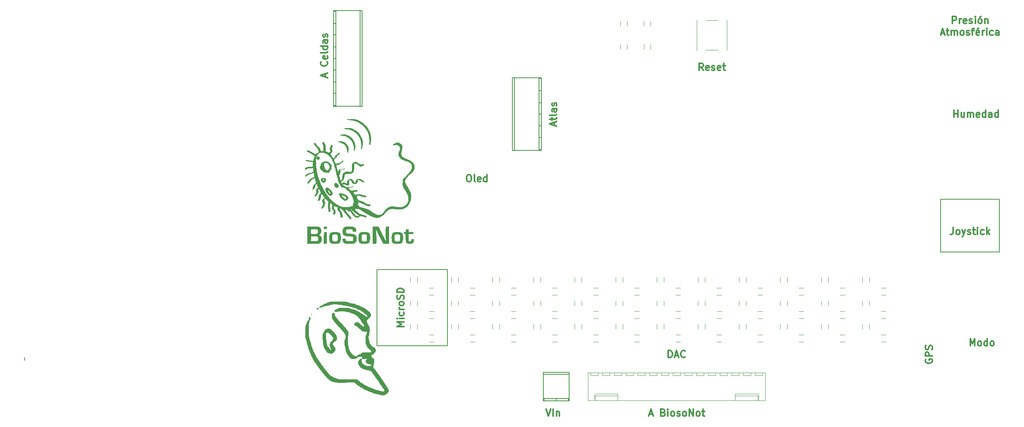
<source format=gbr>
G04 #@! TF.FileFunction,Legend,Top*
%FSLAX46Y46*%
G04 Gerber Fmt 4.6, Leading zero omitted, Abs format (unit mm)*
G04 Created by KiCad (PCBNEW 4.0.6) date Mon Oct 30 10:13:18 2017*
%MOMM*%
%LPD*%
G01*
G04 APERTURE LIST*
%ADD10C,0.100000*%
%ADD11C,0.300000*%
%ADD12C,0.200000*%
%ADD13C,0.120000*%
%ADD14C,0.150000*%
%ADD15C,0.010000*%
G04 APERTURE END LIST*
D10*
D11*
X108704286Y-113708571D02*
X108704286Y-112208571D01*
X109061429Y-112208571D01*
X109275714Y-112280000D01*
X109418572Y-112422857D01*
X109490000Y-112565714D01*
X109561429Y-112851429D01*
X109561429Y-113065714D01*
X109490000Y-113351429D01*
X109418572Y-113494286D01*
X109275714Y-113637143D01*
X109061429Y-113708571D01*
X108704286Y-113708571D01*
X110132857Y-113280000D02*
X110847143Y-113280000D01*
X109990000Y-113708571D02*
X110490000Y-112208571D01*
X110990000Y-113708571D01*
X112347143Y-113565714D02*
X112275714Y-113637143D01*
X112061428Y-113708571D01*
X111918571Y-113708571D01*
X111704286Y-113637143D01*
X111561428Y-113494286D01*
X111490000Y-113351429D01*
X111418571Y-113065714D01*
X111418571Y-112851429D01*
X111490000Y-112565714D01*
X111561428Y-112422857D01*
X111704286Y-112280000D01*
X111918571Y-112208571D01*
X112061428Y-112208571D01*
X112275714Y-112280000D01*
X112347143Y-112351429D01*
X34540000Y-52938571D02*
X34540000Y-52224285D01*
X34968571Y-53081428D02*
X33468571Y-52581428D01*
X34968571Y-52081428D01*
X34825714Y-49581428D02*
X34897143Y-49652857D01*
X34968571Y-49867143D01*
X34968571Y-50010000D01*
X34897143Y-50224285D01*
X34754286Y-50367143D01*
X34611429Y-50438571D01*
X34325714Y-50510000D01*
X34111429Y-50510000D01*
X33825714Y-50438571D01*
X33682857Y-50367143D01*
X33540000Y-50224285D01*
X33468571Y-50010000D01*
X33468571Y-49867143D01*
X33540000Y-49652857D01*
X33611429Y-49581428D01*
X34897143Y-48367143D02*
X34968571Y-48510000D01*
X34968571Y-48795714D01*
X34897143Y-48938571D01*
X34754286Y-49010000D01*
X34182857Y-49010000D01*
X34040000Y-48938571D01*
X33968571Y-48795714D01*
X33968571Y-48510000D01*
X34040000Y-48367143D01*
X34182857Y-48295714D01*
X34325714Y-48295714D01*
X34468571Y-49010000D01*
X34968571Y-47438571D02*
X34897143Y-47581429D01*
X34754286Y-47652857D01*
X33468571Y-47652857D01*
X34968571Y-46224286D02*
X33468571Y-46224286D01*
X34897143Y-46224286D02*
X34968571Y-46367143D01*
X34968571Y-46652857D01*
X34897143Y-46795715D01*
X34825714Y-46867143D01*
X34682857Y-46938572D01*
X34254286Y-46938572D01*
X34111429Y-46867143D01*
X34040000Y-46795715D01*
X33968571Y-46652857D01*
X33968571Y-46367143D01*
X34040000Y-46224286D01*
X34968571Y-44867143D02*
X34182857Y-44867143D01*
X34040000Y-44938572D01*
X33968571Y-45081429D01*
X33968571Y-45367143D01*
X34040000Y-45510000D01*
X34897143Y-44867143D02*
X34968571Y-45010000D01*
X34968571Y-45367143D01*
X34897143Y-45510000D01*
X34754286Y-45581429D01*
X34611429Y-45581429D01*
X34468571Y-45510000D01*
X34397143Y-45367143D01*
X34397143Y-45010000D01*
X34325714Y-44867143D01*
X34897143Y-44224286D02*
X34968571Y-44081429D01*
X34968571Y-43795714D01*
X34897143Y-43652857D01*
X34754286Y-43581429D01*
X34682857Y-43581429D01*
X34540000Y-43652857D01*
X34468571Y-43795714D01*
X34468571Y-44010000D01*
X34397143Y-44152857D01*
X34254286Y-44224286D01*
X34182857Y-44224286D01*
X34040000Y-44152857D01*
X33968571Y-44010000D01*
X33968571Y-43795714D01*
X34040000Y-43652857D01*
X51478571Y-106977142D02*
X49978571Y-106977142D01*
X51050000Y-106477142D01*
X49978571Y-105977142D01*
X51478571Y-105977142D01*
X51478571Y-105262856D02*
X50478571Y-105262856D01*
X49978571Y-105262856D02*
X50050000Y-105334285D01*
X50121429Y-105262856D01*
X50050000Y-105191428D01*
X49978571Y-105262856D01*
X50121429Y-105262856D01*
X51407143Y-103905713D02*
X51478571Y-104048570D01*
X51478571Y-104334284D01*
X51407143Y-104477142D01*
X51335714Y-104548570D01*
X51192857Y-104619999D01*
X50764286Y-104619999D01*
X50621429Y-104548570D01*
X50550000Y-104477142D01*
X50478571Y-104334284D01*
X50478571Y-104048570D01*
X50550000Y-103905713D01*
X51478571Y-103262856D02*
X50478571Y-103262856D01*
X50764286Y-103262856D02*
X50621429Y-103191428D01*
X50550000Y-103119999D01*
X50478571Y-102977142D01*
X50478571Y-102834285D01*
X51478571Y-102119999D02*
X51407143Y-102262857D01*
X51335714Y-102334285D01*
X51192857Y-102405714D01*
X50764286Y-102405714D01*
X50621429Y-102334285D01*
X50550000Y-102262857D01*
X50478571Y-102119999D01*
X50478571Y-101905714D01*
X50550000Y-101762857D01*
X50621429Y-101691428D01*
X50764286Y-101619999D01*
X51192857Y-101619999D01*
X51335714Y-101691428D01*
X51407143Y-101762857D01*
X51478571Y-101905714D01*
X51478571Y-102119999D01*
X51407143Y-101048571D02*
X51478571Y-100834285D01*
X51478571Y-100477142D01*
X51407143Y-100334285D01*
X51335714Y-100262856D01*
X51192857Y-100191428D01*
X51050000Y-100191428D01*
X50907143Y-100262856D01*
X50835714Y-100334285D01*
X50764286Y-100477142D01*
X50692857Y-100762856D01*
X50621429Y-100905714D01*
X50550000Y-100977142D01*
X50407143Y-101048571D01*
X50264286Y-101048571D01*
X50121429Y-100977142D01*
X50050000Y-100905714D01*
X49978571Y-100762856D01*
X49978571Y-100405714D01*
X50050000Y-100191428D01*
X51478571Y-99548571D02*
X49978571Y-99548571D01*
X49978571Y-99191428D01*
X50050000Y-98977143D01*
X50192857Y-98834285D01*
X50335714Y-98762857D01*
X50621429Y-98691428D01*
X50835714Y-98691428D01*
X51121429Y-98762857D01*
X51264286Y-98834285D01*
X51407143Y-98977143D01*
X51478571Y-99191428D01*
X51478571Y-99548571D01*
X82284286Y-124908571D02*
X82784286Y-126408571D01*
X83284286Y-124908571D01*
X83784286Y-126408571D02*
X83784286Y-124908571D01*
X84498572Y-125408571D02*
X84498572Y-126408571D01*
X84498572Y-125551429D02*
X84570000Y-125480000D01*
X84712858Y-125408571D01*
X84927143Y-125408571D01*
X85070000Y-125480000D01*
X85141429Y-125622857D01*
X85141429Y-126408571D01*
X104597142Y-125980000D02*
X105311428Y-125980000D01*
X104454285Y-126408571D02*
X104954285Y-124908571D01*
X105454285Y-126408571D01*
X107597142Y-125622857D02*
X107811428Y-125694286D01*
X107882856Y-125765714D01*
X107954285Y-125908571D01*
X107954285Y-126122857D01*
X107882856Y-126265714D01*
X107811428Y-126337143D01*
X107668570Y-126408571D01*
X107097142Y-126408571D01*
X107097142Y-124908571D01*
X107597142Y-124908571D01*
X107739999Y-124980000D01*
X107811428Y-125051429D01*
X107882856Y-125194286D01*
X107882856Y-125337143D01*
X107811428Y-125480000D01*
X107739999Y-125551429D01*
X107597142Y-125622857D01*
X107097142Y-125622857D01*
X108597142Y-126408571D02*
X108597142Y-125408571D01*
X108597142Y-124908571D02*
X108525713Y-124980000D01*
X108597142Y-125051429D01*
X108668570Y-124980000D01*
X108597142Y-124908571D01*
X108597142Y-125051429D01*
X109525714Y-126408571D02*
X109382856Y-126337143D01*
X109311428Y-126265714D01*
X109239999Y-126122857D01*
X109239999Y-125694286D01*
X109311428Y-125551429D01*
X109382856Y-125480000D01*
X109525714Y-125408571D01*
X109739999Y-125408571D01*
X109882856Y-125480000D01*
X109954285Y-125551429D01*
X110025714Y-125694286D01*
X110025714Y-126122857D01*
X109954285Y-126265714D01*
X109882856Y-126337143D01*
X109739999Y-126408571D01*
X109525714Y-126408571D01*
X110597142Y-126337143D02*
X110739999Y-126408571D01*
X111025714Y-126408571D01*
X111168571Y-126337143D01*
X111239999Y-126194286D01*
X111239999Y-126122857D01*
X111168571Y-125980000D01*
X111025714Y-125908571D01*
X110811428Y-125908571D01*
X110668571Y-125837143D01*
X110597142Y-125694286D01*
X110597142Y-125622857D01*
X110668571Y-125480000D01*
X110811428Y-125408571D01*
X111025714Y-125408571D01*
X111168571Y-125480000D01*
X112097143Y-126408571D02*
X111954285Y-126337143D01*
X111882857Y-126265714D01*
X111811428Y-126122857D01*
X111811428Y-125694286D01*
X111882857Y-125551429D01*
X111954285Y-125480000D01*
X112097143Y-125408571D01*
X112311428Y-125408571D01*
X112454285Y-125480000D01*
X112525714Y-125551429D01*
X112597143Y-125694286D01*
X112597143Y-126122857D01*
X112525714Y-126265714D01*
X112454285Y-126337143D01*
X112311428Y-126408571D01*
X112097143Y-126408571D01*
X113240000Y-126408571D02*
X113240000Y-124908571D01*
X114097143Y-126408571D01*
X114097143Y-124908571D01*
X115025715Y-126408571D02*
X114882857Y-126337143D01*
X114811429Y-126265714D01*
X114740000Y-126122857D01*
X114740000Y-125694286D01*
X114811429Y-125551429D01*
X114882857Y-125480000D01*
X115025715Y-125408571D01*
X115240000Y-125408571D01*
X115382857Y-125480000D01*
X115454286Y-125551429D01*
X115525715Y-125694286D01*
X115525715Y-126122857D01*
X115454286Y-126265714D01*
X115382857Y-126337143D01*
X115240000Y-126408571D01*
X115025715Y-126408571D01*
X115954286Y-125408571D02*
X116525715Y-125408571D01*
X116168572Y-124908571D02*
X116168572Y-126194286D01*
X116240000Y-126337143D01*
X116382858Y-126408571D01*
X116525715Y-126408571D01*
X164350000Y-114101428D02*
X164278571Y-114244285D01*
X164278571Y-114458571D01*
X164350000Y-114672856D01*
X164492857Y-114815714D01*
X164635714Y-114887142D01*
X164921429Y-114958571D01*
X165135714Y-114958571D01*
X165421429Y-114887142D01*
X165564286Y-114815714D01*
X165707143Y-114672856D01*
X165778571Y-114458571D01*
X165778571Y-114315714D01*
X165707143Y-114101428D01*
X165635714Y-114029999D01*
X165135714Y-114029999D01*
X165135714Y-114315714D01*
X165778571Y-113387142D02*
X164278571Y-113387142D01*
X164278571Y-112815714D01*
X164350000Y-112672856D01*
X164421429Y-112601428D01*
X164564286Y-112529999D01*
X164778571Y-112529999D01*
X164921429Y-112601428D01*
X164992857Y-112672856D01*
X165064286Y-112815714D01*
X165064286Y-113387142D01*
X165707143Y-111958571D02*
X165778571Y-111744285D01*
X165778571Y-111387142D01*
X165707143Y-111244285D01*
X165635714Y-111172856D01*
X165492857Y-111101428D01*
X165350000Y-111101428D01*
X165207143Y-111172856D01*
X165135714Y-111244285D01*
X165064286Y-111387142D01*
X164992857Y-111672856D01*
X164921429Y-111815714D01*
X164850000Y-111887142D01*
X164707143Y-111958571D01*
X164564286Y-111958571D01*
X164421429Y-111887142D01*
X164350000Y-111815714D01*
X164278571Y-111672856D01*
X164278571Y-111315714D01*
X164350000Y-111101428D01*
X173994286Y-111168571D02*
X173994286Y-109668571D01*
X174494286Y-110740000D01*
X174994286Y-109668571D01*
X174994286Y-111168571D01*
X175922858Y-111168571D02*
X175780000Y-111097143D01*
X175708572Y-111025714D01*
X175637143Y-110882857D01*
X175637143Y-110454286D01*
X175708572Y-110311429D01*
X175780000Y-110240000D01*
X175922858Y-110168571D01*
X176137143Y-110168571D01*
X176280000Y-110240000D01*
X176351429Y-110311429D01*
X176422858Y-110454286D01*
X176422858Y-110882857D01*
X176351429Y-111025714D01*
X176280000Y-111097143D01*
X176137143Y-111168571D01*
X175922858Y-111168571D01*
X177708572Y-111168571D02*
X177708572Y-109668571D01*
X177708572Y-111097143D02*
X177565715Y-111168571D01*
X177280001Y-111168571D01*
X177137143Y-111097143D01*
X177065715Y-111025714D01*
X176994286Y-110882857D01*
X176994286Y-110454286D01*
X177065715Y-110311429D01*
X177137143Y-110240000D01*
X177280001Y-110168571D01*
X177565715Y-110168571D01*
X177708572Y-110240000D01*
X178637144Y-111168571D02*
X178494286Y-111097143D01*
X178422858Y-111025714D01*
X178351429Y-110882857D01*
X178351429Y-110454286D01*
X178422858Y-110311429D01*
X178494286Y-110240000D01*
X178637144Y-110168571D01*
X178851429Y-110168571D01*
X178994286Y-110240000D01*
X179065715Y-110311429D01*
X179137144Y-110454286D01*
X179137144Y-110882857D01*
X179065715Y-111025714D01*
X178994286Y-111097143D01*
X178851429Y-111168571D01*
X178637144Y-111168571D01*
X170311428Y-85538571D02*
X170311428Y-86610000D01*
X170240000Y-86824286D01*
X170097143Y-86967143D01*
X169882857Y-87038571D01*
X169740000Y-87038571D01*
X171240000Y-87038571D02*
X171097142Y-86967143D01*
X171025714Y-86895714D01*
X170954285Y-86752857D01*
X170954285Y-86324286D01*
X171025714Y-86181429D01*
X171097142Y-86110000D01*
X171240000Y-86038571D01*
X171454285Y-86038571D01*
X171597142Y-86110000D01*
X171668571Y-86181429D01*
X171740000Y-86324286D01*
X171740000Y-86752857D01*
X171668571Y-86895714D01*
X171597142Y-86967143D01*
X171454285Y-87038571D01*
X171240000Y-87038571D01*
X172240000Y-86038571D02*
X172597143Y-87038571D01*
X172954285Y-86038571D02*
X172597143Y-87038571D01*
X172454285Y-87395714D01*
X172382857Y-87467143D01*
X172240000Y-87538571D01*
X173454285Y-86967143D02*
X173597142Y-87038571D01*
X173882857Y-87038571D01*
X174025714Y-86967143D01*
X174097142Y-86824286D01*
X174097142Y-86752857D01*
X174025714Y-86610000D01*
X173882857Y-86538571D01*
X173668571Y-86538571D01*
X173525714Y-86467143D01*
X173454285Y-86324286D01*
X173454285Y-86252857D01*
X173525714Y-86110000D01*
X173668571Y-86038571D01*
X173882857Y-86038571D01*
X174025714Y-86110000D01*
X174525714Y-86038571D02*
X175097143Y-86038571D01*
X174740000Y-85538571D02*
X174740000Y-86824286D01*
X174811428Y-86967143D01*
X174954286Y-87038571D01*
X175097143Y-87038571D01*
X175597143Y-87038571D02*
X175597143Y-86038571D01*
X175597143Y-85538571D02*
X175525714Y-85610000D01*
X175597143Y-85681429D01*
X175668571Y-85610000D01*
X175597143Y-85538571D01*
X175597143Y-85681429D01*
X176954286Y-86967143D02*
X176811429Y-87038571D01*
X176525715Y-87038571D01*
X176382857Y-86967143D01*
X176311429Y-86895714D01*
X176240000Y-86752857D01*
X176240000Y-86324286D01*
X176311429Y-86181429D01*
X176382857Y-86110000D01*
X176525715Y-86038571D01*
X176811429Y-86038571D01*
X176954286Y-86110000D01*
X177597143Y-87038571D02*
X177597143Y-85538571D01*
X177740000Y-86467143D02*
X178168571Y-87038571D01*
X178168571Y-86038571D02*
X177597143Y-86610000D01*
X170474286Y-61638571D02*
X170474286Y-60138571D01*
X170474286Y-60852857D02*
X171331429Y-60852857D01*
X171331429Y-61638571D02*
X171331429Y-60138571D01*
X172688572Y-60638571D02*
X172688572Y-61638571D01*
X172045715Y-60638571D02*
X172045715Y-61424286D01*
X172117143Y-61567143D01*
X172260001Y-61638571D01*
X172474286Y-61638571D01*
X172617143Y-61567143D01*
X172688572Y-61495714D01*
X173402858Y-61638571D02*
X173402858Y-60638571D01*
X173402858Y-60781429D02*
X173474286Y-60710000D01*
X173617144Y-60638571D01*
X173831429Y-60638571D01*
X173974286Y-60710000D01*
X174045715Y-60852857D01*
X174045715Y-61638571D01*
X174045715Y-60852857D02*
X174117144Y-60710000D01*
X174260001Y-60638571D01*
X174474286Y-60638571D01*
X174617144Y-60710000D01*
X174688572Y-60852857D01*
X174688572Y-61638571D01*
X175974286Y-61567143D02*
X175831429Y-61638571D01*
X175545715Y-61638571D01*
X175402858Y-61567143D01*
X175331429Y-61424286D01*
X175331429Y-60852857D01*
X175402858Y-60710000D01*
X175545715Y-60638571D01*
X175831429Y-60638571D01*
X175974286Y-60710000D01*
X176045715Y-60852857D01*
X176045715Y-60995714D01*
X175331429Y-61138571D01*
X177331429Y-61638571D02*
X177331429Y-60138571D01*
X177331429Y-61567143D02*
X177188572Y-61638571D01*
X176902858Y-61638571D01*
X176760000Y-61567143D01*
X176688572Y-61495714D01*
X176617143Y-61352857D01*
X176617143Y-60924286D01*
X176688572Y-60781429D01*
X176760000Y-60710000D01*
X176902858Y-60638571D01*
X177188572Y-60638571D01*
X177331429Y-60710000D01*
X178688572Y-61638571D02*
X178688572Y-60852857D01*
X178617143Y-60710000D01*
X178474286Y-60638571D01*
X178188572Y-60638571D01*
X178045715Y-60710000D01*
X178688572Y-61567143D02*
X178545715Y-61638571D01*
X178188572Y-61638571D01*
X178045715Y-61567143D01*
X177974286Y-61424286D01*
X177974286Y-61281429D01*
X178045715Y-61138571D01*
X178188572Y-61067143D01*
X178545715Y-61067143D01*
X178688572Y-60995714D01*
X180045715Y-61638571D02*
X180045715Y-60138571D01*
X180045715Y-61567143D02*
X179902858Y-61638571D01*
X179617144Y-61638571D01*
X179474286Y-61567143D01*
X179402858Y-61495714D01*
X179331429Y-61352857D01*
X179331429Y-60924286D01*
X179402858Y-60781429D01*
X179474286Y-60710000D01*
X179617144Y-60638571D01*
X179902858Y-60638571D01*
X180045715Y-60710000D01*
X170168572Y-41313571D02*
X170168572Y-39813571D01*
X170740000Y-39813571D01*
X170882858Y-39885000D01*
X170954286Y-39956429D01*
X171025715Y-40099286D01*
X171025715Y-40313571D01*
X170954286Y-40456429D01*
X170882858Y-40527857D01*
X170740000Y-40599286D01*
X170168572Y-40599286D01*
X171668572Y-41313571D02*
X171668572Y-40313571D01*
X171668572Y-40599286D02*
X171740000Y-40456429D01*
X171811429Y-40385000D01*
X171954286Y-40313571D01*
X172097143Y-40313571D01*
X173168571Y-41242143D02*
X173025714Y-41313571D01*
X172740000Y-41313571D01*
X172597143Y-41242143D01*
X172525714Y-41099286D01*
X172525714Y-40527857D01*
X172597143Y-40385000D01*
X172740000Y-40313571D01*
X173025714Y-40313571D01*
X173168571Y-40385000D01*
X173240000Y-40527857D01*
X173240000Y-40670714D01*
X172525714Y-40813571D01*
X173811428Y-41242143D02*
X173954285Y-41313571D01*
X174240000Y-41313571D01*
X174382857Y-41242143D01*
X174454285Y-41099286D01*
X174454285Y-41027857D01*
X174382857Y-40885000D01*
X174240000Y-40813571D01*
X174025714Y-40813571D01*
X173882857Y-40742143D01*
X173811428Y-40599286D01*
X173811428Y-40527857D01*
X173882857Y-40385000D01*
X174025714Y-40313571D01*
X174240000Y-40313571D01*
X174382857Y-40385000D01*
X175097143Y-41313571D02*
X175097143Y-40313571D01*
X175097143Y-39813571D02*
X175025714Y-39885000D01*
X175097143Y-39956429D01*
X175168571Y-39885000D01*
X175097143Y-39813571D01*
X175097143Y-39956429D01*
X176025715Y-41313571D02*
X175882857Y-41242143D01*
X175811429Y-41170714D01*
X175740000Y-41027857D01*
X175740000Y-40599286D01*
X175811429Y-40456429D01*
X175882857Y-40385000D01*
X176025715Y-40313571D01*
X176240000Y-40313571D01*
X176382857Y-40385000D01*
X176454286Y-40456429D01*
X176525715Y-40599286D01*
X176525715Y-41027857D01*
X176454286Y-41170714D01*
X176382857Y-41242143D01*
X176240000Y-41313571D01*
X176025715Y-41313571D01*
X176311429Y-39742143D02*
X176097143Y-39956429D01*
X177168572Y-40313571D02*
X177168572Y-41313571D01*
X177168572Y-40456429D02*
X177240000Y-40385000D01*
X177382858Y-40313571D01*
X177597143Y-40313571D01*
X177740000Y-40385000D01*
X177811429Y-40527857D01*
X177811429Y-41313571D01*
X167704286Y-43435000D02*
X168418572Y-43435000D01*
X167561429Y-43863571D02*
X168061429Y-42363571D01*
X168561429Y-43863571D01*
X168847143Y-42863571D02*
X169418572Y-42863571D01*
X169061429Y-42363571D02*
X169061429Y-43649286D01*
X169132857Y-43792143D01*
X169275715Y-43863571D01*
X169418572Y-43863571D01*
X169918572Y-43863571D02*
X169918572Y-42863571D01*
X169918572Y-43006429D02*
X169990000Y-42935000D01*
X170132858Y-42863571D01*
X170347143Y-42863571D01*
X170490000Y-42935000D01*
X170561429Y-43077857D01*
X170561429Y-43863571D01*
X170561429Y-43077857D02*
X170632858Y-42935000D01*
X170775715Y-42863571D01*
X170990000Y-42863571D01*
X171132858Y-42935000D01*
X171204286Y-43077857D01*
X171204286Y-43863571D01*
X172132858Y-43863571D02*
X171990000Y-43792143D01*
X171918572Y-43720714D01*
X171847143Y-43577857D01*
X171847143Y-43149286D01*
X171918572Y-43006429D01*
X171990000Y-42935000D01*
X172132858Y-42863571D01*
X172347143Y-42863571D01*
X172490000Y-42935000D01*
X172561429Y-43006429D01*
X172632858Y-43149286D01*
X172632858Y-43577857D01*
X172561429Y-43720714D01*
X172490000Y-43792143D01*
X172347143Y-43863571D01*
X172132858Y-43863571D01*
X173204286Y-43792143D02*
X173347143Y-43863571D01*
X173632858Y-43863571D01*
X173775715Y-43792143D01*
X173847143Y-43649286D01*
X173847143Y-43577857D01*
X173775715Y-43435000D01*
X173632858Y-43363571D01*
X173418572Y-43363571D01*
X173275715Y-43292143D01*
X173204286Y-43149286D01*
X173204286Y-43077857D01*
X173275715Y-42935000D01*
X173418572Y-42863571D01*
X173632858Y-42863571D01*
X173775715Y-42935000D01*
X174275715Y-42863571D02*
X174847144Y-42863571D01*
X174490001Y-43863571D02*
X174490001Y-42577857D01*
X174561429Y-42435000D01*
X174704287Y-42363571D01*
X174847144Y-42363571D01*
X175918572Y-43792143D02*
X175775715Y-43863571D01*
X175490001Y-43863571D01*
X175347144Y-43792143D01*
X175275715Y-43649286D01*
X175275715Y-43077857D01*
X175347144Y-42935000D01*
X175490001Y-42863571D01*
X175775715Y-42863571D01*
X175918572Y-42935000D01*
X175990001Y-43077857D01*
X175990001Y-43220714D01*
X175275715Y-43363571D01*
X175775715Y-42292143D02*
X175561430Y-42506429D01*
X176632858Y-43863571D02*
X176632858Y-42863571D01*
X176632858Y-43149286D02*
X176704286Y-43006429D01*
X176775715Y-42935000D01*
X176918572Y-42863571D01*
X177061429Y-42863571D01*
X177561429Y-43863571D02*
X177561429Y-42863571D01*
X177561429Y-42363571D02*
X177490000Y-42435000D01*
X177561429Y-42506429D01*
X177632857Y-42435000D01*
X177561429Y-42363571D01*
X177561429Y-42506429D01*
X178918572Y-43792143D02*
X178775715Y-43863571D01*
X178490001Y-43863571D01*
X178347143Y-43792143D01*
X178275715Y-43720714D01*
X178204286Y-43577857D01*
X178204286Y-43149286D01*
X178275715Y-43006429D01*
X178347143Y-42935000D01*
X178490001Y-42863571D01*
X178775715Y-42863571D01*
X178918572Y-42935000D01*
X180204286Y-43863571D02*
X180204286Y-43077857D01*
X180132857Y-42935000D01*
X179990000Y-42863571D01*
X179704286Y-42863571D01*
X179561429Y-42935000D01*
X180204286Y-43792143D02*
X180061429Y-43863571D01*
X179704286Y-43863571D01*
X179561429Y-43792143D01*
X179490000Y-43649286D01*
X179490000Y-43506429D01*
X179561429Y-43363571D01*
X179704286Y-43292143D01*
X180061429Y-43292143D01*
X180204286Y-43220714D01*
X116252858Y-51478571D02*
X115752858Y-50764286D01*
X115395715Y-51478571D02*
X115395715Y-49978571D01*
X115967143Y-49978571D01*
X116110001Y-50050000D01*
X116181429Y-50121429D01*
X116252858Y-50264286D01*
X116252858Y-50478571D01*
X116181429Y-50621429D01*
X116110001Y-50692857D01*
X115967143Y-50764286D01*
X115395715Y-50764286D01*
X117467143Y-51407143D02*
X117324286Y-51478571D01*
X117038572Y-51478571D01*
X116895715Y-51407143D01*
X116824286Y-51264286D01*
X116824286Y-50692857D01*
X116895715Y-50550000D01*
X117038572Y-50478571D01*
X117324286Y-50478571D01*
X117467143Y-50550000D01*
X117538572Y-50692857D01*
X117538572Y-50835714D01*
X116824286Y-50978571D01*
X118110000Y-51407143D02*
X118252857Y-51478571D01*
X118538572Y-51478571D01*
X118681429Y-51407143D01*
X118752857Y-51264286D01*
X118752857Y-51192857D01*
X118681429Y-51050000D01*
X118538572Y-50978571D01*
X118324286Y-50978571D01*
X118181429Y-50907143D01*
X118110000Y-50764286D01*
X118110000Y-50692857D01*
X118181429Y-50550000D01*
X118324286Y-50478571D01*
X118538572Y-50478571D01*
X118681429Y-50550000D01*
X119967143Y-51407143D02*
X119824286Y-51478571D01*
X119538572Y-51478571D01*
X119395715Y-51407143D01*
X119324286Y-51264286D01*
X119324286Y-50692857D01*
X119395715Y-50550000D01*
X119538572Y-50478571D01*
X119824286Y-50478571D01*
X119967143Y-50550000D01*
X120038572Y-50692857D01*
X120038572Y-50835714D01*
X119324286Y-50978571D01*
X120467143Y-50478571D02*
X121038572Y-50478571D01*
X120681429Y-49978571D02*
X120681429Y-51264286D01*
X120752857Y-51407143D01*
X120895715Y-51478571D01*
X121038572Y-51478571D01*
X65452857Y-74108571D02*
X65738571Y-74108571D01*
X65881429Y-74180000D01*
X66024286Y-74322857D01*
X66095714Y-74608571D01*
X66095714Y-75108571D01*
X66024286Y-75394286D01*
X65881429Y-75537143D01*
X65738571Y-75608571D01*
X65452857Y-75608571D01*
X65310000Y-75537143D01*
X65167143Y-75394286D01*
X65095714Y-75108571D01*
X65095714Y-74608571D01*
X65167143Y-74322857D01*
X65310000Y-74180000D01*
X65452857Y-74108571D01*
X66952858Y-75608571D02*
X66810000Y-75537143D01*
X66738572Y-75394286D01*
X66738572Y-74108571D01*
X68095714Y-75537143D02*
X67952857Y-75608571D01*
X67667143Y-75608571D01*
X67524286Y-75537143D01*
X67452857Y-75394286D01*
X67452857Y-74822857D01*
X67524286Y-74680000D01*
X67667143Y-74608571D01*
X67952857Y-74608571D01*
X68095714Y-74680000D01*
X68167143Y-74822857D01*
X68167143Y-74965714D01*
X67452857Y-75108571D01*
X69452857Y-75608571D02*
X69452857Y-74108571D01*
X69452857Y-75537143D02*
X69310000Y-75608571D01*
X69024286Y-75608571D01*
X68881428Y-75537143D01*
X68810000Y-75465714D01*
X68738571Y-75322857D01*
X68738571Y-74894286D01*
X68810000Y-74751429D01*
X68881428Y-74680000D01*
X69024286Y-74608571D01*
X69310000Y-74608571D01*
X69452857Y-74680000D01*
X84070000Y-63424286D02*
X84070000Y-62710000D01*
X84498571Y-63567143D02*
X82998571Y-63067143D01*
X84498571Y-62567143D01*
X83498571Y-62281429D02*
X83498571Y-61710000D01*
X82998571Y-62067143D02*
X84284286Y-62067143D01*
X84427143Y-61995715D01*
X84498571Y-61852857D01*
X84498571Y-61710000D01*
X84498571Y-60995714D02*
X84427143Y-61138572D01*
X84284286Y-61210000D01*
X82998571Y-61210000D01*
X84498571Y-59781429D02*
X83712857Y-59781429D01*
X83570000Y-59852858D01*
X83498571Y-59995715D01*
X83498571Y-60281429D01*
X83570000Y-60424286D01*
X84427143Y-59781429D02*
X84498571Y-59924286D01*
X84498571Y-60281429D01*
X84427143Y-60424286D01*
X84284286Y-60495715D01*
X84141429Y-60495715D01*
X83998571Y-60424286D01*
X83927143Y-60281429D01*
X83927143Y-59924286D01*
X83855714Y-59781429D01*
X84427143Y-59138572D02*
X84498571Y-58995715D01*
X84498571Y-58710000D01*
X84427143Y-58567143D01*
X84284286Y-58495715D01*
X84212857Y-58495715D01*
X84070000Y-58567143D01*
X83998571Y-58710000D01*
X83998571Y-58924286D01*
X83927143Y-59067143D01*
X83784286Y-59138572D01*
X83712857Y-59138572D01*
X83570000Y-59067143D01*
X83498571Y-58924286D01*
X83498571Y-58710000D01*
X83570000Y-58567143D01*
D12*
X-30480000Y-113665000D02*
X-30480000Y-114300000D01*
D13*
X91340000Y-116995000D02*
X91340000Y-122995000D01*
X91340000Y-122995000D02*
X129640000Y-122995000D01*
X129640000Y-122995000D02*
X129640000Y-116995000D01*
X129640000Y-116995000D02*
X91340000Y-116995000D01*
X92710000Y-122995000D02*
X92710000Y-121995000D01*
X92710000Y-121995000D02*
X97790000Y-121995000D01*
X97790000Y-121995000D02*
X97790000Y-122995000D01*
X92710000Y-121995000D02*
X92960000Y-121565000D01*
X92960000Y-121565000D02*
X97790000Y-121565000D01*
X97790000Y-121565000D02*
X97790000Y-121995000D01*
X92960000Y-122995000D02*
X92960000Y-121995000D01*
X128270000Y-122995000D02*
X128270000Y-121995000D01*
X128270000Y-121995000D02*
X123190000Y-121995000D01*
X123190000Y-121995000D02*
X123190000Y-122995000D01*
X128270000Y-121995000D02*
X128020000Y-121565000D01*
X128020000Y-121565000D02*
X123190000Y-121565000D01*
X123190000Y-121565000D02*
X123190000Y-121995000D01*
X128020000Y-122995000D02*
X128020000Y-121995000D01*
X91910000Y-116995000D02*
X91910000Y-117615000D01*
X91910000Y-117615000D02*
X93510000Y-117615000D01*
X93510000Y-117615000D02*
X93510000Y-116995000D01*
X94450000Y-116995000D02*
X94450000Y-117615000D01*
X94450000Y-117615000D02*
X96050000Y-117615000D01*
X96050000Y-117615000D02*
X96050000Y-116995000D01*
X96990000Y-116995000D02*
X96990000Y-117615000D01*
X96990000Y-117615000D02*
X98590000Y-117615000D01*
X98590000Y-117615000D02*
X98590000Y-116995000D01*
X99530000Y-116995000D02*
X99530000Y-117615000D01*
X99530000Y-117615000D02*
X101130000Y-117615000D01*
X101130000Y-117615000D02*
X101130000Y-116995000D01*
X102070000Y-116995000D02*
X102070000Y-117615000D01*
X102070000Y-117615000D02*
X103670000Y-117615000D01*
X103670000Y-117615000D02*
X103670000Y-116995000D01*
X104610000Y-116995000D02*
X104610000Y-117615000D01*
X104610000Y-117615000D02*
X106210000Y-117615000D01*
X106210000Y-117615000D02*
X106210000Y-116995000D01*
X107150000Y-116995000D02*
X107150000Y-117615000D01*
X107150000Y-117615000D02*
X108750000Y-117615000D01*
X108750000Y-117615000D02*
X108750000Y-116995000D01*
X109690000Y-116995000D02*
X109690000Y-117615000D01*
X109690000Y-117615000D02*
X111290000Y-117615000D01*
X111290000Y-117615000D02*
X111290000Y-116995000D01*
X112230000Y-116995000D02*
X112230000Y-117615000D01*
X112230000Y-117615000D02*
X113830000Y-117615000D01*
X113830000Y-117615000D02*
X113830000Y-116995000D01*
X114770000Y-116995000D02*
X114770000Y-117615000D01*
X114770000Y-117615000D02*
X116370000Y-117615000D01*
X116370000Y-117615000D02*
X116370000Y-116995000D01*
X117310000Y-116995000D02*
X117310000Y-117615000D01*
X117310000Y-117615000D02*
X118910000Y-117615000D01*
X118910000Y-117615000D02*
X118910000Y-116995000D01*
X119850000Y-116995000D02*
X119850000Y-117615000D01*
X119850000Y-117615000D02*
X121450000Y-117615000D01*
X121450000Y-117615000D02*
X121450000Y-116995000D01*
X122390000Y-116995000D02*
X122390000Y-117615000D01*
X122390000Y-117615000D02*
X123990000Y-117615000D01*
X123990000Y-117615000D02*
X123990000Y-116995000D01*
X124930000Y-116995000D02*
X124930000Y-117615000D01*
X124930000Y-117615000D02*
X126530000Y-117615000D01*
X126530000Y-117615000D02*
X126530000Y-116995000D01*
X127470000Y-116995000D02*
X127470000Y-117615000D01*
X127470000Y-117615000D02*
X129070000Y-117615000D01*
X129070000Y-117615000D02*
X129070000Y-116995000D01*
D14*
X42468800Y-59293760D02*
X42468800Y-38496240D01*
X42070020Y-38496240D02*
X42070020Y-59293760D01*
X36271200Y-59293760D02*
X36271200Y-38496240D01*
X36769040Y-38496240D02*
X36769040Y-59293760D01*
X36769040Y-48895000D02*
X36271200Y-48895000D01*
X36769040Y-56494680D02*
X36271200Y-56494680D01*
X36769040Y-53995320D02*
X36271200Y-53995320D01*
X36769040Y-51396900D02*
X36271200Y-51396900D01*
X36769040Y-46395640D02*
X36271200Y-46395640D01*
X36769040Y-43797220D02*
X36271200Y-43797220D01*
X36271200Y-38696900D02*
X36769040Y-38696900D01*
X36769040Y-59093100D02*
X36271200Y-59093100D01*
X36271200Y-41300400D02*
X36769040Y-41300400D01*
X36271200Y-59291220D02*
X42468800Y-59291220D01*
X42468800Y-38498780D02*
X36271200Y-38498780D01*
D10*
X155757500Y-100127500D02*
X154757500Y-100127500D01*
X155757500Y-98627500D02*
X154757500Y-98627500D01*
X102417500Y-100127500D02*
X101417500Y-100127500D01*
X102417500Y-98627500D02*
X101417500Y-98627500D01*
X155757500Y-105207500D02*
X154757500Y-105207500D01*
X155757500Y-103707500D02*
X154757500Y-103707500D01*
X102417500Y-105207500D02*
X101417500Y-105207500D01*
X102417500Y-103707500D02*
X101417500Y-103707500D01*
X155757500Y-110287500D02*
X154757500Y-110287500D01*
X155757500Y-108787500D02*
X154757500Y-108787500D01*
X102417500Y-110287500D02*
X101417500Y-110287500D01*
X102417500Y-108787500D02*
X101417500Y-108787500D01*
X146867500Y-100127500D02*
X145867500Y-100127500D01*
X146867500Y-98627500D02*
X145867500Y-98627500D01*
X93527500Y-100127500D02*
X92527500Y-100127500D01*
X93527500Y-98627500D02*
X92527500Y-98627500D01*
X146867500Y-105207500D02*
X145867500Y-105207500D01*
X146867500Y-103707500D02*
X145867500Y-103707500D01*
X93527500Y-105207500D02*
X92527500Y-105207500D01*
X93527500Y-103707500D02*
X92527500Y-103707500D01*
X146867500Y-110287500D02*
X145867500Y-110287500D01*
X146867500Y-108787500D02*
X145867500Y-108787500D01*
X93527500Y-110287500D02*
X92527500Y-110287500D01*
X93527500Y-108787500D02*
X92527500Y-108787500D01*
X137977500Y-100127500D02*
X136977500Y-100127500D01*
X137977500Y-98627500D02*
X136977500Y-98627500D01*
X84637500Y-100127500D02*
X83637500Y-100127500D01*
X84637500Y-98627500D02*
X83637500Y-98627500D01*
X137977500Y-105207500D02*
X136977500Y-105207500D01*
X137977500Y-103707500D02*
X136977500Y-103707500D01*
X84637500Y-105207500D02*
X83637500Y-105207500D01*
X84637500Y-103707500D02*
X83637500Y-103707500D01*
X137977500Y-110287500D02*
X136977500Y-110287500D01*
X137977500Y-108787500D02*
X136977500Y-108787500D01*
X84637500Y-110287500D02*
X83637500Y-110287500D01*
X84637500Y-108787500D02*
X83637500Y-108787500D01*
X129087500Y-100127500D02*
X128087500Y-100127500D01*
X129087500Y-98627500D02*
X128087500Y-98627500D01*
X75747500Y-100127500D02*
X74747500Y-100127500D01*
X75747500Y-98627500D02*
X74747500Y-98627500D01*
X129087500Y-105207500D02*
X128087500Y-105207500D01*
X129087500Y-103707500D02*
X128087500Y-103707500D01*
X75747500Y-105207500D02*
X74747500Y-105207500D01*
X75747500Y-103707500D02*
X74747500Y-103707500D01*
X129087500Y-110287500D02*
X128087500Y-110287500D01*
X129087500Y-108787500D02*
X128087500Y-108787500D01*
X75747500Y-110287500D02*
X74747500Y-110287500D01*
X75747500Y-108787500D02*
X74747500Y-108787500D01*
X120197500Y-100127500D02*
X119197500Y-100127500D01*
X120197500Y-98627500D02*
X119197500Y-98627500D01*
X66857500Y-100127500D02*
X65857500Y-100127500D01*
X66857500Y-98627500D02*
X65857500Y-98627500D01*
X120197500Y-105207500D02*
X119197500Y-105207500D01*
X120197500Y-103707500D02*
X119197500Y-103707500D01*
X66857500Y-105207500D02*
X65857500Y-105207500D01*
X66857500Y-103707500D02*
X65857500Y-103707500D01*
X120197500Y-110287500D02*
X119197500Y-110287500D01*
X120197500Y-108787500D02*
X119197500Y-108787500D01*
X66857500Y-110287500D02*
X65857500Y-110287500D01*
X66857500Y-108787500D02*
X65857500Y-108787500D01*
X111307500Y-100127500D02*
X110307500Y-100127500D01*
X111307500Y-98627500D02*
X110307500Y-98627500D01*
X57967500Y-100127500D02*
X56967500Y-100127500D01*
X57967500Y-98627500D02*
X56967500Y-98627500D01*
X111307500Y-105207500D02*
X110307500Y-105207500D01*
X111307500Y-103707500D02*
X110307500Y-103707500D01*
X57967500Y-105207500D02*
X56967500Y-105207500D01*
X57967500Y-103707500D02*
X56967500Y-103707500D01*
X111307500Y-110287500D02*
X110307500Y-110287500D01*
X111307500Y-108787500D02*
X110307500Y-108787500D01*
X57967500Y-110287500D02*
X56967500Y-110287500D01*
X57967500Y-108787500D02*
X56967500Y-108787500D01*
X98310000Y-41775000D02*
X98310000Y-40775000D01*
X99810000Y-41775000D02*
X99810000Y-40775000D01*
X98310000Y-46855000D02*
X98310000Y-45855000D01*
X99810000Y-46855000D02*
X99810000Y-45855000D01*
X104890000Y-40775000D02*
X104890000Y-41775000D01*
X103390000Y-40775000D02*
X103390000Y-41775000D01*
X103390000Y-46855000D02*
X103390000Y-45855000D01*
X104890000Y-46855000D02*
X104890000Y-45855000D01*
X150697500Y-97337500D02*
X150697500Y-96337500D01*
X152197500Y-97337500D02*
X152197500Y-96337500D01*
X97357500Y-97337500D02*
X97357500Y-96337500D01*
X98857500Y-97337500D02*
X98857500Y-96337500D01*
X150697500Y-102417500D02*
X150697500Y-101417500D01*
X152197500Y-102417500D02*
X152197500Y-101417500D01*
X97357500Y-102417500D02*
X97357500Y-101417500D01*
X98857500Y-102417500D02*
X98857500Y-101417500D01*
X150697500Y-107497500D02*
X150697500Y-106497500D01*
X152197500Y-107497500D02*
X152197500Y-106497500D01*
X97357500Y-107497500D02*
X97357500Y-106497500D01*
X98857500Y-107497500D02*
X98857500Y-106497500D01*
X141807500Y-97337500D02*
X141807500Y-96337500D01*
X143307500Y-97337500D02*
X143307500Y-96337500D01*
X88467500Y-97337500D02*
X88467500Y-96337500D01*
X89967500Y-97337500D02*
X89967500Y-96337500D01*
X141807500Y-102417500D02*
X141807500Y-101417500D01*
X143307500Y-102417500D02*
X143307500Y-101417500D01*
X88467500Y-102417500D02*
X88467500Y-101417500D01*
X89967500Y-102417500D02*
X89967500Y-101417500D01*
X141807500Y-107497500D02*
X141807500Y-106497500D01*
X143307500Y-107497500D02*
X143307500Y-106497500D01*
X88467500Y-107497500D02*
X88467500Y-106497500D01*
X89967500Y-107497500D02*
X89967500Y-106497500D01*
X132917500Y-97337500D02*
X132917500Y-96337500D01*
X134417500Y-97337500D02*
X134417500Y-96337500D01*
X79577500Y-97337500D02*
X79577500Y-96337500D01*
X81077500Y-97337500D02*
X81077500Y-96337500D01*
X132917500Y-102417500D02*
X132917500Y-101417500D01*
X134417500Y-102417500D02*
X134417500Y-101417500D01*
X79577500Y-102417500D02*
X79577500Y-101417500D01*
X81077500Y-102417500D02*
X81077500Y-101417500D01*
X132917500Y-107497500D02*
X132917500Y-106497500D01*
X134417500Y-107497500D02*
X134417500Y-106497500D01*
X79577500Y-107497500D02*
X79577500Y-106497500D01*
X81077500Y-107497500D02*
X81077500Y-106497500D01*
X124027500Y-97337500D02*
X124027500Y-96337500D01*
X125527500Y-97337500D02*
X125527500Y-96337500D01*
X70687500Y-97337500D02*
X70687500Y-96337500D01*
X72187500Y-97337500D02*
X72187500Y-96337500D01*
X124027500Y-102417500D02*
X124027500Y-101417500D01*
X125527500Y-102417500D02*
X125527500Y-101417500D01*
X70687500Y-102417500D02*
X70687500Y-101417500D01*
X72187500Y-102417500D02*
X72187500Y-101417500D01*
X124027500Y-107497500D02*
X124027500Y-106497500D01*
X125527500Y-107497500D02*
X125527500Y-106497500D01*
X70687500Y-107497500D02*
X70687500Y-106497500D01*
X72187500Y-107497500D02*
X72187500Y-106497500D01*
X115137500Y-97337500D02*
X115137500Y-96337500D01*
X116637500Y-97337500D02*
X116637500Y-96337500D01*
X61797500Y-97337500D02*
X61797500Y-96337500D01*
X63297500Y-97337500D02*
X63297500Y-96337500D01*
X115137500Y-102417500D02*
X115137500Y-101417500D01*
X116637500Y-102417500D02*
X116637500Y-101417500D01*
X61797500Y-102417500D02*
X61797500Y-101417500D01*
X63297500Y-102417500D02*
X63297500Y-101417500D01*
X115137500Y-107497500D02*
X115137500Y-106497500D01*
X116637500Y-107497500D02*
X116637500Y-106497500D01*
X61797500Y-107497500D02*
X61797500Y-106497500D01*
X63297500Y-107497500D02*
X63297500Y-106497500D01*
X106247500Y-97337500D02*
X106247500Y-96337500D01*
X107747500Y-97337500D02*
X107747500Y-96337500D01*
X52907500Y-97337500D02*
X52907500Y-96337500D01*
X54407500Y-97337500D02*
X54407500Y-96337500D01*
X106247500Y-102417500D02*
X106247500Y-101417500D01*
X107747500Y-102417500D02*
X107747500Y-101417500D01*
X52907500Y-102417500D02*
X52907500Y-101417500D01*
X54407500Y-102417500D02*
X54407500Y-101417500D01*
X106247500Y-107497500D02*
X106247500Y-106497500D01*
X107747500Y-107497500D02*
X107747500Y-106497500D01*
X52907500Y-107497500D02*
X52907500Y-106497500D01*
X54407500Y-107497500D02*
X54407500Y-106497500D01*
D14*
X167640000Y-79375000D02*
X180340000Y-79375000D01*
X180340000Y-79375000D02*
X180340000Y-90805000D01*
X180340000Y-90805000D02*
X167640000Y-90805000D01*
X167640000Y-90805000D02*
X167640000Y-79375000D01*
X45720000Y-111125000D02*
X60960000Y-111125000D01*
X60960000Y-111125000D02*
X60960000Y-94615000D01*
X60960000Y-94615000D02*
X45720000Y-94615000D01*
X45720000Y-94615000D02*
X45720000Y-111125000D01*
D13*
X114880000Y-40585000D02*
X114910000Y-40585000D01*
X121340000Y-40585000D02*
X121310000Y-40585000D01*
X121340000Y-47045000D02*
X121310000Y-47045000D01*
X114910000Y-47045000D02*
X114880000Y-47045000D01*
X116810000Y-40585000D02*
X119410000Y-40585000D01*
X114880000Y-47045000D02*
X114880000Y-40585000D01*
X116810000Y-47045000D02*
X119410000Y-47045000D01*
X121340000Y-47045000D02*
X121340000Y-40585000D01*
D14*
X75006200Y-53060600D02*
X75006200Y-68859400D01*
X75404980Y-53060600D02*
X75404980Y-68859400D01*
X81203800Y-68859400D02*
X81203800Y-53060600D01*
X80705960Y-53060600D02*
X80705960Y-68859400D01*
X80705960Y-55859680D02*
X81203800Y-55859680D01*
X80705960Y-58460640D02*
X81203800Y-58460640D01*
X80705960Y-60962540D02*
X81203800Y-60962540D01*
X80705960Y-63459360D02*
X81203800Y-63459360D01*
X81203800Y-68656200D02*
X80705960Y-68656200D01*
X80705960Y-53263800D02*
X81203800Y-53263800D01*
X81203800Y-66057780D02*
X80705960Y-66057780D01*
X81203800Y-53065680D02*
X75006200Y-53065680D01*
X75006200Y-68854320D02*
X81203800Y-68854320D01*
X87254080Y-122615960D02*
X81655920Y-122615960D01*
X81854040Y-123113800D02*
X81854040Y-122615960D01*
X87055960Y-122615960D02*
X87055960Y-123113800D01*
X84455000Y-123113800D02*
X84455000Y-122615960D01*
X81655920Y-117314980D02*
X87254080Y-117314980D01*
X81655920Y-123113800D02*
X87254080Y-123113800D01*
X87254080Y-123113800D02*
X87254080Y-116916200D01*
X87254080Y-116916200D02*
X81655920Y-116916200D01*
X81655920Y-116916200D02*
X81655920Y-123113800D01*
D15*
G36*
X32483227Y-85307249D02*
X32632002Y-85308161D01*
X32747545Y-85310048D01*
X32833948Y-85313018D01*
X32895307Y-85317178D01*
X32935714Y-85322636D01*
X32959262Y-85329501D01*
X32970045Y-85337881D01*
X32971248Y-85340282D01*
X33007274Y-85368721D01*
X33072479Y-85377735D01*
X33125209Y-85383961D01*
X33175600Y-85407701D01*
X33236173Y-85456543D01*
X33293067Y-85511464D01*
X33357706Y-85582329D01*
X33405175Y-85646238D01*
X33426428Y-85690786D01*
X33426797Y-85694845D01*
X33443185Y-85742227D01*
X33464004Y-85758775D01*
X33492199Y-85795657D01*
X33501211Y-85870396D01*
X33511173Y-85947985D01*
X33538418Y-85982017D01*
X33558086Y-86013090D01*
X33571327Y-86079537D01*
X33578141Y-86167541D01*
X33578527Y-86263283D01*
X33572485Y-86352946D01*
X33560017Y-86422712D01*
X33541120Y-86458765D01*
X33538418Y-86460171D01*
X33510223Y-86497053D01*
X33501211Y-86571792D01*
X33491249Y-86649381D01*
X33464004Y-86683413D01*
X33433437Y-86717042D01*
X33426797Y-86748431D01*
X33409140Y-86790737D01*
X33361188Y-86855232D01*
X33290471Y-86932002D01*
X33277969Y-86944350D01*
X33199174Y-87025522D01*
X33152754Y-87085957D01*
X33132025Y-87135507D01*
X33129141Y-87163807D01*
X33135799Y-87216882D01*
X33164286Y-87236287D01*
X33191931Y-87238086D01*
X33244758Y-87251223D01*
X33268999Y-87275293D01*
X33302535Y-87305563D01*
X33336433Y-87312929D01*
X33396712Y-87333997D01*
X33455087Y-87384518D01*
X33494196Y-87446803D01*
X33501211Y-87480774D01*
X33517596Y-87528160D01*
X33538418Y-87544712D01*
X33567192Y-87577873D01*
X33575625Y-87619126D01*
X33589310Y-87670884D01*
X33612832Y-87693540D01*
X33629488Y-87723592D01*
X33641874Y-87791836D01*
X33649989Y-87887039D01*
X33653833Y-87997970D01*
X33653406Y-88113394D01*
X33648709Y-88222080D01*
X33639740Y-88312794D01*
X33626501Y-88374303D01*
X33612832Y-88394936D01*
X33584058Y-88428097D01*
X33575625Y-88469350D01*
X33561940Y-88521108D01*
X33538418Y-88543764D01*
X33507624Y-88577450D01*
X33501211Y-88607694D01*
X33484441Y-88648463D01*
X33440163Y-88710365D01*
X33377424Y-88780996D01*
X33367481Y-88791075D01*
X33291840Y-88862672D01*
X33235388Y-88903706D01*
X33185604Y-88921766D01*
X33146893Y-88924805D01*
X33077106Y-88935517D01*
X33045757Y-88962012D01*
X33037393Y-88970668D01*
X33016845Y-88977897D01*
X32980095Y-88983823D01*
X32923126Y-88988568D01*
X32841920Y-88992258D01*
X32732458Y-88995015D01*
X32590722Y-88996965D01*
X32412696Y-88998230D01*
X32194360Y-88998936D01*
X31931696Y-88999205D01*
X31839297Y-88999219D01*
X31552611Y-88998952D01*
X31312116Y-88998091D01*
X31114400Y-88996549D01*
X30956047Y-88994238D01*
X30833643Y-88991070D01*
X30743773Y-88986956D01*
X30683023Y-88981810D01*
X30647978Y-88975543D01*
X30635276Y-88968213D01*
X30633431Y-88938908D01*
X30631846Y-88863970D01*
X30630534Y-88747376D01*
X30629505Y-88593100D01*
X30628773Y-88405119D01*
X30628646Y-88339983D01*
X31270191Y-88339983D01*
X31284648Y-88405857D01*
X31312197Y-88451449D01*
X31328340Y-88466010D01*
X31350947Y-88477298D01*
X31386055Y-88485752D01*
X31439704Y-88491813D01*
X31517932Y-88495924D01*
X31626777Y-88498523D01*
X31772279Y-88500053D01*
X31960476Y-88500953D01*
X31991672Y-88501058D01*
X32189042Y-88501349D01*
X32342306Y-88500585D01*
X32456963Y-88498469D01*
X32538511Y-88494705D01*
X32592448Y-88488995D01*
X32624272Y-88481042D01*
X32639482Y-88470549D01*
X32642017Y-88465918D01*
X32677904Y-88437777D01*
X32743890Y-88428711D01*
X32836674Y-88411604D01*
X32897044Y-88358869D01*
X32926769Y-88268384D01*
X32930703Y-88204690D01*
X32936630Y-88118474D01*
X32955637Y-88073696D01*
X32967910Y-88065611D01*
X32995964Y-88030471D01*
X33005117Y-87969824D01*
X32993991Y-87904098D01*
X32967910Y-87874038D01*
X32946205Y-87851196D01*
X32934439Y-87797625D01*
X32930713Y-87704321D01*
X32930703Y-87697751D01*
X32921338Y-87576383D01*
X32890651Y-87496022D01*
X32834751Y-87451228D01*
X32749749Y-87436564D01*
X32743890Y-87436524D01*
X32673548Y-87425867D01*
X32642017Y-87399317D01*
X32631541Y-87387823D01*
X32606361Y-87378907D01*
X32561018Y-87372259D01*
X32490049Y-87367570D01*
X32387994Y-87364529D01*
X32249393Y-87362829D01*
X32068784Y-87362159D01*
X31985471Y-87362110D01*
X31343203Y-87362110D01*
X31343203Y-87796970D01*
X31342591Y-87957425D01*
X31340392Y-88074877D01*
X31336058Y-88155919D01*
X31329044Y-88207147D01*
X31318804Y-88235155D01*
X31305996Y-88246108D01*
X31277117Y-88280418D01*
X31270191Y-88339983D01*
X30628646Y-88339983D01*
X30628347Y-88187410D01*
X30628241Y-87943947D01*
X30628465Y-87678707D01*
X30629032Y-87395666D01*
X30629853Y-87126465D01*
X30632534Y-86369922D01*
X31268789Y-86369922D01*
X31269672Y-86510668D01*
X31272833Y-86609196D01*
X31279043Y-86672873D01*
X31289070Y-86709067D01*
X31303684Y-86725147D01*
X31305996Y-86726158D01*
X31334193Y-86763278D01*
X31343203Y-86840433D01*
X31343203Y-86940430D01*
X31948264Y-86940430D01*
X32140447Y-86940048D01*
X32288648Y-86938679D01*
X32398490Y-86935984D01*
X32475596Y-86931625D01*
X32525589Y-86925264D01*
X32554091Y-86916564D01*
X32566726Y-86905187D01*
X32567603Y-86903223D01*
X32603490Y-86875081D01*
X32669476Y-86866016D01*
X32758668Y-86848129D01*
X32806680Y-86816406D01*
X32826258Y-86792720D01*
X32839916Y-86761688D01*
X32848701Y-86714693D01*
X32853660Y-86643117D01*
X32855839Y-86538341D01*
X32856289Y-86407956D01*
X32856289Y-86049115D01*
X32768646Y-85961471D01*
X32707797Y-85910094D01*
X32652193Y-85878557D01*
X32631442Y-85873828D01*
X32584099Y-85857413D01*
X32567603Y-85836621D01*
X32556869Y-85824812D01*
X32531113Y-85815731D01*
X32484714Y-85809040D01*
X32412047Y-85804402D01*
X32307491Y-85801478D01*
X32165421Y-85799930D01*
X31980216Y-85799422D01*
X31948264Y-85799414D01*
X31343203Y-85799414D01*
X31343203Y-85899411D01*
X31333417Y-85978949D01*
X31305996Y-86013686D01*
X31290719Y-86027662D01*
X31280131Y-86060780D01*
X31273462Y-86120407D01*
X31269942Y-86213913D01*
X31268803Y-86348665D01*
X31268789Y-86369922D01*
X30632534Y-86369922D01*
X30636270Y-85315723D01*
X31796573Y-85309276D01*
X32069606Y-85307914D01*
X32297126Y-85307202D01*
X32483227Y-85307249D01*
X32483227Y-85307249D01*
G37*
X32483227Y-85307249D02*
X32632002Y-85308161D01*
X32747545Y-85310048D01*
X32833948Y-85313018D01*
X32895307Y-85317178D01*
X32935714Y-85322636D01*
X32959262Y-85329501D01*
X32970045Y-85337881D01*
X32971248Y-85340282D01*
X33007274Y-85368721D01*
X33072479Y-85377735D01*
X33125209Y-85383961D01*
X33175600Y-85407701D01*
X33236173Y-85456543D01*
X33293067Y-85511464D01*
X33357706Y-85582329D01*
X33405175Y-85646238D01*
X33426428Y-85690786D01*
X33426797Y-85694845D01*
X33443185Y-85742227D01*
X33464004Y-85758775D01*
X33492199Y-85795657D01*
X33501211Y-85870396D01*
X33511173Y-85947985D01*
X33538418Y-85982017D01*
X33558086Y-86013090D01*
X33571327Y-86079537D01*
X33578141Y-86167541D01*
X33578527Y-86263283D01*
X33572485Y-86352946D01*
X33560017Y-86422712D01*
X33541120Y-86458765D01*
X33538418Y-86460171D01*
X33510223Y-86497053D01*
X33501211Y-86571792D01*
X33491249Y-86649381D01*
X33464004Y-86683413D01*
X33433437Y-86717042D01*
X33426797Y-86748431D01*
X33409140Y-86790737D01*
X33361188Y-86855232D01*
X33290471Y-86932002D01*
X33277969Y-86944350D01*
X33199174Y-87025522D01*
X33152754Y-87085957D01*
X33132025Y-87135507D01*
X33129141Y-87163807D01*
X33135799Y-87216882D01*
X33164286Y-87236287D01*
X33191931Y-87238086D01*
X33244758Y-87251223D01*
X33268999Y-87275293D01*
X33302535Y-87305563D01*
X33336433Y-87312929D01*
X33396712Y-87333997D01*
X33455087Y-87384518D01*
X33494196Y-87446803D01*
X33501211Y-87480774D01*
X33517596Y-87528160D01*
X33538418Y-87544712D01*
X33567192Y-87577873D01*
X33575625Y-87619126D01*
X33589310Y-87670884D01*
X33612832Y-87693540D01*
X33629488Y-87723592D01*
X33641874Y-87791836D01*
X33649989Y-87887039D01*
X33653833Y-87997970D01*
X33653406Y-88113394D01*
X33648709Y-88222080D01*
X33639740Y-88312794D01*
X33626501Y-88374303D01*
X33612832Y-88394936D01*
X33584058Y-88428097D01*
X33575625Y-88469350D01*
X33561940Y-88521108D01*
X33538418Y-88543764D01*
X33507624Y-88577450D01*
X33501211Y-88607694D01*
X33484441Y-88648463D01*
X33440163Y-88710365D01*
X33377424Y-88780996D01*
X33367481Y-88791075D01*
X33291840Y-88862672D01*
X33235388Y-88903706D01*
X33185604Y-88921766D01*
X33146893Y-88924805D01*
X33077106Y-88935517D01*
X33045757Y-88962012D01*
X33037393Y-88970668D01*
X33016845Y-88977897D01*
X32980095Y-88983823D01*
X32923126Y-88988568D01*
X32841920Y-88992258D01*
X32732458Y-88995015D01*
X32590722Y-88996965D01*
X32412696Y-88998230D01*
X32194360Y-88998936D01*
X31931696Y-88999205D01*
X31839297Y-88999219D01*
X31552611Y-88998952D01*
X31312116Y-88998091D01*
X31114400Y-88996549D01*
X30956047Y-88994238D01*
X30833643Y-88991070D01*
X30743773Y-88986956D01*
X30683023Y-88981810D01*
X30647978Y-88975543D01*
X30635276Y-88968213D01*
X30633431Y-88938908D01*
X30631846Y-88863970D01*
X30630534Y-88747376D01*
X30629505Y-88593100D01*
X30628773Y-88405119D01*
X30628646Y-88339983D01*
X31270191Y-88339983D01*
X31284648Y-88405857D01*
X31312197Y-88451449D01*
X31328340Y-88466010D01*
X31350947Y-88477298D01*
X31386055Y-88485752D01*
X31439704Y-88491813D01*
X31517932Y-88495924D01*
X31626777Y-88498523D01*
X31772279Y-88500053D01*
X31960476Y-88500953D01*
X31991672Y-88501058D01*
X32189042Y-88501349D01*
X32342306Y-88500585D01*
X32456963Y-88498469D01*
X32538511Y-88494705D01*
X32592448Y-88488995D01*
X32624272Y-88481042D01*
X32639482Y-88470549D01*
X32642017Y-88465918D01*
X32677904Y-88437777D01*
X32743890Y-88428711D01*
X32836674Y-88411604D01*
X32897044Y-88358869D01*
X32926769Y-88268384D01*
X32930703Y-88204690D01*
X32936630Y-88118474D01*
X32955637Y-88073696D01*
X32967910Y-88065611D01*
X32995964Y-88030471D01*
X33005117Y-87969824D01*
X32993991Y-87904098D01*
X32967910Y-87874038D01*
X32946205Y-87851196D01*
X32934439Y-87797625D01*
X32930713Y-87704321D01*
X32930703Y-87697751D01*
X32921338Y-87576383D01*
X32890651Y-87496022D01*
X32834751Y-87451228D01*
X32749749Y-87436564D01*
X32743890Y-87436524D01*
X32673548Y-87425867D01*
X32642017Y-87399317D01*
X32631541Y-87387823D01*
X32606361Y-87378907D01*
X32561018Y-87372259D01*
X32490049Y-87367570D01*
X32387994Y-87364529D01*
X32249393Y-87362829D01*
X32068784Y-87362159D01*
X31985471Y-87362110D01*
X31343203Y-87362110D01*
X31343203Y-87796970D01*
X31342591Y-87957425D01*
X31340392Y-88074877D01*
X31336058Y-88155919D01*
X31329044Y-88207147D01*
X31318804Y-88235155D01*
X31305996Y-88246108D01*
X31277117Y-88280418D01*
X31270191Y-88339983D01*
X30628646Y-88339983D01*
X30628347Y-88187410D01*
X30628241Y-87943947D01*
X30628465Y-87678707D01*
X30629032Y-87395666D01*
X30629853Y-87126465D01*
X30632534Y-86369922D01*
X31268789Y-86369922D01*
X31269672Y-86510668D01*
X31272833Y-86609196D01*
X31279043Y-86672873D01*
X31289070Y-86709067D01*
X31303684Y-86725147D01*
X31305996Y-86726158D01*
X31334193Y-86763278D01*
X31343203Y-86840433D01*
X31343203Y-86940430D01*
X31948264Y-86940430D01*
X32140447Y-86940048D01*
X32288648Y-86938679D01*
X32398490Y-86935984D01*
X32475596Y-86931625D01*
X32525589Y-86925264D01*
X32554091Y-86916564D01*
X32566726Y-86905187D01*
X32567603Y-86903223D01*
X32603490Y-86875081D01*
X32669476Y-86866016D01*
X32758668Y-86848129D01*
X32806680Y-86816406D01*
X32826258Y-86792720D01*
X32839916Y-86761688D01*
X32848701Y-86714693D01*
X32853660Y-86643117D01*
X32855839Y-86538341D01*
X32856289Y-86407956D01*
X32856289Y-86049115D01*
X32768646Y-85961471D01*
X32707797Y-85910094D01*
X32652193Y-85878557D01*
X32631442Y-85873828D01*
X32584099Y-85857413D01*
X32567603Y-85836621D01*
X32556869Y-85824812D01*
X32531113Y-85815731D01*
X32484714Y-85809040D01*
X32412047Y-85804402D01*
X32307491Y-85801478D01*
X32165421Y-85799930D01*
X31980216Y-85799422D01*
X31948264Y-85799414D01*
X31343203Y-85799414D01*
X31343203Y-85899411D01*
X31333417Y-85978949D01*
X31305996Y-86013686D01*
X31290719Y-86027662D01*
X31280131Y-86060780D01*
X31273462Y-86120407D01*
X31269942Y-86213913D01*
X31268803Y-86348665D01*
X31268789Y-86369922D01*
X30632534Y-86369922D01*
X30636270Y-85315723D01*
X31796573Y-85309276D01*
X32069606Y-85307914D01*
X32297126Y-85307202D01*
X32483227Y-85307249D01*
G36*
X34753848Y-88986817D02*
X34486743Y-88993862D01*
X34359160Y-88995554D01*
X34274422Y-88992267D01*
X34225961Y-88983416D01*
X34207434Y-88969057D01*
X34205143Y-88938591D01*
X34203251Y-88863429D01*
X34201781Y-88748480D01*
X34200755Y-88598657D01*
X34200196Y-88418870D01*
X34200127Y-88214030D01*
X34200570Y-87989049D01*
X34201547Y-87748837D01*
X34201688Y-87721777D01*
X34208145Y-86506348D01*
X34753848Y-86506348D01*
X34753848Y-88986817D01*
X34753848Y-88986817D01*
G37*
X34753848Y-88986817D02*
X34486743Y-88993862D01*
X34359160Y-88995554D01*
X34274422Y-88992267D01*
X34225961Y-88983416D01*
X34207434Y-88969057D01*
X34205143Y-88938591D01*
X34203251Y-88863429D01*
X34201781Y-88748480D01*
X34200755Y-88598657D01*
X34200196Y-88418870D01*
X34200127Y-88214030D01*
X34200570Y-87989049D01*
X34201547Y-87748837D01*
X34201688Y-87721777D01*
X34208145Y-86506348D01*
X34753848Y-86506348D01*
X34753848Y-88986817D01*
G36*
X36748765Y-86494371D02*
X36889178Y-86495899D01*
X36991669Y-86498908D01*
X37062079Y-86503778D01*
X37106251Y-86510887D01*
X37130024Y-86520613D01*
X37138530Y-86531152D01*
X37175412Y-86559348D01*
X37250151Y-86568360D01*
X37327740Y-86578321D01*
X37361772Y-86605567D01*
X37395446Y-86636314D01*
X37425924Y-86642774D01*
X37475404Y-86661440D01*
X37537952Y-86708395D01*
X37600002Y-86770075D01*
X37647990Y-86832913D01*
X37668349Y-86883344D01*
X37668399Y-86885248D01*
X37684718Y-86932725D01*
X37705606Y-86949400D01*
X37726679Y-86971154D01*
X37738439Y-87022251D01*
X37742701Y-87111762D01*
X37742813Y-87135435D01*
X37745773Y-87233850D01*
X37755865Y-87292012D01*
X37774901Y-87318989D01*
X37780020Y-87321470D01*
X37794698Y-87334827D01*
X37805067Y-87366524D01*
X37811806Y-87423640D01*
X37815592Y-87513252D01*
X37817106Y-87642439D01*
X37817227Y-87709375D01*
X37816457Y-87857072D01*
X37813697Y-87962256D01*
X37808267Y-88032004D01*
X37799488Y-88073395D01*
X37786681Y-88093507D01*
X37780020Y-88097280D01*
X37758946Y-88119034D01*
X37747186Y-88170132D01*
X37742925Y-88259642D01*
X37742813Y-88283315D01*
X37739852Y-88381731D01*
X37729761Y-88439892D01*
X37710724Y-88466869D01*
X37705606Y-88469350D01*
X37676832Y-88502511D01*
X37668399Y-88543764D01*
X37654713Y-88595522D01*
X37631192Y-88618179D01*
X37600400Y-88651863D01*
X37593985Y-88682117D01*
X37573617Y-88743196D01*
X37524090Y-88802587D01*
X37462767Y-88842602D01*
X37429207Y-88849962D01*
X37380308Y-88865700D01*
X37361772Y-88887598D01*
X37324890Y-88915793D01*
X37250151Y-88924805D01*
X37172562Y-88934767D01*
X37138530Y-88962012D01*
X37109595Y-88975342D01*
X37039766Y-88986122D01*
X36937693Y-88994352D01*
X36812023Y-89000033D01*
X36671408Y-89003164D01*
X36524496Y-89003745D01*
X36379937Y-89001777D01*
X36246380Y-88997258D01*
X36132475Y-88990191D01*
X36046871Y-88980573D01*
X35998218Y-88968406D01*
X35990650Y-88962012D01*
X35953768Y-88933817D01*
X35879029Y-88924805D01*
X35801440Y-88914843D01*
X35767408Y-88887598D01*
X35733723Y-88856806D01*
X35703469Y-88850391D01*
X35642390Y-88830023D01*
X35582999Y-88780496D01*
X35542984Y-88719174D01*
X35535624Y-88685613D01*
X35519886Y-88636714D01*
X35497988Y-88618179D01*
X35469793Y-88581297D01*
X35460781Y-88506557D01*
X35450820Y-88428969D01*
X35423574Y-88394936D01*
X35406939Y-88379447D01*
X35395917Y-88342833D01*
X35389511Y-88277108D01*
X35386721Y-88174287D01*
X35386367Y-88097280D01*
X35385172Y-87970122D01*
X35380920Y-87884546D01*
X35372613Y-87832565D01*
X35359253Y-87806194D01*
X35349160Y-87799624D01*
X35316157Y-87766039D01*
X35311953Y-87746582D01*
X35332033Y-87704492D01*
X35349160Y-87693540D01*
X35365796Y-87678051D01*
X35376817Y-87641437D01*
X35383224Y-87575712D01*
X35386013Y-87472892D01*
X35386367Y-87395884D01*
X35387563Y-87268726D01*
X35391815Y-87183150D01*
X35394663Y-87165326D01*
X35956875Y-87165326D01*
X35956875Y-87719950D01*
X35957306Y-87903219D01*
X35958854Y-88042750D01*
X35961902Y-88144412D01*
X35966835Y-88214070D01*
X35974037Y-88257593D01*
X35983890Y-88280846D01*
X35994082Y-88288853D01*
X36024722Y-88322500D01*
X36031289Y-88353519D01*
X36052377Y-88416105D01*
X36103388Y-88471634D01*
X36165947Y-88501728D01*
X36180896Y-88503125D01*
X36228593Y-88519289D01*
X36245561Y-88540332D01*
X36260428Y-88556427D01*
X36295603Y-88567287D01*
X36358833Y-88573816D01*
X36457866Y-88576918D01*
X36564590Y-88577539D01*
X36696822Y-88576478D01*
X36787226Y-88572692D01*
X36843549Y-88565279D01*
X36873539Y-88553333D01*
X36883619Y-88540332D01*
X36920739Y-88512135D01*
X36997894Y-88503125D01*
X37062106Y-88499836D01*
X37090776Y-88484137D01*
X37097834Y-88447280D01*
X37097891Y-88440335D01*
X37111028Y-88387508D01*
X37135098Y-88363267D01*
X37146694Y-88352708D01*
X37155664Y-88327343D01*
X37162326Y-88281660D01*
X37167000Y-88210145D01*
X37170004Y-88107284D01*
X37171655Y-87967564D01*
X37172273Y-87785472D01*
X37172305Y-87719124D01*
X37172115Y-87525573D01*
X37171246Y-87375487D01*
X37169250Y-87262723D01*
X37165678Y-87181137D01*
X37160081Y-87124587D01*
X37152012Y-87086927D01*
X37141021Y-87062015D01*
X37126659Y-87043708D01*
X37122695Y-87039649D01*
X37050729Y-86999265D01*
X36985491Y-86990039D01*
X36915150Y-86979383D01*
X36883619Y-86952832D01*
X36868751Y-86936738D01*
X36833577Y-86925878D01*
X36770347Y-86919348D01*
X36671314Y-86916247D01*
X36564590Y-86915625D01*
X36432358Y-86916686D01*
X36341954Y-86920472D01*
X36285631Y-86927886D01*
X36255641Y-86939831D01*
X36245561Y-86952832D01*
X36211871Y-86983645D01*
X36181723Y-86990039D01*
X36135919Y-87006789D01*
X36075528Y-87049347D01*
X36044518Y-87077682D01*
X35956875Y-87165326D01*
X35394663Y-87165326D01*
X35400122Y-87131169D01*
X35413481Y-87104798D01*
X35423574Y-87098228D01*
X35451770Y-87061346D01*
X35460781Y-86986607D01*
X35470743Y-86909018D01*
X35497988Y-86874986D01*
X35528780Y-86841301D01*
X35535195Y-86811048D01*
X35555563Y-86749968D01*
X35605090Y-86690578D01*
X35666413Y-86650562D01*
X35699973Y-86643202D01*
X35748872Y-86627464D01*
X35767408Y-86605567D01*
X35804290Y-86577371D01*
X35879029Y-86568360D01*
X35956617Y-86558398D01*
X35990650Y-86531152D01*
X36001740Y-86518919D01*
X36028293Y-86509623D01*
X36076149Y-86502886D01*
X36151149Y-86498330D01*
X36259135Y-86495574D01*
X36405948Y-86494242D01*
X36564590Y-86493945D01*
X36748765Y-86494371D01*
X36748765Y-86494371D01*
G37*
X36748765Y-86494371D02*
X36889178Y-86495899D01*
X36991669Y-86498908D01*
X37062079Y-86503778D01*
X37106251Y-86510887D01*
X37130024Y-86520613D01*
X37138530Y-86531152D01*
X37175412Y-86559348D01*
X37250151Y-86568360D01*
X37327740Y-86578321D01*
X37361772Y-86605567D01*
X37395446Y-86636314D01*
X37425924Y-86642774D01*
X37475404Y-86661440D01*
X37537952Y-86708395D01*
X37600002Y-86770075D01*
X37647990Y-86832913D01*
X37668349Y-86883344D01*
X37668399Y-86885248D01*
X37684718Y-86932725D01*
X37705606Y-86949400D01*
X37726679Y-86971154D01*
X37738439Y-87022251D01*
X37742701Y-87111762D01*
X37742813Y-87135435D01*
X37745773Y-87233850D01*
X37755865Y-87292012D01*
X37774901Y-87318989D01*
X37780020Y-87321470D01*
X37794698Y-87334827D01*
X37805067Y-87366524D01*
X37811806Y-87423640D01*
X37815592Y-87513252D01*
X37817106Y-87642439D01*
X37817227Y-87709375D01*
X37816457Y-87857072D01*
X37813697Y-87962256D01*
X37808267Y-88032004D01*
X37799488Y-88073395D01*
X37786681Y-88093507D01*
X37780020Y-88097280D01*
X37758946Y-88119034D01*
X37747186Y-88170132D01*
X37742925Y-88259642D01*
X37742813Y-88283315D01*
X37739852Y-88381731D01*
X37729761Y-88439892D01*
X37710724Y-88466869D01*
X37705606Y-88469350D01*
X37676832Y-88502511D01*
X37668399Y-88543764D01*
X37654713Y-88595522D01*
X37631192Y-88618179D01*
X37600400Y-88651863D01*
X37593985Y-88682117D01*
X37573617Y-88743196D01*
X37524090Y-88802587D01*
X37462767Y-88842602D01*
X37429207Y-88849962D01*
X37380308Y-88865700D01*
X37361772Y-88887598D01*
X37324890Y-88915793D01*
X37250151Y-88924805D01*
X37172562Y-88934767D01*
X37138530Y-88962012D01*
X37109595Y-88975342D01*
X37039766Y-88986122D01*
X36937693Y-88994352D01*
X36812023Y-89000033D01*
X36671408Y-89003164D01*
X36524496Y-89003745D01*
X36379937Y-89001777D01*
X36246380Y-88997258D01*
X36132475Y-88990191D01*
X36046871Y-88980573D01*
X35998218Y-88968406D01*
X35990650Y-88962012D01*
X35953768Y-88933817D01*
X35879029Y-88924805D01*
X35801440Y-88914843D01*
X35767408Y-88887598D01*
X35733723Y-88856806D01*
X35703469Y-88850391D01*
X35642390Y-88830023D01*
X35582999Y-88780496D01*
X35542984Y-88719174D01*
X35535624Y-88685613D01*
X35519886Y-88636714D01*
X35497988Y-88618179D01*
X35469793Y-88581297D01*
X35460781Y-88506557D01*
X35450820Y-88428969D01*
X35423574Y-88394936D01*
X35406939Y-88379447D01*
X35395917Y-88342833D01*
X35389511Y-88277108D01*
X35386721Y-88174287D01*
X35386367Y-88097280D01*
X35385172Y-87970122D01*
X35380920Y-87884546D01*
X35372613Y-87832565D01*
X35359253Y-87806194D01*
X35349160Y-87799624D01*
X35316157Y-87766039D01*
X35311953Y-87746582D01*
X35332033Y-87704492D01*
X35349160Y-87693540D01*
X35365796Y-87678051D01*
X35376817Y-87641437D01*
X35383224Y-87575712D01*
X35386013Y-87472892D01*
X35386367Y-87395884D01*
X35387563Y-87268726D01*
X35391815Y-87183150D01*
X35394663Y-87165326D01*
X35956875Y-87165326D01*
X35956875Y-87719950D01*
X35957306Y-87903219D01*
X35958854Y-88042750D01*
X35961902Y-88144412D01*
X35966835Y-88214070D01*
X35974037Y-88257593D01*
X35983890Y-88280846D01*
X35994082Y-88288853D01*
X36024722Y-88322500D01*
X36031289Y-88353519D01*
X36052377Y-88416105D01*
X36103388Y-88471634D01*
X36165947Y-88501728D01*
X36180896Y-88503125D01*
X36228593Y-88519289D01*
X36245561Y-88540332D01*
X36260428Y-88556427D01*
X36295603Y-88567287D01*
X36358833Y-88573816D01*
X36457866Y-88576918D01*
X36564590Y-88577539D01*
X36696822Y-88576478D01*
X36787226Y-88572692D01*
X36843549Y-88565279D01*
X36873539Y-88553333D01*
X36883619Y-88540332D01*
X36920739Y-88512135D01*
X36997894Y-88503125D01*
X37062106Y-88499836D01*
X37090776Y-88484137D01*
X37097834Y-88447280D01*
X37097891Y-88440335D01*
X37111028Y-88387508D01*
X37135098Y-88363267D01*
X37146694Y-88352708D01*
X37155664Y-88327343D01*
X37162326Y-88281660D01*
X37167000Y-88210145D01*
X37170004Y-88107284D01*
X37171655Y-87967564D01*
X37172273Y-87785472D01*
X37172305Y-87719124D01*
X37172115Y-87525573D01*
X37171246Y-87375487D01*
X37169250Y-87262723D01*
X37165678Y-87181137D01*
X37160081Y-87124587D01*
X37152012Y-87086927D01*
X37141021Y-87062015D01*
X37126659Y-87043708D01*
X37122695Y-87039649D01*
X37050729Y-86999265D01*
X36985491Y-86990039D01*
X36915150Y-86979383D01*
X36883619Y-86952832D01*
X36868751Y-86936738D01*
X36833577Y-86925878D01*
X36770347Y-86919348D01*
X36671314Y-86916247D01*
X36564590Y-86915625D01*
X36432358Y-86916686D01*
X36341954Y-86920472D01*
X36285631Y-86927886D01*
X36255641Y-86939831D01*
X36245561Y-86952832D01*
X36211871Y-86983645D01*
X36181723Y-86990039D01*
X36135919Y-87006789D01*
X36075528Y-87049347D01*
X36044518Y-87077682D01*
X35956875Y-87165326D01*
X35394663Y-87165326D01*
X35400122Y-87131169D01*
X35413481Y-87104798D01*
X35423574Y-87098228D01*
X35451770Y-87061346D01*
X35460781Y-86986607D01*
X35470743Y-86909018D01*
X35497988Y-86874986D01*
X35528780Y-86841301D01*
X35535195Y-86811048D01*
X35555563Y-86749968D01*
X35605090Y-86690578D01*
X35666413Y-86650562D01*
X35699973Y-86643202D01*
X35748872Y-86627464D01*
X35767408Y-86605567D01*
X35804290Y-86577371D01*
X35879029Y-86568360D01*
X35956617Y-86558398D01*
X35990650Y-86531152D01*
X36001740Y-86518919D01*
X36028293Y-86509623D01*
X36076149Y-86502886D01*
X36151149Y-86498330D01*
X36259135Y-86495574D01*
X36405948Y-86494242D01*
X36564590Y-86493945D01*
X36748765Y-86494371D01*
G36*
X39899410Y-85303628D02*
X40064437Y-85304730D01*
X40190263Y-85306893D01*
X40282093Y-85310385D01*
X40345129Y-85315476D01*
X40384576Y-85322431D01*
X40405635Y-85331519D01*
X40412749Y-85340527D01*
X40449631Y-85368723D01*
X40524370Y-85377735D01*
X40601959Y-85387696D01*
X40635991Y-85414942D01*
X40669248Y-85444076D01*
X40708394Y-85452149D01*
X40761985Y-85465662D01*
X40786355Y-85486969D01*
X40824481Y-85517045D01*
X40868203Y-85530377D01*
X40920717Y-85554496D01*
X40938802Y-85600977D01*
X40958239Y-85656208D01*
X40982211Y-85682824D01*
X41009703Y-85721044D01*
X41017031Y-85760786D01*
X41031530Y-85811877D01*
X41055175Y-85833548D01*
X41073384Y-85849170D01*
X41083963Y-85884961D01*
X41088076Y-85950116D01*
X41086890Y-86053826D01*
X41086181Y-86078048D01*
X41079043Y-86307910D01*
X40458926Y-86307910D01*
X40451218Y-86171628D01*
X40439247Y-86078131D01*
X40417221Y-86023663D01*
X40407810Y-86015366D01*
X40380087Y-85977257D01*
X40372110Y-85934607D01*
X40366549Y-85895528D01*
X40340629Y-85878082D01*
X40280492Y-85873849D01*
X40272112Y-85873828D01*
X40192575Y-85864042D01*
X40157837Y-85836621D01*
X40145169Y-85822642D01*
X40115046Y-85812551D01*
X40060739Y-85805767D01*
X39975515Y-85801708D01*
X39852643Y-85799793D01*
X39727188Y-85799414D01*
X39570496Y-85800067D01*
X39456671Y-85802413D01*
X39378980Y-85807033D01*
X39330693Y-85814509D01*
X39305079Y-85825424D01*
X39296538Y-85836621D01*
X39260746Y-85864754D01*
X39195492Y-85873828D01*
X39125473Y-85885135D01*
X39060108Y-85925359D01*
X39021081Y-85961471D01*
X38933438Y-86049115D01*
X38933438Y-86370749D01*
X38934149Y-86504784D01*
X38937105Y-86598461D01*
X38943541Y-86661018D01*
X38954692Y-86701697D01*
X38971793Y-86729737D01*
X38983047Y-86741992D01*
X39055014Y-86782376D01*
X39120251Y-86791602D01*
X39190593Y-86802258D01*
X39222124Y-86828809D01*
X39235119Y-86843124D01*
X39265986Y-86853352D01*
X39321626Y-86860118D01*
X39408936Y-86864051D01*
X39534815Y-86865778D01*
X39631401Y-86866016D01*
X39783648Y-86866722D01*
X39893200Y-86869260D01*
X39966954Y-86874257D01*
X40011810Y-86882339D01*
X40034666Y-86894133D01*
X40040679Y-86903223D01*
X40057529Y-86920967D01*
X40097303Y-86932275D01*
X40168427Y-86938350D01*
X40279327Y-86940396D01*
X40301128Y-86940430D01*
X40419111Y-86941948D01*
X40495981Y-86947303D01*
X40540165Y-86957701D01*
X40560089Y-86974344D01*
X40561577Y-86977637D01*
X40598459Y-87005832D01*
X40673198Y-87014844D01*
X40750787Y-87024806D01*
X40784819Y-87052051D01*
X40818493Y-87082798D01*
X40848971Y-87089258D01*
X40898451Y-87107924D01*
X40960999Y-87154880D01*
X41023049Y-87216559D01*
X41071036Y-87279397D01*
X41091396Y-87329829D01*
X41091445Y-87331733D01*
X41107765Y-87379210D01*
X41128652Y-87395884D01*
X41149726Y-87417638D01*
X41161486Y-87468736D01*
X41165747Y-87558246D01*
X41165860Y-87581919D01*
X41168820Y-87680335D01*
X41178912Y-87738496D01*
X41197948Y-87765473D01*
X41203067Y-87767955D01*
X41229614Y-87801032D01*
X41240016Y-87876297D01*
X41240274Y-87895410D01*
X41232748Y-87979052D01*
X41209318Y-88019685D01*
X41203067Y-88022866D01*
X41183909Y-88041638D01*
X41172331Y-88085870D01*
X41166854Y-88164421D01*
X41165860Y-88246108D01*
X41163826Y-88354479D01*
X41156741Y-88422228D01*
X41143129Y-88458212D01*
X41128652Y-88469350D01*
X41097859Y-88503036D01*
X41091445Y-88533280D01*
X41073424Y-88577584D01*
X41026860Y-88640267D01*
X40963001Y-88710080D01*
X40893096Y-88775774D01*
X40828392Y-88826102D01*
X40780138Y-88849815D01*
X40774334Y-88850391D01*
X40726953Y-88866778D01*
X40710405Y-88887598D01*
X40683209Y-88911568D01*
X40620006Y-88923065D01*
X40561577Y-88924805D01*
X40472985Y-88929782D01*
X40425168Y-88946039D01*
X40412749Y-88962012D01*
X40402673Y-88973004D01*
X40378382Y-88981648D01*
X40334672Y-88988213D01*
X40266341Y-88992965D01*
X40168185Y-88996173D01*
X40035001Y-88998104D01*
X39861585Y-88999027D01*
X39689981Y-88999219D01*
X39480551Y-88998911D01*
X39315524Y-88997810D01*
X39189698Y-88995647D01*
X39097868Y-88992154D01*
X39034832Y-88987064D01*
X38995386Y-88980108D01*
X38974326Y-88971020D01*
X38967212Y-88962012D01*
X38940016Y-88938042D01*
X38876813Y-88926544D01*
X38818384Y-88924805D01*
X38729793Y-88919828D01*
X38681976Y-88903570D01*
X38669556Y-88887598D01*
X38635882Y-88856851D01*
X38605405Y-88850391D01*
X38555924Y-88831724D01*
X38493377Y-88784769D01*
X38431326Y-88723090D01*
X38383339Y-88660252D01*
X38362979Y-88609820D01*
X38362930Y-88607916D01*
X38346610Y-88560439D01*
X38325723Y-88543764D01*
X38297528Y-88506882D01*
X38288516Y-88432143D01*
X38278106Y-88353127D01*
X38250259Y-88320119D01*
X38230601Y-88302895D01*
X38220102Y-88263577D01*
X38217275Y-88192220D01*
X38219253Y-88112827D01*
X38226504Y-87920215D01*
X38846621Y-87920215D01*
X38853963Y-88087960D01*
X38860263Y-88181216D01*
X38873469Y-88242657D01*
X38900147Y-88290076D01*
X38946865Y-88341265D01*
X38947807Y-88342208D01*
X39018436Y-88401230D01*
X39084487Y-88426108D01*
X39121078Y-88428711D01*
X39190797Y-88439430D01*
X39222124Y-88465918D01*
X39234294Y-88479369D01*
X39263283Y-88489234D01*
X39315555Y-88496028D01*
X39397574Y-88500265D01*
X39515804Y-88502458D01*
X39676709Y-88503123D01*
X39689981Y-88503125D01*
X39854175Y-88502550D01*
X39975233Y-88500483D01*
X40059620Y-88496409D01*
X40113799Y-88489814D01*
X40144234Y-88480185D01*
X40157389Y-88467007D01*
X40157837Y-88465918D01*
X40187320Y-88440892D01*
X40255362Y-88429717D01*
X40296917Y-88428711D01*
X40390663Y-88421085D01*
X40452391Y-88395242D01*
X40471328Y-88379102D01*
X40490045Y-88356675D01*
X40503381Y-88327412D01*
X40512236Y-88283220D01*
X40517510Y-88216007D01*
X40520101Y-88117680D01*
X40520909Y-87980148D01*
X40520938Y-87932617D01*
X40520069Y-87764174D01*
X40515215Y-87638938D01*
X40503008Y-87550510D01*
X40480079Y-87492492D01*
X40443057Y-87458485D01*
X40388574Y-87442091D01*
X40313260Y-87436911D01*
X40259710Y-87436524D01*
X40163919Y-87433191D01*
X40108365Y-87421924D01*
X40084043Y-87400825D01*
X40083423Y-87399317D01*
X40071443Y-87386072D01*
X40042883Y-87376299D01*
X39991386Y-87369506D01*
X39910593Y-87365207D01*
X39794143Y-87362910D01*
X39635679Y-87362127D01*
X39599732Y-87362110D01*
X39432429Y-87361563D01*
X39308368Y-87359596D01*
X39221189Y-87355721D01*
X39164534Y-87349448D01*
X39132044Y-87340288D01*
X39117360Y-87327751D01*
X39116040Y-87324902D01*
X39094287Y-87303829D01*
X39043189Y-87292069D01*
X38953678Y-87287808D01*
X38930005Y-87287695D01*
X38831590Y-87284735D01*
X38773429Y-87274643D01*
X38746452Y-87255607D01*
X38743970Y-87250488D01*
X38710810Y-87221715D01*
X38669556Y-87213281D01*
X38617799Y-87199596D01*
X38595142Y-87176074D01*
X38561605Y-87145805D01*
X38527708Y-87138439D01*
X38467429Y-87117370D01*
X38409054Y-87066850D01*
X38369945Y-87004565D01*
X38362930Y-86970593D01*
X38346545Y-86923208D01*
X38325723Y-86906655D01*
X38301753Y-86879459D01*
X38290255Y-86816256D01*
X38288516Y-86757827D01*
X38283539Y-86669235D01*
X38267281Y-86621418D01*
X38251309Y-86608999D01*
X38234066Y-86592779D01*
X38222880Y-86554471D01*
X38216641Y-86485838D01*
X38214241Y-86378645D01*
X38214102Y-86332715D01*
X38215465Y-86210773D01*
X38220296Y-86130149D01*
X38229702Y-86082607D01*
X38244794Y-86059910D01*
X38251309Y-86056431D01*
X38279504Y-86019549D01*
X38288516Y-85944810D01*
X38298477Y-85867221D01*
X38325723Y-85833189D01*
X38354857Y-85799932D01*
X38362930Y-85760786D01*
X38376444Y-85707195D01*
X38397750Y-85682824D01*
X38427827Y-85644698D01*
X38441159Y-85600977D01*
X38465277Y-85548463D01*
X38511758Y-85530377D01*
X38566990Y-85510941D01*
X38593606Y-85486969D01*
X38631826Y-85459477D01*
X38671567Y-85452149D01*
X38722504Y-85438017D01*
X38743970Y-85414942D01*
X38780852Y-85386746D01*
X38855591Y-85377735D01*
X38933180Y-85367773D01*
X38967212Y-85340527D01*
X38977288Y-85329535D01*
X39001579Y-85320891D01*
X39045289Y-85314327D01*
X39113620Y-85309575D01*
X39211776Y-85306367D01*
X39344960Y-85304435D01*
X39518376Y-85303512D01*
X39689981Y-85303320D01*
X39899410Y-85303628D01*
X39899410Y-85303628D01*
G37*
X39899410Y-85303628D02*
X40064437Y-85304730D01*
X40190263Y-85306893D01*
X40282093Y-85310385D01*
X40345129Y-85315476D01*
X40384576Y-85322431D01*
X40405635Y-85331519D01*
X40412749Y-85340527D01*
X40449631Y-85368723D01*
X40524370Y-85377735D01*
X40601959Y-85387696D01*
X40635991Y-85414942D01*
X40669248Y-85444076D01*
X40708394Y-85452149D01*
X40761985Y-85465662D01*
X40786355Y-85486969D01*
X40824481Y-85517045D01*
X40868203Y-85530377D01*
X40920717Y-85554496D01*
X40938802Y-85600977D01*
X40958239Y-85656208D01*
X40982211Y-85682824D01*
X41009703Y-85721044D01*
X41017031Y-85760786D01*
X41031530Y-85811877D01*
X41055175Y-85833548D01*
X41073384Y-85849170D01*
X41083963Y-85884961D01*
X41088076Y-85950116D01*
X41086890Y-86053826D01*
X41086181Y-86078048D01*
X41079043Y-86307910D01*
X40458926Y-86307910D01*
X40451218Y-86171628D01*
X40439247Y-86078131D01*
X40417221Y-86023663D01*
X40407810Y-86015366D01*
X40380087Y-85977257D01*
X40372110Y-85934607D01*
X40366549Y-85895528D01*
X40340629Y-85878082D01*
X40280492Y-85873849D01*
X40272112Y-85873828D01*
X40192575Y-85864042D01*
X40157837Y-85836621D01*
X40145169Y-85822642D01*
X40115046Y-85812551D01*
X40060739Y-85805767D01*
X39975515Y-85801708D01*
X39852643Y-85799793D01*
X39727188Y-85799414D01*
X39570496Y-85800067D01*
X39456671Y-85802413D01*
X39378980Y-85807033D01*
X39330693Y-85814509D01*
X39305079Y-85825424D01*
X39296538Y-85836621D01*
X39260746Y-85864754D01*
X39195492Y-85873828D01*
X39125473Y-85885135D01*
X39060108Y-85925359D01*
X39021081Y-85961471D01*
X38933438Y-86049115D01*
X38933438Y-86370749D01*
X38934149Y-86504784D01*
X38937105Y-86598461D01*
X38943541Y-86661018D01*
X38954692Y-86701697D01*
X38971793Y-86729737D01*
X38983047Y-86741992D01*
X39055014Y-86782376D01*
X39120251Y-86791602D01*
X39190593Y-86802258D01*
X39222124Y-86828809D01*
X39235119Y-86843124D01*
X39265986Y-86853352D01*
X39321626Y-86860118D01*
X39408936Y-86864051D01*
X39534815Y-86865778D01*
X39631401Y-86866016D01*
X39783648Y-86866722D01*
X39893200Y-86869260D01*
X39966954Y-86874257D01*
X40011810Y-86882339D01*
X40034666Y-86894133D01*
X40040679Y-86903223D01*
X40057529Y-86920967D01*
X40097303Y-86932275D01*
X40168427Y-86938350D01*
X40279327Y-86940396D01*
X40301128Y-86940430D01*
X40419111Y-86941948D01*
X40495981Y-86947303D01*
X40540165Y-86957701D01*
X40560089Y-86974344D01*
X40561577Y-86977637D01*
X40598459Y-87005832D01*
X40673198Y-87014844D01*
X40750787Y-87024806D01*
X40784819Y-87052051D01*
X40818493Y-87082798D01*
X40848971Y-87089258D01*
X40898451Y-87107924D01*
X40960999Y-87154880D01*
X41023049Y-87216559D01*
X41071036Y-87279397D01*
X41091396Y-87329829D01*
X41091445Y-87331733D01*
X41107765Y-87379210D01*
X41128652Y-87395884D01*
X41149726Y-87417638D01*
X41161486Y-87468736D01*
X41165747Y-87558246D01*
X41165860Y-87581919D01*
X41168820Y-87680335D01*
X41178912Y-87738496D01*
X41197948Y-87765473D01*
X41203067Y-87767955D01*
X41229614Y-87801032D01*
X41240016Y-87876297D01*
X41240274Y-87895410D01*
X41232748Y-87979052D01*
X41209318Y-88019685D01*
X41203067Y-88022866D01*
X41183909Y-88041638D01*
X41172331Y-88085870D01*
X41166854Y-88164421D01*
X41165860Y-88246108D01*
X41163826Y-88354479D01*
X41156741Y-88422228D01*
X41143129Y-88458212D01*
X41128652Y-88469350D01*
X41097859Y-88503036D01*
X41091445Y-88533280D01*
X41073424Y-88577584D01*
X41026860Y-88640267D01*
X40963001Y-88710080D01*
X40893096Y-88775774D01*
X40828392Y-88826102D01*
X40780138Y-88849815D01*
X40774334Y-88850391D01*
X40726953Y-88866778D01*
X40710405Y-88887598D01*
X40683209Y-88911568D01*
X40620006Y-88923065D01*
X40561577Y-88924805D01*
X40472985Y-88929782D01*
X40425168Y-88946039D01*
X40412749Y-88962012D01*
X40402673Y-88973004D01*
X40378382Y-88981648D01*
X40334672Y-88988213D01*
X40266341Y-88992965D01*
X40168185Y-88996173D01*
X40035001Y-88998104D01*
X39861585Y-88999027D01*
X39689981Y-88999219D01*
X39480551Y-88998911D01*
X39315524Y-88997810D01*
X39189698Y-88995647D01*
X39097868Y-88992154D01*
X39034832Y-88987064D01*
X38995386Y-88980108D01*
X38974326Y-88971020D01*
X38967212Y-88962012D01*
X38940016Y-88938042D01*
X38876813Y-88926544D01*
X38818384Y-88924805D01*
X38729793Y-88919828D01*
X38681976Y-88903570D01*
X38669556Y-88887598D01*
X38635882Y-88856851D01*
X38605405Y-88850391D01*
X38555924Y-88831724D01*
X38493377Y-88784769D01*
X38431326Y-88723090D01*
X38383339Y-88660252D01*
X38362979Y-88609820D01*
X38362930Y-88607916D01*
X38346610Y-88560439D01*
X38325723Y-88543764D01*
X38297528Y-88506882D01*
X38288516Y-88432143D01*
X38278106Y-88353127D01*
X38250259Y-88320119D01*
X38230601Y-88302895D01*
X38220102Y-88263577D01*
X38217275Y-88192220D01*
X38219253Y-88112827D01*
X38226504Y-87920215D01*
X38846621Y-87920215D01*
X38853963Y-88087960D01*
X38860263Y-88181216D01*
X38873469Y-88242657D01*
X38900147Y-88290076D01*
X38946865Y-88341265D01*
X38947807Y-88342208D01*
X39018436Y-88401230D01*
X39084487Y-88426108D01*
X39121078Y-88428711D01*
X39190797Y-88439430D01*
X39222124Y-88465918D01*
X39234294Y-88479369D01*
X39263283Y-88489234D01*
X39315555Y-88496028D01*
X39397574Y-88500265D01*
X39515804Y-88502458D01*
X39676709Y-88503123D01*
X39689981Y-88503125D01*
X39854175Y-88502550D01*
X39975233Y-88500483D01*
X40059620Y-88496409D01*
X40113799Y-88489814D01*
X40144234Y-88480185D01*
X40157389Y-88467007D01*
X40157837Y-88465918D01*
X40187320Y-88440892D01*
X40255362Y-88429717D01*
X40296917Y-88428711D01*
X40390663Y-88421085D01*
X40452391Y-88395242D01*
X40471328Y-88379102D01*
X40490045Y-88356675D01*
X40503381Y-88327412D01*
X40512236Y-88283220D01*
X40517510Y-88216007D01*
X40520101Y-88117680D01*
X40520909Y-87980148D01*
X40520938Y-87932617D01*
X40520069Y-87764174D01*
X40515215Y-87638938D01*
X40503008Y-87550510D01*
X40480079Y-87492492D01*
X40443057Y-87458485D01*
X40388574Y-87442091D01*
X40313260Y-87436911D01*
X40259710Y-87436524D01*
X40163919Y-87433191D01*
X40108365Y-87421924D01*
X40084043Y-87400825D01*
X40083423Y-87399317D01*
X40071443Y-87386072D01*
X40042883Y-87376299D01*
X39991386Y-87369506D01*
X39910593Y-87365207D01*
X39794143Y-87362910D01*
X39635679Y-87362127D01*
X39599732Y-87362110D01*
X39432429Y-87361563D01*
X39308368Y-87359596D01*
X39221189Y-87355721D01*
X39164534Y-87349448D01*
X39132044Y-87340288D01*
X39117360Y-87327751D01*
X39116040Y-87324902D01*
X39094287Y-87303829D01*
X39043189Y-87292069D01*
X38953678Y-87287808D01*
X38930005Y-87287695D01*
X38831590Y-87284735D01*
X38773429Y-87274643D01*
X38746452Y-87255607D01*
X38743970Y-87250488D01*
X38710810Y-87221715D01*
X38669556Y-87213281D01*
X38617799Y-87199596D01*
X38595142Y-87176074D01*
X38561605Y-87145805D01*
X38527708Y-87138439D01*
X38467429Y-87117370D01*
X38409054Y-87066850D01*
X38369945Y-87004565D01*
X38362930Y-86970593D01*
X38346545Y-86923208D01*
X38325723Y-86906655D01*
X38301753Y-86879459D01*
X38290255Y-86816256D01*
X38288516Y-86757827D01*
X38283539Y-86669235D01*
X38267281Y-86621418D01*
X38251309Y-86608999D01*
X38234066Y-86592779D01*
X38222880Y-86554471D01*
X38216641Y-86485838D01*
X38214241Y-86378645D01*
X38214102Y-86332715D01*
X38215465Y-86210773D01*
X38220296Y-86130149D01*
X38229702Y-86082607D01*
X38244794Y-86059910D01*
X38251309Y-86056431D01*
X38279504Y-86019549D01*
X38288516Y-85944810D01*
X38298477Y-85867221D01*
X38325723Y-85833189D01*
X38354857Y-85799932D01*
X38362930Y-85760786D01*
X38376444Y-85707195D01*
X38397750Y-85682824D01*
X38427827Y-85644698D01*
X38441159Y-85600977D01*
X38465277Y-85548463D01*
X38511758Y-85530377D01*
X38566990Y-85510941D01*
X38593606Y-85486969D01*
X38631826Y-85459477D01*
X38671567Y-85452149D01*
X38722504Y-85438017D01*
X38743970Y-85414942D01*
X38780852Y-85386746D01*
X38855591Y-85377735D01*
X38933180Y-85367773D01*
X38967212Y-85340527D01*
X38977288Y-85329535D01*
X39001579Y-85320891D01*
X39045289Y-85314327D01*
X39113620Y-85309575D01*
X39211776Y-85306367D01*
X39344960Y-85304435D01*
X39518376Y-85303512D01*
X39689981Y-85303320D01*
X39899410Y-85303628D01*
G36*
X43073961Y-86494371D02*
X43214373Y-86495899D01*
X43316864Y-86498908D01*
X43387275Y-86503778D01*
X43431446Y-86510887D01*
X43455219Y-86520613D01*
X43463725Y-86531152D01*
X43500607Y-86559348D01*
X43575347Y-86568360D01*
X43652935Y-86578321D01*
X43686968Y-86605567D01*
X43720641Y-86636314D01*
X43751119Y-86642774D01*
X43800599Y-86661440D01*
X43863147Y-86708395D01*
X43925197Y-86770075D01*
X43973185Y-86832913D01*
X43993544Y-86883344D01*
X43993594Y-86885248D01*
X44009913Y-86932725D01*
X44030801Y-86949400D01*
X44051874Y-86971154D01*
X44063634Y-87022251D01*
X44067896Y-87111762D01*
X44068008Y-87135435D01*
X44070969Y-87233850D01*
X44081060Y-87292012D01*
X44100096Y-87318989D01*
X44105215Y-87321470D01*
X44119894Y-87334827D01*
X44130263Y-87366524D01*
X44137001Y-87423640D01*
X44140787Y-87513252D01*
X44142301Y-87642439D01*
X44142422Y-87709375D01*
X44141653Y-87857072D01*
X44138893Y-87962256D01*
X44133462Y-88032004D01*
X44124683Y-88073395D01*
X44111876Y-88093507D01*
X44105215Y-88097280D01*
X44084142Y-88119034D01*
X44072381Y-88170132D01*
X44068120Y-88259642D01*
X44068008Y-88283315D01*
X44065047Y-88381731D01*
X44054956Y-88439892D01*
X44035920Y-88466869D01*
X44030801Y-88469350D01*
X44002027Y-88502511D01*
X43993594Y-88543764D01*
X43979909Y-88595522D01*
X43956387Y-88618179D01*
X43925595Y-88651863D01*
X43919180Y-88682117D01*
X43898812Y-88743196D01*
X43849285Y-88802587D01*
X43787963Y-88842602D01*
X43754402Y-88849962D01*
X43705503Y-88865700D01*
X43686968Y-88887598D01*
X43650086Y-88915793D01*
X43575347Y-88924805D01*
X43497758Y-88934767D01*
X43463725Y-88962012D01*
X43452635Y-88974245D01*
X43426082Y-88983541D01*
X43378227Y-88990278D01*
X43303226Y-88994835D01*
X43195240Y-88997590D01*
X43048427Y-88998922D01*
X42889785Y-88999219D01*
X42705610Y-88998794D01*
X42565197Y-88997266D01*
X42462706Y-88994256D01*
X42392296Y-88989386D01*
X42348125Y-88982277D01*
X42324351Y-88972551D01*
X42315845Y-88962012D01*
X42278963Y-88933817D01*
X42204224Y-88924805D01*
X42126635Y-88914843D01*
X42092603Y-88887598D01*
X42058918Y-88856806D01*
X42028665Y-88850391D01*
X41967586Y-88830023D01*
X41908195Y-88780496D01*
X41868179Y-88719174D01*
X41860819Y-88685613D01*
X41845081Y-88636714D01*
X41823184Y-88618179D01*
X41794989Y-88581297D01*
X41785977Y-88506557D01*
X41776015Y-88428969D01*
X41748770Y-88394936D01*
X41732134Y-88379447D01*
X41721113Y-88342833D01*
X41714706Y-88277108D01*
X41711917Y-88174287D01*
X41711563Y-88097280D01*
X41710367Y-87970122D01*
X41706115Y-87884546D01*
X41697808Y-87832565D01*
X41684449Y-87806194D01*
X41674356Y-87799624D01*
X41641352Y-87766039D01*
X41637149Y-87746582D01*
X41657229Y-87704492D01*
X41674356Y-87693540D01*
X41690991Y-87678051D01*
X41702013Y-87641437D01*
X41708419Y-87575712D01*
X41711209Y-87472892D01*
X41711563Y-87395884D01*
X41712758Y-87268726D01*
X41717010Y-87183150D01*
X41719858Y-87165326D01*
X42282070Y-87165326D01*
X42282070Y-87719950D01*
X42282501Y-87903219D01*
X42284049Y-88042750D01*
X42287097Y-88144412D01*
X42292031Y-88214070D01*
X42299232Y-88257593D01*
X42309085Y-88280846D01*
X42319277Y-88288853D01*
X42349918Y-88322500D01*
X42356485Y-88353519D01*
X42377572Y-88416105D01*
X42428584Y-88471634D01*
X42491143Y-88501728D01*
X42506091Y-88503125D01*
X42553788Y-88519289D01*
X42570757Y-88540332D01*
X42585624Y-88556427D01*
X42620799Y-88567287D01*
X42684028Y-88573816D01*
X42783061Y-88576918D01*
X42889785Y-88577539D01*
X43022017Y-88576478D01*
X43112421Y-88572692D01*
X43168744Y-88565279D01*
X43198735Y-88553333D01*
X43208814Y-88540332D01*
X43245935Y-88512135D01*
X43323089Y-88503125D01*
X43387301Y-88499836D01*
X43415971Y-88484137D01*
X43423029Y-88447280D01*
X43423086Y-88440335D01*
X43436223Y-88387508D01*
X43460293Y-88363267D01*
X43471889Y-88352708D01*
X43480859Y-88327343D01*
X43487522Y-88281660D01*
X43492195Y-88210145D01*
X43495199Y-88107284D01*
X43496850Y-87967564D01*
X43497469Y-87785472D01*
X43497500Y-87719124D01*
X43497310Y-87525573D01*
X43496441Y-87375487D01*
X43494445Y-87262723D01*
X43490873Y-87181137D01*
X43485277Y-87124587D01*
X43477207Y-87086927D01*
X43466216Y-87062015D01*
X43451855Y-87043708D01*
X43447891Y-87039649D01*
X43375924Y-86999265D01*
X43310686Y-86990039D01*
X43240345Y-86979383D01*
X43208814Y-86952832D01*
X43193947Y-86936738D01*
X43158772Y-86925878D01*
X43095542Y-86919348D01*
X42996509Y-86916247D01*
X42889785Y-86915625D01*
X42757553Y-86916686D01*
X42667150Y-86920472D01*
X42610826Y-86927886D01*
X42580836Y-86939831D01*
X42570757Y-86952832D01*
X42537067Y-86983645D01*
X42506918Y-86990039D01*
X42461115Y-87006789D01*
X42400723Y-87049347D01*
X42369714Y-87077682D01*
X42282070Y-87165326D01*
X41719858Y-87165326D01*
X41725317Y-87131169D01*
X41738677Y-87104798D01*
X41748770Y-87098228D01*
X41776965Y-87061346D01*
X41785977Y-86986607D01*
X41795938Y-86909018D01*
X41823184Y-86874986D01*
X41853975Y-86841301D01*
X41860391Y-86811048D01*
X41880758Y-86749968D01*
X41930285Y-86690578D01*
X41991608Y-86650562D01*
X42025169Y-86643202D01*
X42074067Y-86627464D01*
X42092603Y-86605567D01*
X42129485Y-86577371D01*
X42204224Y-86568360D01*
X42281813Y-86558398D01*
X42315845Y-86531152D01*
X42326936Y-86518919D01*
X42353488Y-86509623D01*
X42401344Y-86502886D01*
X42476344Y-86498330D01*
X42584330Y-86495574D01*
X42731144Y-86494242D01*
X42889785Y-86493945D01*
X43073961Y-86494371D01*
X43073961Y-86494371D01*
G37*
X43073961Y-86494371D02*
X43214373Y-86495899D01*
X43316864Y-86498908D01*
X43387275Y-86503778D01*
X43431446Y-86510887D01*
X43455219Y-86520613D01*
X43463725Y-86531152D01*
X43500607Y-86559348D01*
X43575347Y-86568360D01*
X43652935Y-86578321D01*
X43686968Y-86605567D01*
X43720641Y-86636314D01*
X43751119Y-86642774D01*
X43800599Y-86661440D01*
X43863147Y-86708395D01*
X43925197Y-86770075D01*
X43973185Y-86832913D01*
X43993544Y-86883344D01*
X43993594Y-86885248D01*
X44009913Y-86932725D01*
X44030801Y-86949400D01*
X44051874Y-86971154D01*
X44063634Y-87022251D01*
X44067896Y-87111762D01*
X44068008Y-87135435D01*
X44070969Y-87233850D01*
X44081060Y-87292012D01*
X44100096Y-87318989D01*
X44105215Y-87321470D01*
X44119894Y-87334827D01*
X44130263Y-87366524D01*
X44137001Y-87423640D01*
X44140787Y-87513252D01*
X44142301Y-87642439D01*
X44142422Y-87709375D01*
X44141653Y-87857072D01*
X44138893Y-87962256D01*
X44133462Y-88032004D01*
X44124683Y-88073395D01*
X44111876Y-88093507D01*
X44105215Y-88097280D01*
X44084142Y-88119034D01*
X44072381Y-88170132D01*
X44068120Y-88259642D01*
X44068008Y-88283315D01*
X44065047Y-88381731D01*
X44054956Y-88439892D01*
X44035920Y-88466869D01*
X44030801Y-88469350D01*
X44002027Y-88502511D01*
X43993594Y-88543764D01*
X43979909Y-88595522D01*
X43956387Y-88618179D01*
X43925595Y-88651863D01*
X43919180Y-88682117D01*
X43898812Y-88743196D01*
X43849285Y-88802587D01*
X43787963Y-88842602D01*
X43754402Y-88849962D01*
X43705503Y-88865700D01*
X43686968Y-88887598D01*
X43650086Y-88915793D01*
X43575347Y-88924805D01*
X43497758Y-88934767D01*
X43463725Y-88962012D01*
X43452635Y-88974245D01*
X43426082Y-88983541D01*
X43378227Y-88990278D01*
X43303226Y-88994835D01*
X43195240Y-88997590D01*
X43048427Y-88998922D01*
X42889785Y-88999219D01*
X42705610Y-88998794D01*
X42565197Y-88997266D01*
X42462706Y-88994256D01*
X42392296Y-88989386D01*
X42348125Y-88982277D01*
X42324351Y-88972551D01*
X42315845Y-88962012D01*
X42278963Y-88933817D01*
X42204224Y-88924805D01*
X42126635Y-88914843D01*
X42092603Y-88887598D01*
X42058918Y-88856806D01*
X42028665Y-88850391D01*
X41967586Y-88830023D01*
X41908195Y-88780496D01*
X41868179Y-88719174D01*
X41860819Y-88685613D01*
X41845081Y-88636714D01*
X41823184Y-88618179D01*
X41794989Y-88581297D01*
X41785977Y-88506557D01*
X41776015Y-88428969D01*
X41748770Y-88394936D01*
X41732134Y-88379447D01*
X41721113Y-88342833D01*
X41714706Y-88277108D01*
X41711917Y-88174287D01*
X41711563Y-88097280D01*
X41710367Y-87970122D01*
X41706115Y-87884546D01*
X41697808Y-87832565D01*
X41684449Y-87806194D01*
X41674356Y-87799624D01*
X41641352Y-87766039D01*
X41637149Y-87746582D01*
X41657229Y-87704492D01*
X41674356Y-87693540D01*
X41690991Y-87678051D01*
X41702013Y-87641437D01*
X41708419Y-87575712D01*
X41711209Y-87472892D01*
X41711563Y-87395884D01*
X41712758Y-87268726D01*
X41717010Y-87183150D01*
X41719858Y-87165326D01*
X42282070Y-87165326D01*
X42282070Y-87719950D01*
X42282501Y-87903219D01*
X42284049Y-88042750D01*
X42287097Y-88144412D01*
X42292031Y-88214070D01*
X42299232Y-88257593D01*
X42309085Y-88280846D01*
X42319277Y-88288853D01*
X42349918Y-88322500D01*
X42356485Y-88353519D01*
X42377572Y-88416105D01*
X42428584Y-88471634D01*
X42491143Y-88501728D01*
X42506091Y-88503125D01*
X42553788Y-88519289D01*
X42570757Y-88540332D01*
X42585624Y-88556427D01*
X42620799Y-88567287D01*
X42684028Y-88573816D01*
X42783061Y-88576918D01*
X42889785Y-88577539D01*
X43022017Y-88576478D01*
X43112421Y-88572692D01*
X43168744Y-88565279D01*
X43198735Y-88553333D01*
X43208814Y-88540332D01*
X43245935Y-88512135D01*
X43323089Y-88503125D01*
X43387301Y-88499836D01*
X43415971Y-88484137D01*
X43423029Y-88447280D01*
X43423086Y-88440335D01*
X43436223Y-88387508D01*
X43460293Y-88363267D01*
X43471889Y-88352708D01*
X43480859Y-88327343D01*
X43487522Y-88281660D01*
X43492195Y-88210145D01*
X43495199Y-88107284D01*
X43496850Y-87967564D01*
X43497469Y-87785472D01*
X43497500Y-87719124D01*
X43497310Y-87525573D01*
X43496441Y-87375487D01*
X43494445Y-87262723D01*
X43490873Y-87181137D01*
X43485277Y-87124587D01*
X43477207Y-87086927D01*
X43466216Y-87062015D01*
X43451855Y-87043708D01*
X43447891Y-87039649D01*
X43375924Y-86999265D01*
X43310686Y-86990039D01*
X43240345Y-86979383D01*
X43208814Y-86952832D01*
X43193947Y-86936738D01*
X43158772Y-86925878D01*
X43095542Y-86919348D01*
X42996509Y-86916247D01*
X42889785Y-86915625D01*
X42757553Y-86916686D01*
X42667150Y-86920472D01*
X42610826Y-86927886D01*
X42580836Y-86939831D01*
X42570757Y-86952832D01*
X42537067Y-86983645D01*
X42506918Y-86990039D01*
X42461115Y-87006789D01*
X42400723Y-87049347D01*
X42369714Y-87077682D01*
X42282070Y-87165326D01*
X41719858Y-87165326D01*
X41725317Y-87131169D01*
X41738677Y-87104798D01*
X41748770Y-87098228D01*
X41776965Y-87061346D01*
X41785977Y-86986607D01*
X41795938Y-86909018D01*
X41823184Y-86874986D01*
X41853975Y-86841301D01*
X41860391Y-86811048D01*
X41880758Y-86749968D01*
X41930285Y-86690578D01*
X41991608Y-86650562D01*
X42025169Y-86643202D01*
X42074067Y-86627464D01*
X42092603Y-86605567D01*
X42129485Y-86577371D01*
X42204224Y-86568360D01*
X42281813Y-86558398D01*
X42315845Y-86531152D01*
X42326936Y-86518919D01*
X42353488Y-86509623D01*
X42401344Y-86502886D01*
X42476344Y-86498330D01*
X42584330Y-86495574D01*
X42731144Y-86494242D01*
X42889785Y-86493945D01*
X43073961Y-86494371D01*
G36*
X45745755Y-85307154D02*
X45816815Y-85310402D01*
X45865157Y-85316496D01*
X45897503Y-85325978D01*
X45920574Y-85339392D01*
X45941093Y-85357282D01*
X45942539Y-85358651D01*
X45984464Y-85413772D01*
X46002341Y-85467731D01*
X46002345Y-85468098D01*
X46018083Y-85516997D01*
X46039981Y-85535533D01*
X46068754Y-85568693D01*
X46077188Y-85609947D01*
X46090873Y-85661704D01*
X46114395Y-85684361D01*
X46143168Y-85717521D01*
X46151602Y-85758775D01*
X46165287Y-85810532D01*
X46188809Y-85833189D01*
X46217582Y-85866349D01*
X46226016Y-85907603D01*
X46239701Y-85959360D01*
X46263223Y-85982017D01*
X46291997Y-86015177D01*
X46300430Y-86056431D01*
X46314115Y-86108189D01*
X46337637Y-86130845D01*
X46366411Y-86164005D01*
X46374844Y-86205259D01*
X46388529Y-86257017D01*
X46412051Y-86279673D01*
X46440825Y-86312834D01*
X46449258Y-86354087D01*
X46462943Y-86405845D01*
X46486465Y-86428501D01*
X46515239Y-86461662D01*
X46523672Y-86502915D01*
X46537357Y-86554673D01*
X46560879Y-86577330D01*
X46589653Y-86610490D01*
X46598086Y-86651744D01*
X46611771Y-86703501D01*
X46635293Y-86726158D01*
X46664067Y-86759318D01*
X46672500Y-86800572D01*
X46686185Y-86852329D01*
X46709707Y-86874986D01*
X46738481Y-86908146D01*
X46746914Y-86949400D01*
X46760599Y-87001157D01*
X46784121Y-87023814D01*
X46812895Y-87056974D01*
X46821328Y-87098228D01*
X46835013Y-87149985D01*
X46858535Y-87172642D01*
X46887309Y-87205802D01*
X46895742Y-87247056D01*
X46909427Y-87298814D01*
X46932949Y-87321470D01*
X46961723Y-87354630D01*
X46970156Y-87395884D01*
X46983842Y-87447642D01*
X47007363Y-87470298D01*
X47036137Y-87503459D01*
X47044570Y-87544712D01*
X47058256Y-87596470D01*
X47081777Y-87619126D01*
X47110551Y-87652287D01*
X47118985Y-87693540D01*
X47132670Y-87745298D01*
X47156192Y-87767955D01*
X47184965Y-87801115D01*
X47193399Y-87842369D01*
X47207084Y-87894126D01*
X47230606Y-87916783D01*
X47259379Y-87949943D01*
X47267813Y-87991197D01*
X47281498Y-88042954D01*
X47305020Y-88065611D01*
X47333793Y-88098771D01*
X47342227Y-88140025D01*
X47355912Y-88191782D01*
X47379434Y-88214439D01*
X47407750Y-88247475D01*
X47416641Y-88291507D01*
X47422993Y-88333942D01*
X47451809Y-88351320D01*
X47503457Y-88354297D01*
X47590274Y-88354297D01*
X47590274Y-88084099D01*
X47588979Y-87960141D01*
X47584386Y-87877604D01*
X47575429Y-87828348D01*
X47561045Y-87804235D01*
X47553067Y-87799624D01*
X47542824Y-87771714D01*
X47534006Y-87700749D01*
X47526617Y-87593261D01*
X47520660Y-87455782D01*
X47516138Y-87294846D01*
X47513055Y-87116985D01*
X47511412Y-86928733D01*
X47511215Y-86736623D01*
X47512466Y-86547187D01*
X47515167Y-86366958D01*
X47519323Y-86202470D01*
X47524937Y-86060255D01*
X47532011Y-85946845D01*
X47540550Y-85868775D01*
X47550555Y-85832577D01*
X47552099Y-85831208D01*
X47570393Y-85807164D01*
X47583067Y-85754178D01*
X47591317Y-85664868D01*
X47595507Y-85563325D01*
X47602676Y-85315723D01*
X48222793Y-85315723D01*
X48222793Y-88986817D01*
X47668683Y-88993498D01*
X47489139Y-88995523D01*
X47352479Y-88996333D01*
X47251980Y-88995386D01*
X47180920Y-88992137D01*
X47132578Y-88986043D01*
X47100232Y-88976561D01*
X47077160Y-88963147D01*
X47056641Y-88945258D01*
X47055195Y-88943889D01*
X47013029Y-88889913D01*
X46994357Y-88838492D01*
X46994339Y-88837988D01*
X46975218Y-88790357D01*
X46930005Y-88736744D01*
X46919497Y-88727531D01*
X46871144Y-88673913D01*
X46846828Y-88620425D01*
X46846133Y-88612362D01*
X46831070Y-88563002D01*
X46808926Y-88543764D01*
X46780152Y-88510604D01*
X46771719Y-88469350D01*
X46758034Y-88417593D01*
X46734512Y-88394936D01*
X46705738Y-88361776D01*
X46697305Y-88320522D01*
X46683620Y-88268765D01*
X46660098Y-88246108D01*
X46631324Y-88212948D01*
X46622891Y-88171694D01*
X46609206Y-88119937D01*
X46585684Y-88097280D01*
X46556910Y-88064120D01*
X46548477Y-88022866D01*
X46534792Y-87971109D01*
X46511270Y-87948452D01*
X46482496Y-87915292D01*
X46474063Y-87874038D01*
X46460377Y-87822280D01*
X46436856Y-87799624D01*
X46408082Y-87766464D01*
X46399649Y-87725210D01*
X46385963Y-87673452D01*
X46362442Y-87650796D01*
X46332585Y-87617396D01*
X46324184Y-87579929D01*
X46304856Y-87526584D01*
X46258309Y-87469937D01*
X46249770Y-87462492D01*
X46201417Y-87408874D01*
X46177102Y-87355386D01*
X46176406Y-87347323D01*
X46161344Y-87297963D01*
X46139199Y-87278725D01*
X46110426Y-87245565D01*
X46101992Y-87204311D01*
X46088307Y-87152554D01*
X46064785Y-87129897D01*
X46036012Y-87096737D01*
X46027578Y-87055483D01*
X46013893Y-87003726D01*
X45990371Y-86981069D01*
X45961597Y-86947909D01*
X45953164Y-86906655D01*
X45939479Y-86854898D01*
X45915957Y-86832241D01*
X45887183Y-86799081D01*
X45878750Y-86757827D01*
X45865065Y-86706069D01*
X45841543Y-86683413D01*
X45812769Y-86650253D01*
X45804336Y-86608999D01*
X45790651Y-86557241D01*
X45767129Y-86534585D01*
X45738934Y-86497703D01*
X45729922Y-86422964D01*
X45719960Y-86345375D01*
X45692715Y-86311343D01*
X45663941Y-86278182D01*
X45655508Y-86236929D01*
X45641823Y-86185171D01*
X45618301Y-86162514D01*
X45589985Y-86129478D01*
X45581094Y-86085447D01*
X45574742Y-86043011D01*
X45545926Y-86025634D01*
X45494277Y-86022656D01*
X45407461Y-86022656D01*
X45407461Y-86553303D01*
X45407919Y-86732201D01*
X45409568Y-86867490D01*
X45412815Y-86965164D01*
X45418070Y-87031217D01*
X45425743Y-87071645D01*
X45436242Y-87092440D01*
X45444668Y-87098228D01*
X45455285Y-87126231D01*
X45464360Y-87196870D01*
X45471885Y-87303194D01*
X45477850Y-87438253D01*
X45482244Y-87595097D01*
X45485059Y-87766776D01*
X45486286Y-87946340D01*
X45485914Y-88126838D01*
X45483934Y-88301321D01*
X45480337Y-88462838D01*
X45475113Y-88604438D01*
X45468252Y-88719173D01*
X45459746Y-88800091D01*
X45449584Y-88840243D01*
X45447054Y-88842957D01*
X45416978Y-88881083D01*
X45403646Y-88924805D01*
X45398640Y-88950722D01*
X45386511Y-88968389D01*
X45358853Y-88979658D01*
X45307261Y-88986381D01*
X45223329Y-88990412D01*
X45098654Y-88993603D01*
X45090717Y-88993785D01*
X44953948Y-88995531D01*
X44860316Y-88993092D01*
X44803487Y-88985971D01*
X44777125Y-88973670D01*
X44774242Y-88968980D01*
X44772349Y-88939548D01*
X44770719Y-88864484D01*
X44769364Y-88747769D01*
X44768297Y-88593379D01*
X44767529Y-88405293D01*
X44767074Y-88187489D01*
X44766944Y-87943945D01*
X44767151Y-87678640D01*
X44767707Y-87395551D01*
X44768525Y-87126465D01*
X44774942Y-85315723D01*
X45329052Y-85309041D01*
X45508595Y-85307017D01*
X45645256Y-85306206D01*
X45745755Y-85307154D01*
X45745755Y-85307154D01*
G37*
X45745755Y-85307154D02*
X45816815Y-85310402D01*
X45865157Y-85316496D01*
X45897503Y-85325978D01*
X45920574Y-85339392D01*
X45941093Y-85357282D01*
X45942539Y-85358651D01*
X45984464Y-85413772D01*
X46002341Y-85467731D01*
X46002345Y-85468098D01*
X46018083Y-85516997D01*
X46039981Y-85535533D01*
X46068754Y-85568693D01*
X46077188Y-85609947D01*
X46090873Y-85661704D01*
X46114395Y-85684361D01*
X46143168Y-85717521D01*
X46151602Y-85758775D01*
X46165287Y-85810532D01*
X46188809Y-85833189D01*
X46217582Y-85866349D01*
X46226016Y-85907603D01*
X46239701Y-85959360D01*
X46263223Y-85982017D01*
X46291997Y-86015177D01*
X46300430Y-86056431D01*
X46314115Y-86108189D01*
X46337637Y-86130845D01*
X46366411Y-86164005D01*
X46374844Y-86205259D01*
X46388529Y-86257017D01*
X46412051Y-86279673D01*
X46440825Y-86312834D01*
X46449258Y-86354087D01*
X46462943Y-86405845D01*
X46486465Y-86428501D01*
X46515239Y-86461662D01*
X46523672Y-86502915D01*
X46537357Y-86554673D01*
X46560879Y-86577330D01*
X46589653Y-86610490D01*
X46598086Y-86651744D01*
X46611771Y-86703501D01*
X46635293Y-86726158D01*
X46664067Y-86759318D01*
X46672500Y-86800572D01*
X46686185Y-86852329D01*
X46709707Y-86874986D01*
X46738481Y-86908146D01*
X46746914Y-86949400D01*
X46760599Y-87001157D01*
X46784121Y-87023814D01*
X46812895Y-87056974D01*
X46821328Y-87098228D01*
X46835013Y-87149985D01*
X46858535Y-87172642D01*
X46887309Y-87205802D01*
X46895742Y-87247056D01*
X46909427Y-87298814D01*
X46932949Y-87321470D01*
X46961723Y-87354630D01*
X46970156Y-87395884D01*
X46983842Y-87447642D01*
X47007363Y-87470298D01*
X47036137Y-87503459D01*
X47044570Y-87544712D01*
X47058256Y-87596470D01*
X47081777Y-87619126D01*
X47110551Y-87652287D01*
X47118985Y-87693540D01*
X47132670Y-87745298D01*
X47156192Y-87767955D01*
X47184965Y-87801115D01*
X47193399Y-87842369D01*
X47207084Y-87894126D01*
X47230606Y-87916783D01*
X47259379Y-87949943D01*
X47267813Y-87991197D01*
X47281498Y-88042954D01*
X47305020Y-88065611D01*
X47333793Y-88098771D01*
X47342227Y-88140025D01*
X47355912Y-88191782D01*
X47379434Y-88214439D01*
X47407750Y-88247475D01*
X47416641Y-88291507D01*
X47422993Y-88333942D01*
X47451809Y-88351320D01*
X47503457Y-88354297D01*
X47590274Y-88354297D01*
X47590274Y-88084099D01*
X47588979Y-87960141D01*
X47584386Y-87877604D01*
X47575429Y-87828348D01*
X47561045Y-87804235D01*
X47553067Y-87799624D01*
X47542824Y-87771714D01*
X47534006Y-87700749D01*
X47526617Y-87593261D01*
X47520660Y-87455782D01*
X47516138Y-87294846D01*
X47513055Y-87116985D01*
X47511412Y-86928733D01*
X47511215Y-86736623D01*
X47512466Y-86547187D01*
X47515167Y-86366958D01*
X47519323Y-86202470D01*
X47524937Y-86060255D01*
X47532011Y-85946845D01*
X47540550Y-85868775D01*
X47550555Y-85832577D01*
X47552099Y-85831208D01*
X47570393Y-85807164D01*
X47583067Y-85754178D01*
X47591317Y-85664868D01*
X47595507Y-85563325D01*
X47602676Y-85315723D01*
X48222793Y-85315723D01*
X48222793Y-88986817D01*
X47668683Y-88993498D01*
X47489139Y-88995523D01*
X47352479Y-88996333D01*
X47251980Y-88995386D01*
X47180920Y-88992137D01*
X47132578Y-88986043D01*
X47100232Y-88976561D01*
X47077160Y-88963147D01*
X47056641Y-88945258D01*
X47055195Y-88943889D01*
X47013029Y-88889913D01*
X46994357Y-88838492D01*
X46994339Y-88837988D01*
X46975218Y-88790357D01*
X46930005Y-88736744D01*
X46919497Y-88727531D01*
X46871144Y-88673913D01*
X46846828Y-88620425D01*
X46846133Y-88612362D01*
X46831070Y-88563002D01*
X46808926Y-88543764D01*
X46780152Y-88510604D01*
X46771719Y-88469350D01*
X46758034Y-88417593D01*
X46734512Y-88394936D01*
X46705738Y-88361776D01*
X46697305Y-88320522D01*
X46683620Y-88268765D01*
X46660098Y-88246108D01*
X46631324Y-88212948D01*
X46622891Y-88171694D01*
X46609206Y-88119937D01*
X46585684Y-88097280D01*
X46556910Y-88064120D01*
X46548477Y-88022866D01*
X46534792Y-87971109D01*
X46511270Y-87948452D01*
X46482496Y-87915292D01*
X46474063Y-87874038D01*
X46460377Y-87822280D01*
X46436856Y-87799624D01*
X46408082Y-87766464D01*
X46399649Y-87725210D01*
X46385963Y-87673452D01*
X46362442Y-87650796D01*
X46332585Y-87617396D01*
X46324184Y-87579929D01*
X46304856Y-87526584D01*
X46258309Y-87469937D01*
X46249770Y-87462492D01*
X46201417Y-87408874D01*
X46177102Y-87355386D01*
X46176406Y-87347323D01*
X46161344Y-87297963D01*
X46139199Y-87278725D01*
X46110426Y-87245565D01*
X46101992Y-87204311D01*
X46088307Y-87152554D01*
X46064785Y-87129897D01*
X46036012Y-87096737D01*
X46027578Y-87055483D01*
X46013893Y-87003726D01*
X45990371Y-86981069D01*
X45961597Y-86947909D01*
X45953164Y-86906655D01*
X45939479Y-86854898D01*
X45915957Y-86832241D01*
X45887183Y-86799081D01*
X45878750Y-86757827D01*
X45865065Y-86706069D01*
X45841543Y-86683413D01*
X45812769Y-86650253D01*
X45804336Y-86608999D01*
X45790651Y-86557241D01*
X45767129Y-86534585D01*
X45738934Y-86497703D01*
X45729922Y-86422964D01*
X45719960Y-86345375D01*
X45692715Y-86311343D01*
X45663941Y-86278182D01*
X45655508Y-86236929D01*
X45641823Y-86185171D01*
X45618301Y-86162514D01*
X45589985Y-86129478D01*
X45581094Y-86085447D01*
X45574742Y-86043011D01*
X45545926Y-86025634D01*
X45494277Y-86022656D01*
X45407461Y-86022656D01*
X45407461Y-86553303D01*
X45407919Y-86732201D01*
X45409568Y-86867490D01*
X45412815Y-86965164D01*
X45418070Y-87031217D01*
X45425743Y-87071645D01*
X45436242Y-87092440D01*
X45444668Y-87098228D01*
X45455285Y-87126231D01*
X45464360Y-87196870D01*
X45471885Y-87303194D01*
X45477850Y-87438253D01*
X45482244Y-87595097D01*
X45485059Y-87766776D01*
X45486286Y-87946340D01*
X45485914Y-88126838D01*
X45483934Y-88301321D01*
X45480337Y-88462838D01*
X45475113Y-88604438D01*
X45468252Y-88719173D01*
X45459746Y-88800091D01*
X45449584Y-88840243D01*
X45447054Y-88842957D01*
X45416978Y-88881083D01*
X45403646Y-88924805D01*
X45398640Y-88950722D01*
X45386511Y-88968389D01*
X45358853Y-88979658D01*
X45307261Y-88986381D01*
X45223329Y-88990412D01*
X45098654Y-88993603D01*
X45090717Y-88993785D01*
X44953948Y-88995531D01*
X44860316Y-88993092D01*
X44803487Y-88985971D01*
X44777125Y-88973670D01*
X44774242Y-88968980D01*
X44772349Y-88939548D01*
X44770719Y-88864484D01*
X44769364Y-88747769D01*
X44768297Y-88593379D01*
X44767529Y-88405293D01*
X44767074Y-88187489D01*
X44766944Y-87943945D01*
X44767151Y-87678640D01*
X44767707Y-87395551D01*
X44768525Y-87126465D01*
X44774942Y-85315723D01*
X45329052Y-85309041D01*
X45508595Y-85307017D01*
X45645256Y-85306206D01*
X45745755Y-85307154D01*
G36*
X50217711Y-86494371D02*
X50358123Y-86495899D01*
X50460614Y-86498908D01*
X50531025Y-86503778D01*
X50575196Y-86510887D01*
X50598969Y-86520613D01*
X50607475Y-86531152D01*
X50644357Y-86559348D01*
X50719097Y-86568360D01*
X50796685Y-86578321D01*
X50830718Y-86605567D01*
X50864391Y-86636314D01*
X50894869Y-86642774D01*
X50944349Y-86661440D01*
X51006897Y-86708395D01*
X51068947Y-86770075D01*
X51116935Y-86832913D01*
X51137294Y-86883344D01*
X51137344Y-86885248D01*
X51153663Y-86932725D01*
X51174551Y-86949400D01*
X51195624Y-86971154D01*
X51207384Y-87022251D01*
X51211646Y-87111762D01*
X51211758Y-87135435D01*
X51214719Y-87233850D01*
X51224810Y-87292012D01*
X51243846Y-87318989D01*
X51248965Y-87321470D01*
X51263644Y-87334827D01*
X51274013Y-87366524D01*
X51280751Y-87423640D01*
X51284537Y-87513252D01*
X51286051Y-87642439D01*
X51286172Y-87709375D01*
X51285403Y-87857072D01*
X51282643Y-87962256D01*
X51277212Y-88032004D01*
X51268433Y-88073395D01*
X51255626Y-88093507D01*
X51248965Y-88097280D01*
X51227892Y-88119034D01*
X51216131Y-88170132D01*
X51211870Y-88259642D01*
X51211758Y-88283315D01*
X51208797Y-88381731D01*
X51198706Y-88439892D01*
X51179670Y-88466869D01*
X51174551Y-88469350D01*
X51145777Y-88502511D01*
X51137344Y-88543764D01*
X51123659Y-88595522D01*
X51100137Y-88618179D01*
X51069345Y-88651863D01*
X51062930Y-88682117D01*
X51042562Y-88743196D01*
X50993035Y-88802587D01*
X50931713Y-88842602D01*
X50898152Y-88849962D01*
X50849253Y-88865700D01*
X50830718Y-88887598D01*
X50793836Y-88915793D01*
X50719097Y-88924805D01*
X50641508Y-88934767D01*
X50607475Y-88962012D01*
X50596385Y-88974245D01*
X50569832Y-88983541D01*
X50521977Y-88990278D01*
X50446976Y-88994835D01*
X50338990Y-88997590D01*
X50192177Y-88998922D01*
X50033535Y-88999219D01*
X49849360Y-88998794D01*
X49708947Y-88997266D01*
X49606456Y-88994256D01*
X49536046Y-88989386D01*
X49491875Y-88982277D01*
X49468101Y-88972551D01*
X49459595Y-88962012D01*
X49422713Y-88933817D01*
X49347974Y-88924805D01*
X49270385Y-88914843D01*
X49236353Y-88887598D01*
X49202668Y-88856806D01*
X49172415Y-88850391D01*
X49111336Y-88830023D01*
X49051945Y-88780496D01*
X49011929Y-88719174D01*
X49004569Y-88685613D01*
X48988831Y-88636714D01*
X48966934Y-88618179D01*
X48938739Y-88581297D01*
X48929727Y-88506557D01*
X48919765Y-88428969D01*
X48892520Y-88394936D01*
X48875884Y-88379447D01*
X48864863Y-88342833D01*
X48858456Y-88277108D01*
X48855667Y-88174287D01*
X48855313Y-88097280D01*
X48854117Y-87970122D01*
X48849865Y-87884546D01*
X48841558Y-87832565D01*
X48828199Y-87806194D01*
X48818106Y-87799624D01*
X48785102Y-87766039D01*
X48780899Y-87746582D01*
X48800979Y-87704492D01*
X48818106Y-87693540D01*
X48834741Y-87678051D01*
X48845763Y-87641437D01*
X48852169Y-87575712D01*
X48854959Y-87472892D01*
X48855313Y-87395884D01*
X48856508Y-87268726D01*
X48860760Y-87183150D01*
X48863608Y-87165326D01*
X49425820Y-87165326D01*
X49425820Y-87719950D01*
X49426251Y-87903219D01*
X49427799Y-88042750D01*
X49430847Y-88144412D01*
X49435781Y-88214070D01*
X49442982Y-88257593D01*
X49452835Y-88280846D01*
X49463027Y-88288853D01*
X49493668Y-88322500D01*
X49500235Y-88353519D01*
X49517096Y-88408149D01*
X49549844Y-88453516D01*
X49604156Y-88490702D01*
X49649841Y-88503125D01*
X49697538Y-88519289D01*
X49714507Y-88540332D01*
X49729374Y-88556427D01*
X49764549Y-88567287D01*
X49827778Y-88573816D01*
X49926811Y-88576918D01*
X50033535Y-88577539D01*
X50165767Y-88576478D01*
X50256171Y-88572692D01*
X50312494Y-88565279D01*
X50342485Y-88553333D01*
X50352564Y-88540332D01*
X50389685Y-88512135D01*
X50466839Y-88503125D01*
X50531051Y-88499836D01*
X50559721Y-88484137D01*
X50566779Y-88447280D01*
X50566836Y-88440335D01*
X50579973Y-88387508D01*
X50604043Y-88363267D01*
X50615639Y-88352708D01*
X50624609Y-88327343D01*
X50631272Y-88281660D01*
X50635945Y-88210145D01*
X50638949Y-88107284D01*
X50640600Y-87967564D01*
X50641219Y-87785472D01*
X50641250Y-87719124D01*
X50641060Y-87525573D01*
X50640191Y-87375487D01*
X50638195Y-87262723D01*
X50634623Y-87181137D01*
X50629027Y-87124587D01*
X50620957Y-87086927D01*
X50609966Y-87062015D01*
X50595605Y-87043708D01*
X50591641Y-87039649D01*
X50519674Y-86999265D01*
X50454436Y-86990039D01*
X50384095Y-86979383D01*
X50352564Y-86952832D01*
X50337697Y-86936738D01*
X50302522Y-86925878D01*
X50239292Y-86919348D01*
X50140259Y-86916247D01*
X50033535Y-86915625D01*
X49901303Y-86916686D01*
X49810900Y-86920472D01*
X49754576Y-86927886D01*
X49724586Y-86939831D01*
X49714507Y-86952832D01*
X49680817Y-86983645D01*
X49650668Y-86990039D01*
X49604865Y-87006789D01*
X49544473Y-87049347D01*
X49513464Y-87077682D01*
X49425820Y-87165326D01*
X48863608Y-87165326D01*
X48869067Y-87131169D01*
X48882427Y-87104798D01*
X48892520Y-87098228D01*
X48920715Y-87061346D01*
X48929727Y-86986607D01*
X48939688Y-86909018D01*
X48966934Y-86874986D01*
X48997725Y-86841301D01*
X49004141Y-86811048D01*
X49024508Y-86749968D01*
X49074035Y-86690578D01*
X49135358Y-86650562D01*
X49168919Y-86643202D01*
X49217817Y-86627464D01*
X49236353Y-86605567D01*
X49273235Y-86577371D01*
X49347974Y-86568360D01*
X49425563Y-86558398D01*
X49459595Y-86531152D01*
X49470686Y-86518919D01*
X49497238Y-86509623D01*
X49545094Y-86502886D01*
X49620094Y-86498330D01*
X49728080Y-86495574D01*
X49874894Y-86494242D01*
X50033535Y-86493945D01*
X50217711Y-86494371D01*
X50217711Y-86494371D01*
G37*
X50217711Y-86494371D02*
X50358123Y-86495899D01*
X50460614Y-86498908D01*
X50531025Y-86503778D01*
X50575196Y-86510887D01*
X50598969Y-86520613D01*
X50607475Y-86531152D01*
X50644357Y-86559348D01*
X50719097Y-86568360D01*
X50796685Y-86578321D01*
X50830718Y-86605567D01*
X50864391Y-86636314D01*
X50894869Y-86642774D01*
X50944349Y-86661440D01*
X51006897Y-86708395D01*
X51068947Y-86770075D01*
X51116935Y-86832913D01*
X51137294Y-86883344D01*
X51137344Y-86885248D01*
X51153663Y-86932725D01*
X51174551Y-86949400D01*
X51195624Y-86971154D01*
X51207384Y-87022251D01*
X51211646Y-87111762D01*
X51211758Y-87135435D01*
X51214719Y-87233850D01*
X51224810Y-87292012D01*
X51243846Y-87318989D01*
X51248965Y-87321470D01*
X51263644Y-87334827D01*
X51274013Y-87366524D01*
X51280751Y-87423640D01*
X51284537Y-87513252D01*
X51286051Y-87642439D01*
X51286172Y-87709375D01*
X51285403Y-87857072D01*
X51282643Y-87962256D01*
X51277212Y-88032004D01*
X51268433Y-88073395D01*
X51255626Y-88093507D01*
X51248965Y-88097280D01*
X51227892Y-88119034D01*
X51216131Y-88170132D01*
X51211870Y-88259642D01*
X51211758Y-88283315D01*
X51208797Y-88381731D01*
X51198706Y-88439892D01*
X51179670Y-88466869D01*
X51174551Y-88469350D01*
X51145777Y-88502511D01*
X51137344Y-88543764D01*
X51123659Y-88595522D01*
X51100137Y-88618179D01*
X51069345Y-88651863D01*
X51062930Y-88682117D01*
X51042562Y-88743196D01*
X50993035Y-88802587D01*
X50931713Y-88842602D01*
X50898152Y-88849962D01*
X50849253Y-88865700D01*
X50830718Y-88887598D01*
X50793836Y-88915793D01*
X50719097Y-88924805D01*
X50641508Y-88934767D01*
X50607475Y-88962012D01*
X50596385Y-88974245D01*
X50569832Y-88983541D01*
X50521977Y-88990278D01*
X50446976Y-88994835D01*
X50338990Y-88997590D01*
X50192177Y-88998922D01*
X50033535Y-88999219D01*
X49849360Y-88998794D01*
X49708947Y-88997266D01*
X49606456Y-88994256D01*
X49536046Y-88989386D01*
X49491875Y-88982277D01*
X49468101Y-88972551D01*
X49459595Y-88962012D01*
X49422713Y-88933817D01*
X49347974Y-88924805D01*
X49270385Y-88914843D01*
X49236353Y-88887598D01*
X49202668Y-88856806D01*
X49172415Y-88850391D01*
X49111336Y-88830023D01*
X49051945Y-88780496D01*
X49011929Y-88719174D01*
X49004569Y-88685613D01*
X48988831Y-88636714D01*
X48966934Y-88618179D01*
X48938739Y-88581297D01*
X48929727Y-88506557D01*
X48919765Y-88428969D01*
X48892520Y-88394936D01*
X48875884Y-88379447D01*
X48864863Y-88342833D01*
X48858456Y-88277108D01*
X48855667Y-88174287D01*
X48855313Y-88097280D01*
X48854117Y-87970122D01*
X48849865Y-87884546D01*
X48841558Y-87832565D01*
X48828199Y-87806194D01*
X48818106Y-87799624D01*
X48785102Y-87766039D01*
X48780899Y-87746582D01*
X48800979Y-87704492D01*
X48818106Y-87693540D01*
X48834741Y-87678051D01*
X48845763Y-87641437D01*
X48852169Y-87575712D01*
X48854959Y-87472892D01*
X48855313Y-87395884D01*
X48856508Y-87268726D01*
X48860760Y-87183150D01*
X48863608Y-87165326D01*
X49425820Y-87165326D01*
X49425820Y-87719950D01*
X49426251Y-87903219D01*
X49427799Y-88042750D01*
X49430847Y-88144412D01*
X49435781Y-88214070D01*
X49442982Y-88257593D01*
X49452835Y-88280846D01*
X49463027Y-88288853D01*
X49493668Y-88322500D01*
X49500235Y-88353519D01*
X49517096Y-88408149D01*
X49549844Y-88453516D01*
X49604156Y-88490702D01*
X49649841Y-88503125D01*
X49697538Y-88519289D01*
X49714507Y-88540332D01*
X49729374Y-88556427D01*
X49764549Y-88567287D01*
X49827778Y-88573816D01*
X49926811Y-88576918D01*
X50033535Y-88577539D01*
X50165767Y-88576478D01*
X50256171Y-88572692D01*
X50312494Y-88565279D01*
X50342485Y-88553333D01*
X50352564Y-88540332D01*
X50389685Y-88512135D01*
X50466839Y-88503125D01*
X50531051Y-88499836D01*
X50559721Y-88484137D01*
X50566779Y-88447280D01*
X50566836Y-88440335D01*
X50579973Y-88387508D01*
X50604043Y-88363267D01*
X50615639Y-88352708D01*
X50624609Y-88327343D01*
X50631272Y-88281660D01*
X50635945Y-88210145D01*
X50638949Y-88107284D01*
X50640600Y-87967564D01*
X50641219Y-87785472D01*
X50641250Y-87719124D01*
X50641060Y-87525573D01*
X50640191Y-87375487D01*
X50638195Y-87262723D01*
X50634623Y-87181137D01*
X50629027Y-87124587D01*
X50620957Y-87086927D01*
X50609966Y-87062015D01*
X50595605Y-87043708D01*
X50591641Y-87039649D01*
X50519674Y-86999265D01*
X50454436Y-86990039D01*
X50384095Y-86979383D01*
X50352564Y-86952832D01*
X50337697Y-86936738D01*
X50302522Y-86925878D01*
X50239292Y-86919348D01*
X50140259Y-86916247D01*
X50033535Y-86915625D01*
X49901303Y-86916686D01*
X49810900Y-86920472D01*
X49754576Y-86927886D01*
X49724586Y-86939831D01*
X49714507Y-86952832D01*
X49680817Y-86983645D01*
X49650668Y-86990039D01*
X49604865Y-87006789D01*
X49544473Y-87049347D01*
X49513464Y-87077682D01*
X49425820Y-87165326D01*
X48863608Y-87165326D01*
X48869067Y-87131169D01*
X48882427Y-87104798D01*
X48892520Y-87098228D01*
X48920715Y-87061346D01*
X48929727Y-86986607D01*
X48939688Y-86909018D01*
X48966934Y-86874986D01*
X48997725Y-86841301D01*
X49004141Y-86811048D01*
X49024508Y-86749968D01*
X49074035Y-86690578D01*
X49135358Y-86650562D01*
X49168919Y-86643202D01*
X49217817Y-86627464D01*
X49236353Y-86605567D01*
X49273235Y-86577371D01*
X49347974Y-86568360D01*
X49425563Y-86558398D01*
X49459595Y-86531152D01*
X49470686Y-86518919D01*
X49497238Y-86509623D01*
X49545094Y-86502886D01*
X49620094Y-86498330D01*
X49728080Y-86495574D01*
X49874894Y-86494242D01*
X50033535Y-86493945D01*
X50217711Y-86494371D01*
G36*
X52471378Y-86201957D02*
X52478362Y-86492880D01*
X52955070Y-86499614D01*
X53431777Y-86506348D01*
X53431777Y-86828809D01*
X52954287Y-86835545D01*
X52476797Y-86842282D01*
X52476797Y-88503125D01*
X52539587Y-88503125D01*
X52592414Y-88516262D01*
X52616655Y-88540332D01*
X52641714Y-88563238D01*
X52700249Y-88574924D01*
X52777107Y-88577539D01*
X52897148Y-88564391D01*
X52978395Y-88525890D01*
X53018494Y-88463454D01*
X53022500Y-88429944D01*
X53039035Y-88379926D01*
X53058201Y-88361588D01*
X53083171Y-88322099D01*
X53098796Y-88241032D01*
X53101609Y-88205326D01*
X53109317Y-88069043D01*
X53580606Y-88069043D01*
X53587857Y-88261655D01*
X53589756Y-88363163D01*
X53585084Y-88425265D01*
X53572355Y-88457906D01*
X53556851Y-88468947D01*
X53527418Y-88505682D01*
X53518594Y-88570487D01*
X53512367Y-88623216D01*
X53488628Y-88673608D01*
X53439785Y-88734180D01*
X53384864Y-88791075D01*
X53309223Y-88862672D01*
X53252770Y-88903706D01*
X53202987Y-88921766D01*
X53164276Y-88924805D01*
X53094489Y-88935517D01*
X53063139Y-88962012D01*
X53049044Y-88977402D01*
X53015650Y-88988030D01*
X52955536Y-88994683D01*
X52861279Y-88998148D01*
X52725460Y-88999214D01*
X52712442Y-88999219D01*
X52572938Y-88998313D01*
X52475598Y-88995071D01*
X52413000Y-88988705D01*
X52377722Y-88978427D01*
X52362342Y-88963451D01*
X52361744Y-88962012D01*
X52328487Y-88932877D01*
X52289341Y-88924805D01*
X52235750Y-88911291D01*
X52211379Y-88889984D01*
X52173253Y-88859908D01*
X52129531Y-88846576D01*
X52076560Y-88821980D01*
X52059038Y-88777938D01*
X52035138Y-88722067D01*
X51987469Y-88662939D01*
X51978423Y-88654593D01*
X51942654Y-88620127D01*
X51921203Y-88585241D01*
X51910425Y-88536506D01*
X51906679Y-88460489D01*
X51906289Y-88388634D01*
X51904137Y-88281931D01*
X51896661Y-88215771D01*
X51882331Y-88181235D01*
X51869082Y-88171694D01*
X51857705Y-88161312D01*
X51848851Y-88136343D01*
X51842221Y-88091384D01*
X51837515Y-88021036D01*
X51834434Y-87919897D01*
X51832679Y-87782567D01*
X51831949Y-87603644D01*
X51831875Y-87500552D01*
X51831875Y-86843687D01*
X51546621Y-86828809D01*
X51546621Y-86506348D01*
X51678189Y-86498804D01*
X51769272Y-86488831D01*
X51832425Y-86465865D01*
X51873024Y-86421959D01*
X51896445Y-86349164D01*
X51908066Y-86239530D01*
X51911581Y-86153790D01*
X51918692Y-85911035D01*
X52464395Y-85911035D01*
X52471378Y-86201957D01*
X52471378Y-86201957D01*
G37*
X52471378Y-86201957D02*
X52478362Y-86492880D01*
X52955070Y-86499614D01*
X53431777Y-86506348D01*
X53431777Y-86828809D01*
X52954287Y-86835545D01*
X52476797Y-86842282D01*
X52476797Y-88503125D01*
X52539587Y-88503125D01*
X52592414Y-88516262D01*
X52616655Y-88540332D01*
X52641714Y-88563238D01*
X52700249Y-88574924D01*
X52777107Y-88577539D01*
X52897148Y-88564391D01*
X52978395Y-88525890D01*
X53018494Y-88463454D01*
X53022500Y-88429944D01*
X53039035Y-88379926D01*
X53058201Y-88361588D01*
X53083171Y-88322099D01*
X53098796Y-88241032D01*
X53101609Y-88205326D01*
X53109317Y-88069043D01*
X53580606Y-88069043D01*
X53587857Y-88261655D01*
X53589756Y-88363163D01*
X53585084Y-88425265D01*
X53572355Y-88457906D01*
X53556851Y-88468947D01*
X53527418Y-88505682D01*
X53518594Y-88570487D01*
X53512367Y-88623216D01*
X53488628Y-88673608D01*
X53439785Y-88734180D01*
X53384864Y-88791075D01*
X53309223Y-88862672D01*
X53252770Y-88903706D01*
X53202987Y-88921766D01*
X53164276Y-88924805D01*
X53094489Y-88935517D01*
X53063139Y-88962012D01*
X53049044Y-88977402D01*
X53015650Y-88988030D01*
X52955536Y-88994683D01*
X52861279Y-88998148D01*
X52725460Y-88999214D01*
X52712442Y-88999219D01*
X52572938Y-88998313D01*
X52475598Y-88995071D01*
X52413000Y-88988705D01*
X52377722Y-88978427D01*
X52362342Y-88963451D01*
X52361744Y-88962012D01*
X52328487Y-88932877D01*
X52289341Y-88924805D01*
X52235750Y-88911291D01*
X52211379Y-88889984D01*
X52173253Y-88859908D01*
X52129531Y-88846576D01*
X52076560Y-88821980D01*
X52059038Y-88777938D01*
X52035138Y-88722067D01*
X51987469Y-88662939D01*
X51978423Y-88654593D01*
X51942654Y-88620127D01*
X51921203Y-88585241D01*
X51910425Y-88536506D01*
X51906679Y-88460489D01*
X51906289Y-88388634D01*
X51904137Y-88281931D01*
X51896661Y-88215771D01*
X51882331Y-88181235D01*
X51869082Y-88171694D01*
X51857705Y-88161312D01*
X51848851Y-88136343D01*
X51842221Y-88091384D01*
X51837515Y-88021036D01*
X51834434Y-87919897D01*
X51832679Y-87782567D01*
X51831949Y-87603644D01*
X51831875Y-87500552D01*
X51831875Y-86843687D01*
X51546621Y-86828809D01*
X51546621Y-86506348D01*
X51678189Y-86498804D01*
X51769272Y-86488831D01*
X51832425Y-86465865D01*
X51873024Y-86421959D01*
X51896445Y-86349164D01*
X51908066Y-86239530D01*
X51911581Y-86153790D01*
X51918692Y-85911035D01*
X52464395Y-85911035D01*
X52471378Y-86201957D01*
G36*
X34753848Y-85712598D02*
X34486743Y-85719643D01*
X34362350Y-85721521D01*
X34279709Y-85718856D01*
X34231105Y-85710898D01*
X34208827Y-85696896D01*
X34206471Y-85692377D01*
X34200839Y-85651365D01*
X34198791Y-85577044D01*
X34200725Y-85486895D01*
X34208145Y-85315723D01*
X34753848Y-85315723D01*
X34753848Y-85712598D01*
X34753848Y-85712598D01*
G37*
X34753848Y-85712598D02*
X34486743Y-85719643D01*
X34362350Y-85721521D01*
X34279709Y-85718856D01*
X34231105Y-85710898D01*
X34208827Y-85696896D01*
X34206471Y-85692377D01*
X34200839Y-85651365D01*
X34198791Y-85577044D01*
X34200725Y-85486895D01*
X34208145Y-85315723D01*
X34753848Y-85315723D01*
X34753848Y-85712598D01*
G36*
X34145773Y-67019988D02*
X34206045Y-67078577D01*
X34240741Y-67159740D01*
X34244923Y-67199446D01*
X34255664Y-67271550D01*
X34282559Y-67304087D01*
X34311332Y-67337248D01*
X34319766Y-67378501D01*
X34333451Y-67430259D01*
X34356973Y-67452915D01*
X34385168Y-67489797D01*
X34394180Y-67564537D01*
X34404142Y-67642125D01*
X34431387Y-67676158D01*
X34460161Y-67709318D01*
X34468594Y-67750572D01*
X34482279Y-67802329D01*
X34505801Y-67824986D01*
X34517472Y-67835607D01*
X34526482Y-67861109D01*
X34533155Y-67907046D01*
X34537817Y-67978968D01*
X34540793Y-68082429D01*
X34542407Y-68222981D01*
X34542987Y-68406175D01*
X34543008Y-68460159D01*
X34543008Y-69081055D01*
X34643005Y-69081055D01*
X34722543Y-69090841D01*
X34757280Y-69118262D01*
X34790440Y-69147036D01*
X34831694Y-69155469D01*
X34883452Y-69169154D01*
X34906108Y-69192676D01*
X34939269Y-69221450D01*
X34980522Y-69229883D01*
X35032280Y-69243568D01*
X35054936Y-69267090D01*
X35090077Y-69295144D01*
X35150723Y-69304297D01*
X35216449Y-69293170D01*
X35246509Y-69267090D01*
X35279670Y-69238316D01*
X35320923Y-69229883D01*
X35372681Y-69216198D01*
X35395337Y-69192676D01*
X35428984Y-69162036D01*
X35460003Y-69155469D01*
X35533506Y-69133780D01*
X35582957Y-69069965D01*
X35607212Y-68965902D01*
X35609609Y-68910076D01*
X35605468Y-68818496D01*
X35591710Y-68767307D01*
X35572402Y-68749624D01*
X35543629Y-68716464D01*
X35535195Y-68675210D01*
X35521510Y-68623452D01*
X35497988Y-68600796D01*
X35475117Y-68568660D01*
X35461874Y-68504783D01*
X35458260Y-68426091D01*
X35464275Y-68349509D01*
X35479919Y-68291963D01*
X35497988Y-68271470D01*
X35526762Y-68238310D01*
X35535195Y-68197056D01*
X35548881Y-68145299D01*
X35572402Y-68122642D01*
X35600598Y-68085760D01*
X35609610Y-68011021D01*
X35619571Y-67933432D01*
X35646817Y-67899400D01*
X35674979Y-67863337D01*
X35684452Y-67794758D01*
X35704975Y-67696983D01*
X35762467Y-67630318D01*
X35852407Y-67598678D01*
X35912303Y-67597492D01*
X36018887Y-67605176D01*
X36026457Y-67723251D01*
X36026741Y-67802023D01*
X36012895Y-67843732D01*
X35995452Y-67856130D01*
X35965817Y-67893454D01*
X35956875Y-67968276D01*
X35946913Y-68045865D01*
X35919668Y-68079897D01*
X35901336Y-68110518D01*
X35888392Y-68177816D01*
X35880835Y-68269156D01*
X35878667Y-68371899D01*
X35881888Y-68473409D01*
X35890496Y-68561047D01*
X35904492Y-68622177D01*
X35919668Y-68643540D01*
X35940767Y-68675095D01*
X35954150Y-68740504D01*
X35959817Y-68824616D01*
X35957768Y-68912281D01*
X35948003Y-68988347D01*
X35930522Y-69037662D01*
X35919668Y-69047280D01*
X35889398Y-69080817D01*
X35882033Y-69114714D01*
X35862417Y-69171472D01*
X35815705Y-69229200D01*
X35758883Y-69270198D01*
X35723936Y-69279492D01*
X35677759Y-69296003D01*
X35634414Y-69329102D01*
X35606760Y-69366856D01*
X35591437Y-69419714D01*
X35585353Y-69501615D01*
X35584805Y-69552761D01*
X35585975Y-69644704D01*
X35594113Y-69704509D01*
X35616157Y-69749646D01*
X35659049Y-69797585D01*
X35696426Y-69833763D01*
X35755739Y-69897732D01*
X35796624Y-69955443D01*
X35809097Y-69988375D01*
X35827875Y-70034630D01*
X35872813Y-70087511D01*
X35883511Y-70096883D01*
X35931963Y-70149424D01*
X35957028Y-70200650D01*
X35957926Y-70208504D01*
X35976779Y-70256921D01*
X36021876Y-70310938D01*
X36032340Y-70320126D01*
X36083582Y-70377795D01*
X36105602Y-70434632D01*
X36105703Y-70437948D01*
X36111254Y-70473363D01*
X36136695Y-70490047D01*
X36195206Y-70494801D01*
X36216143Y-70494922D01*
X36278590Y-70491319D01*
X36328053Y-70475146D01*
X36379675Y-70438355D01*
X36448600Y-70372902D01*
X36451788Y-70369717D01*
X36514168Y-70300752D01*
X36559022Y-70238598D01*
X36576967Y-70196328D01*
X36576992Y-70195306D01*
X36593518Y-70148116D01*
X36614199Y-70131822D01*
X36642335Y-70095994D01*
X36651406Y-70030463D01*
X36672324Y-69947647D01*
X36726367Y-69865329D01*
X36800473Y-69797082D01*
X36881580Y-69756477D01*
X36920608Y-69750781D01*
X36959173Y-69745099D01*
X37001923Y-69724327D01*
X37056304Y-69682873D01*
X37129760Y-69615150D01*
X37217915Y-69527539D01*
X37319849Y-69427247D01*
X37395692Y-69359924D01*
X37451560Y-69320809D01*
X37493571Y-69305139D01*
X37504679Y-69304297D01*
X37562273Y-69319541D01*
X37589218Y-69355855D01*
X37578419Y-69399114D01*
X37560808Y-69416038D01*
X37526399Y-69460839D01*
X37519570Y-69489784D01*
X37500977Y-69536158D01*
X37454247Y-69596167D01*
X37392956Y-69656585D01*
X37330677Y-69704190D01*
X37280985Y-69725760D01*
X37277096Y-69725977D01*
X37229619Y-69742296D01*
X37212944Y-69763184D01*
X37179297Y-69793824D01*
X37148279Y-69800391D01*
X37079741Y-69822871D01*
X37026814Y-69881530D01*
X37000046Y-69963199D01*
X36998672Y-69987204D01*
X36988016Y-70057546D01*
X36961465Y-70089077D01*
X36930758Y-70122741D01*
X36924258Y-70153421D01*
X36906291Y-70191825D01*
X36854989Y-70258400D01*
X36774249Y-70348532D01*
X36667968Y-70457607D01*
X36663809Y-70461736D01*
X36403360Y-70719985D01*
X36403360Y-70902456D01*
X36405987Y-71003759D01*
X36415013Y-71064734D01*
X36432149Y-71094444D01*
X36440567Y-71099205D01*
X36468762Y-71136087D01*
X36477774Y-71210826D01*
X36487735Y-71288414D01*
X36514981Y-71322447D01*
X36543754Y-71355607D01*
X36552188Y-71396861D01*
X36565873Y-71448618D01*
X36589395Y-71471275D01*
X36617592Y-71508396D01*
X36626602Y-71585550D01*
X36626602Y-71685547D01*
X36785178Y-71685547D01*
X36880048Y-71682063D01*
X36934672Y-71670326D01*
X36958007Y-71648407D01*
X36958033Y-71648340D01*
X36974883Y-71630596D01*
X37014657Y-71619288D01*
X37085781Y-71613213D01*
X37196681Y-71611167D01*
X37218482Y-71611133D01*
X37336465Y-71609615D01*
X37413335Y-71604260D01*
X37457519Y-71593862D01*
X37477443Y-71577219D01*
X37478931Y-71573926D01*
X37512091Y-71545152D01*
X37553345Y-71536719D01*
X37605103Y-71523034D01*
X37627759Y-71499512D01*
X37661344Y-71466508D01*
X37680801Y-71462305D01*
X37722668Y-71480979D01*
X37736991Y-71522829D01*
X37718283Y-71566595D01*
X37709636Y-71574046D01*
X37675232Y-71618739D01*
X37668399Y-71647578D01*
X37648127Y-71704261D01*
X37599088Y-71761096D01*
X37538945Y-71800764D01*
X37503621Y-71809142D01*
X37454722Y-71824880D01*
X37436186Y-71846777D01*
X37404050Y-71869649D01*
X37340173Y-71882892D01*
X37261482Y-71886506D01*
X37184900Y-71880491D01*
X37127354Y-71864847D01*
X37106861Y-71846777D01*
X37072396Y-71817251D01*
X37013182Y-71811198D01*
X36947569Y-71827523D01*
X36899453Y-71859180D01*
X36874958Y-71890864D01*
X36859989Y-71933864D01*
X36852366Y-72000056D01*
X36849908Y-72101314D01*
X36849844Y-72129378D01*
X36851686Y-72240796D01*
X36858136Y-72311441D01*
X36870577Y-72350044D01*
X36887051Y-72364244D01*
X36911021Y-72391440D01*
X36922519Y-72454643D01*
X36924258Y-72513072D01*
X36929235Y-72601663D01*
X36945492Y-72649480D01*
X36961465Y-72661900D01*
X36989660Y-72698782D01*
X36998672Y-72773521D01*
X37008634Y-72851110D01*
X37035879Y-72885142D01*
X37059849Y-72912339D01*
X37071347Y-72975541D01*
X37073086Y-73033970D01*
X37078063Y-73122562D01*
X37094320Y-73170379D01*
X37110293Y-73182798D01*
X37138488Y-73219658D01*
X37147500Y-73294182D01*
X37151757Y-73358563D01*
X37171183Y-73389863D01*
X37215071Y-73404204D01*
X37290427Y-73396815D01*
X37349099Y-73346296D01*
X37387357Y-73257406D01*
X37400448Y-73167752D01*
X37407312Y-73090818D01*
X37420783Y-73050307D01*
X37447364Y-73033033D01*
X37468989Y-73028791D01*
X37527291Y-73007877D01*
X37557029Y-72983255D01*
X37603905Y-72956842D01*
X37657219Y-72954659D01*
X37730410Y-72962988D01*
X37737455Y-73230093D01*
X37739534Y-73351700D01*
X37737498Y-73432361D01*
X37730403Y-73480640D01*
X37717309Y-73505099D01*
X37706449Y-73511800D01*
X37677216Y-73549427D01*
X37668399Y-73623745D01*
X37658437Y-73701334D01*
X37631192Y-73735366D01*
X37602418Y-73768526D01*
X37593985Y-73809780D01*
X37580299Y-73861538D01*
X37556777Y-73884194D01*
X37528004Y-73917354D01*
X37519570Y-73958608D01*
X37505885Y-74010366D01*
X37482363Y-74033022D01*
X37464063Y-74050603D01*
X37452636Y-74092071D01*
X37446771Y-74166044D01*
X37445156Y-74277637D01*
X37446862Y-74391581D01*
X37452852Y-74464622D01*
X37464438Y-74505377D01*
X37482363Y-74522251D01*
X37510559Y-74559133D01*
X37519570Y-74633872D01*
X37529532Y-74711461D01*
X37556777Y-74745494D01*
X37584973Y-74782376D01*
X37593985Y-74857115D01*
X37603946Y-74934703D01*
X37631192Y-74968736D01*
X37654902Y-74995396D01*
X37666457Y-75057439D01*
X37668399Y-75120218D01*
X37668399Y-75257422D01*
X37817227Y-75257422D01*
X37935341Y-75246567D01*
X38012928Y-75211681D01*
X38054612Y-75149278D01*
X38065274Y-75070608D01*
X38075930Y-75000267D01*
X38102481Y-74968736D01*
X38119116Y-74953247D01*
X38130138Y-74916633D01*
X38136544Y-74850908D01*
X38139334Y-74748087D01*
X38139688Y-74671080D01*
X38140883Y-74543922D01*
X38145135Y-74458345D01*
X38153442Y-74406364D01*
X38166802Y-74379993D01*
X38176895Y-74373423D01*
X38197968Y-74351669D01*
X38209728Y-74300572D01*
X38213990Y-74211061D01*
X38214102Y-74187388D01*
X38217062Y-74088973D01*
X38227154Y-74030811D01*
X38246190Y-74003835D01*
X38251309Y-74001353D01*
X38280443Y-73968096D01*
X38288516Y-73928950D01*
X38302030Y-73875359D01*
X38323336Y-73850989D01*
X38353413Y-73812863D01*
X38366745Y-73769141D01*
X38391340Y-73716169D01*
X38435382Y-73698647D01*
X38491253Y-73674747D01*
X38550382Y-73627078D01*
X38558728Y-73618032D01*
X38613572Y-73570689D01*
X38667445Y-73546650D01*
X38675858Y-73545899D01*
X38725015Y-73530708D01*
X38743970Y-73508692D01*
X38780852Y-73480496D01*
X38855591Y-73471485D01*
X38933180Y-73461523D01*
X38967212Y-73434277D01*
X38997886Y-73415787D01*
X39065089Y-73402801D01*
X39156048Y-73395318D01*
X39257987Y-73393338D01*
X39358134Y-73396862D01*
X39443714Y-73405890D01*
X39501954Y-73420422D01*
X39519780Y-73434277D01*
X39534576Y-73450309D01*
X39569587Y-73461149D01*
X39632532Y-73467691D01*
X39731129Y-73470827D01*
X39841463Y-73471485D01*
X40148867Y-73471485D01*
X40148867Y-73408694D01*
X40162005Y-73355867D01*
X40186074Y-73331626D01*
X40197462Y-73321236D01*
X40206322Y-73296246D01*
X40212954Y-73251251D01*
X40217659Y-73180843D01*
X40220736Y-73079617D01*
X40222486Y-72942166D01*
X40223210Y-72763082D01*
X40223281Y-72661900D01*
X40223623Y-72461153D01*
X40224849Y-72304606D01*
X40227258Y-72186852D01*
X40231153Y-72102484D01*
X40236832Y-72046095D01*
X40244596Y-72012279D01*
X40254746Y-71995630D01*
X40260488Y-71992173D01*
X40288662Y-71955860D01*
X40297695Y-71886368D01*
X40309215Y-71809864D01*
X40352038Y-71750725D01*
X40371059Y-71733993D01*
X40419381Y-71682782D01*
X40444519Y-71634485D01*
X40445473Y-71627031D01*
X40466540Y-71568952D01*
X40515605Y-71510621D01*
X40575013Y-71470028D01*
X40607754Y-71461683D01*
X40655386Y-71442561D01*
X40708999Y-71397349D01*
X40718212Y-71386840D01*
X40749786Y-71351702D01*
X40781528Y-71330064D01*
X40825901Y-71318659D01*
X40895372Y-71314220D01*
X40998043Y-71313477D01*
X41109043Y-71315344D01*
X41179291Y-71321875D01*
X41217535Y-71334467D01*
X41231304Y-71350684D01*
X41264749Y-71380534D01*
X41299902Y-71387891D01*
X41350842Y-71406143D01*
X41406170Y-71451145D01*
X41415070Y-71461254D01*
X41467611Y-71509706D01*
X41518836Y-71534771D01*
X41526691Y-71535668D01*
X41575108Y-71554522D01*
X41629125Y-71599619D01*
X41638312Y-71610083D01*
X41693428Y-71659480D01*
X41748772Y-71683896D01*
X41755749Y-71684497D01*
X41806111Y-71699858D01*
X41826616Y-71722754D01*
X41860062Y-71752605D01*
X41895214Y-71759961D01*
X41946154Y-71778213D01*
X42001483Y-71823215D01*
X42010382Y-71833325D01*
X42044717Y-71870734D01*
X42079937Y-71892747D01*
X42130063Y-71903528D01*
X42209115Y-71907245D01*
X42260813Y-71907739D01*
X42363719Y-71905925D01*
X42426363Y-71898005D01*
X42457891Y-71882356D01*
X42464673Y-71871582D01*
X42497834Y-71842808D01*
X42539087Y-71834375D01*
X42591099Y-71820089D01*
X42614109Y-71795584D01*
X42647404Y-71767295D01*
X42709781Y-71764578D01*
X42767630Y-71777427D01*
X42792717Y-71810158D01*
X42798502Y-71841479D01*
X42785872Y-71912438D01*
X42741926Y-71979054D01*
X42680792Y-72024031D01*
X42641738Y-72033434D01*
X42594107Y-72052556D01*
X42540494Y-72097768D01*
X42531281Y-72108277D01*
X42472400Y-72161941D01*
X42403271Y-72180875D01*
X42378905Y-72181641D01*
X42305622Y-72192008D01*
X42273100Y-72218848D01*
X42239747Y-72246510D01*
X42183269Y-72255816D01*
X42126633Y-72246764D01*
X42092803Y-72219356D01*
X42092603Y-72218848D01*
X42059443Y-72190074D01*
X42018189Y-72181641D01*
X41966431Y-72167956D01*
X41943775Y-72144434D01*
X41910170Y-72113962D01*
X41878290Y-72107227D01*
X41834476Y-72090034D01*
X41773072Y-72045296D01*
X41720130Y-71995606D01*
X41656689Y-71936552D01*
X41600106Y-71896091D01*
X41568189Y-71883984D01*
X41523840Y-71865996D01*
X41471985Y-71821622D01*
X41462352Y-71810621D01*
X41409812Y-71762169D01*
X41358586Y-71737104D01*
X41350731Y-71736207D01*
X41302314Y-71717354D01*
X41248298Y-71672257D01*
X41239110Y-71661793D01*
X41207292Y-71626493D01*
X41175132Y-71604762D01*
X41130063Y-71593234D01*
X41059521Y-71588545D01*
X40961221Y-71587379D01*
X40875030Y-71586421D01*
X40806063Y-71587769D01*
X40752406Y-71596373D01*
X40712147Y-71617181D01*
X40683374Y-71655140D01*
X40664174Y-71715199D01*
X40652634Y-71802306D01*
X40646842Y-71921410D01*
X40644886Y-72077459D01*
X40644853Y-72275402D01*
X40644961Y-72405661D01*
X40644660Y-72616952D01*
X40643583Y-72783798D01*
X40641468Y-72911360D01*
X40638053Y-73004801D01*
X40633078Y-73069282D01*
X40626280Y-73109964D01*
X40617399Y-73132010D01*
X40607754Y-73140054D01*
X40579559Y-73176936D01*
X40570547Y-73251675D01*
X40560585Y-73329263D01*
X40533340Y-73363296D01*
X40502593Y-73396970D01*
X40496133Y-73427447D01*
X40477467Y-73476927D01*
X40430511Y-73539475D01*
X40368832Y-73601525D01*
X40305994Y-73649513D01*
X40255562Y-73669873D01*
X40253658Y-73669922D01*
X40206181Y-73686241D01*
X40189507Y-73707129D01*
X40152625Y-73735324D01*
X40077886Y-73744336D01*
X40000297Y-73754298D01*
X39966264Y-73781543D01*
X39954939Y-73794050D01*
X39927858Y-73803481D01*
X39879039Y-73810240D01*
X39802502Y-73814736D01*
X39692263Y-73817374D01*
X39542340Y-73818563D01*
X39419089Y-73818750D01*
X38886191Y-73818750D01*
X38760986Y-73943955D01*
X38698606Y-74012921D01*
X38653752Y-74075074D01*
X38635807Y-74117344D01*
X38635781Y-74118366D01*
X38619255Y-74165557D01*
X38598574Y-74181850D01*
X38580830Y-74198701D01*
X38569522Y-74238475D01*
X38563447Y-74309599D01*
X38561401Y-74420499D01*
X38561367Y-74442300D01*
X38559850Y-74560283D01*
X38554494Y-74637153D01*
X38544096Y-74681336D01*
X38527453Y-74701261D01*
X38524160Y-74702749D01*
X38500190Y-74729945D01*
X38488693Y-74793148D01*
X38486953Y-74851577D01*
X38481976Y-74940169D01*
X38465719Y-74987986D01*
X38449746Y-75000405D01*
X38418925Y-75034097D01*
X38412539Y-75064204D01*
X38395372Y-75103673D01*
X38348676Y-75167191D01*
X38279654Y-75245468D01*
X38241472Y-75284793D01*
X38158105Y-75365833D01*
X38097897Y-75416743D01*
X38050720Y-75444176D01*
X38006443Y-75454784D01*
X37981023Y-75455860D01*
X37891641Y-75455860D01*
X37891641Y-75641895D01*
X37898190Y-75767399D01*
X37921150Y-75851528D01*
X37965486Y-75901179D01*
X38036164Y-75923249D01*
X38096279Y-75926098D01*
X38174787Y-75917584D01*
X38229757Y-75886620D01*
X38262547Y-75851684D01*
X38297596Y-75813635D01*
X38333533Y-75791669D01*
X38384862Y-75781400D01*
X38466089Y-75778441D01*
X38505172Y-75778320D01*
X38606287Y-75780968D01*
X38667082Y-75790056D01*
X38696619Y-75807306D01*
X38701225Y-75815527D01*
X38734671Y-75845378D01*
X38769823Y-75852735D01*
X38820764Y-75870987D01*
X38876092Y-75915989D01*
X38884992Y-75926098D01*
X38932549Y-75973122D01*
X38985869Y-75994878D01*
X39063662Y-76000512D01*
X39181485Y-76001563D01*
X39181485Y-75789944D01*
X39183471Y-75680874D01*
X39190402Y-75612460D01*
X39203730Y-75575873D01*
X39218692Y-75564048D01*
X39246825Y-75528246D01*
X39255899Y-75462912D01*
X39262125Y-75410182D01*
X39285865Y-75359791D01*
X39334707Y-75299218D01*
X39389628Y-75242323D01*
X39460493Y-75177685D01*
X39524402Y-75130216D01*
X39568950Y-75108962D01*
X39573010Y-75108594D01*
X39620391Y-75092206D01*
X39636939Y-75071387D01*
X39670099Y-75042613D01*
X39711353Y-75034180D01*
X39763110Y-75020495D01*
X39785767Y-74996973D01*
X39810171Y-74974410D01*
X39867250Y-74962689D01*
X39950430Y-74959766D01*
X40043118Y-74963661D01*
X40095488Y-74976671D01*
X40115093Y-74996973D01*
X40148629Y-75027243D01*
X40182527Y-75034608D01*
X40241809Y-75055367D01*
X40300436Y-75104999D01*
X40340578Y-75165838D01*
X40348355Y-75198906D01*
X40367095Y-75244089D01*
X40411954Y-75296405D01*
X40422769Y-75305868D01*
X40471221Y-75358408D01*
X40496286Y-75409634D01*
X40497183Y-75417489D01*
X40516036Y-75465906D01*
X40561133Y-75519922D01*
X40571597Y-75529110D01*
X40619555Y-75579594D01*
X40644118Y-75626388D01*
X40644961Y-75633703D01*
X40661596Y-75675903D01*
X40703892Y-75733954D01*
X40732604Y-75765091D01*
X40796056Y-75820690D01*
X40854139Y-75846431D01*
X40930443Y-75852734D01*
X40931042Y-75852735D01*
X41041836Y-75852735D01*
X41041836Y-75678323D01*
X41044708Y-75579192D01*
X41054515Y-75520329D01*
X41073048Y-75492660D01*
X41079043Y-75489634D01*
X41107177Y-75453832D01*
X41116250Y-75388498D01*
X41122477Y-75335768D01*
X41146216Y-75285377D01*
X41195059Y-75224804D01*
X41249980Y-75167909D01*
X41320845Y-75103271D01*
X41384754Y-75055802D01*
X41429301Y-75034548D01*
X41433361Y-75034180D01*
X41480743Y-75017792D01*
X41497290Y-74996973D01*
X41512568Y-74980519D01*
X41548692Y-74969550D01*
X41613571Y-74963099D01*
X41715110Y-74960202D01*
X41801852Y-74959766D01*
X42092137Y-74959766D01*
X42199089Y-75071387D01*
X42261876Y-75130349D01*
X42316985Y-75170803D01*
X42347450Y-75183008D01*
X42383011Y-75199887D01*
X42441253Y-75244791D01*
X42511393Y-75309120D01*
X42534037Y-75331836D01*
X42610649Y-75404320D01*
X42677326Y-75456314D01*
X42723812Y-75480007D01*
X42729468Y-75480664D01*
X42779519Y-75496592D01*
X42793108Y-75537698D01*
X42768738Y-75593965D01*
X42749798Y-75616624D01*
X42690223Y-75659061D01*
X42624140Y-75677705D01*
X42567734Y-75670613D01*
X42539087Y-75641895D01*
X42505642Y-75612044D01*
X42470489Y-75604688D01*
X42419549Y-75586435D01*
X42364221Y-75541433D01*
X42355321Y-75531324D01*
X42303670Y-75482959D01*
X42254404Y-75457845D01*
X42246813Y-75456910D01*
X42205193Y-75439276D01*
X42145423Y-75394549D01*
X42092201Y-75344238D01*
X42027690Y-75285038D01*
X41968693Y-75244565D01*
X41934444Y-75232617D01*
X41886569Y-75216578D01*
X41869361Y-75195410D01*
X41844301Y-75172504D01*
X41785767Y-75160818D01*
X41708909Y-75158203D01*
X41598408Y-75165755D01*
X41525937Y-75193551D01*
X41484253Y-75249299D01*
X41466114Y-75340709D01*
X41463516Y-75419431D01*
X41460183Y-75515222D01*
X41448917Y-75570776D01*
X41427817Y-75595098D01*
X41426309Y-75595718D01*
X41395515Y-75629403D01*
X41389102Y-75659647D01*
X41371081Y-75703952D01*
X41324517Y-75766634D01*
X41260657Y-75836447D01*
X41190752Y-75902142D01*
X41126048Y-75952470D01*
X41077794Y-75976183D01*
X41071991Y-75976758D01*
X41024609Y-75993146D01*
X41008061Y-76013965D01*
X40987761Y-76034141D01*
X40939997Y-76045845D01*
X40855733Y-76050743D01*
X40806192Y-76051172D01*
X40703512Y-76048681D01*
X40641208Y-76040099D01*
X40610241Y-76023758D01*
X40604322Y-76013965D01*
X40570648Y-75983218D01*
X40540170Y-75976758D01*
X40491797Y-75958351D01*
X40429595Y-75912078D01*
X40367240Y-75851356D01*
X40318410Y-75789603D01*
X40296782Y-75740240D01*
X40296645Y-75737830D01*
X40277900Y-75692500D01*
X40233030Y-75640106D01*
X40222231Y-75630656D01*
X40173878Y-75577038D01*
X40149563Y-75523550D01*
X40148867Y-75515487D01*
X40133805Y-75466127D01*
X40111660Y-75446889D01*
X40080848Y-75413199D01*
X40074453Y-75383051D01*
X40057703Y-75337248D01*
X40015145Y-75276856D01*
X39986810Y-75245846D01*
X39920638Y-75188834D01*
X39859772Y-75163126D01*
X39800775Y-75158203D01*
X39701740Y-75175486D01*
X39653289Y-75207297D01*
X39636539Y-75227422D01*
X39623908Y-75254367D01*
X39614689Y-75295123D01*
X39608174Y-75356683D01*
X39603658Y-75446036D01*
X39600432Y-75570175D01*
X39597790Y-75736090D01*
X39597478Y-75759202D01*
X39590762Y-76262012D01*
X39528750Y-76270599D01*
X39473518Y-76290036D01*
X39446902Y-76314008D01*
X39411000Y-76335803D01*
X39344887Y-76347972D01*
X39265412Y-76350636D01*
X39189421Y-76343917D01*
X39133763Y-76327937D01*
X39116040Y-76311621D01*
X39079158Y-76283426D01*
X39004419Y-76274414D01*
X38926831Y-76264452D01*
X38892798Y-76237207D01*
X38859638Y-76208433D01*
X38818384Y-76200000D01*
X38766627Y-76186315D01*
X38743970Y-76162793D01*
X38723315Y-76142392D01*
X38674735Y-76130669D01*
X38589173Y-76125918D01*
X38546311Y-76125586D01*
X38416591Y-76134250D01*
X38329216Y-76161933D01*
X38279741Y-76211171D01*
X38263721Y-76284500D01*
X38263711Y-76286817D01*
X38283891Y-76356423D01*
X38333789Y-76415422D01*
X38397442Y-76446611D01*
X38413318Y-76448047D01*
X38461015Y-76464210D01*
X38477983Y-76485254D01*
X38511144Y-76514028D01*
X38552397Y-76522461D01*
X38604155Y-76536146D01*
X38626811Y-76559668D01*
X38659972Y-76588442D01*
X38701225Y-76596875D01*
X38752983Y-76610560D01*
X38775639Y-76634082D01*
X38809085Y-76663933D01*
X38844237Y-76671289D01*
X38895178Y-76689542D01*
X38950506Y-76734543D01*
X38959406Y-76744653D01*
X38998656Y-76785914D01*
X39040225Y-76808132D01*
X39101119Y-76817243D01*
X39172630Y-76819067D01*
X39264582Y-76816184D01*
X39317035Y-76804522D01*
X39339606Y-76782066D01*
X39354072Y-76765011D01*
X39387332Y-76754509D01*
X39447948Y-76749618D01*
X39544484Y-76749395D01*
X39621313Y-76751061D01*
X39739339Y-76754820D01*
X39816403Y-76759864D01*
X39861146Y-76768024D01*
X39882213Y-76781135D01*
X39888245Y-76801028D01*
X39888418Y-76807715D01*
X39883374Y-76833690D01*
X39861325Y-76849531D01*
X39811896Y-76858519D01*
X39724715Y-76863938D01*
X39708584Y-76864612D01*
X39528750Y-76871900D01*
X39528750Y-76981056D01*
X39531396Y-77035516D01*
X39543911Y-77080241D01*
X39573164Y-77126709D01*
X39626022Y-77186398D01*
X39691359Y-77252821D01*
X39767409Y-77324430D01*
X39834826Y-77379949D01*
X39883406Y-77411318D01*
X39897161Y-77415430D01*
X39940272Y-77433375D01*
X39991466Y-77477657D01*
X40001203Y-77488793D01*
X40035537Y-77526203D01*
X40070757Y-77548215D01*
X40120883Y-77558997D01*
X40199935Y-77562713D01*
X40251633Y-77563208D01*
X40354539Y-77561394D01*
X40417184Y-77553473D01*
X40448712Y-77537825D01*
X40455494Y-77527051D01*
X40474265Y-77507894D01*
X40518498Y-77496315D01*
X40597049Y-77490838D01*
X40678736Y-77489844D01*
X40787107Y-77487810D01*
X40854856Y-77480726D01*
X40890840Y-77467114D01*
X40901978Y-77452637D01*
X40932647Y-77434156D01*
X40999846Y-77421172D01*
X41090800Y-77413688D01*
X41192736Y-77411702D01*
X41292881Y-77415217D01*
X41378461Y-77424232D01*
X41436702Y-77438750D01*
X41454531Y-77452599D01*
X41448397Y-77496949D01*
X41411905Y-77548291D01*
X41359308Y-77591913D01*
X41304857Y-77613101D01*
X41298738Y-77613439D01*
X41249839Y-77629177D01*
X41231304Y-77651074D01*
X41214453Y-77668819D01*
X41174679Y-77680126D01*
X41103555Y-77686201D01*
X40992655Y-77688247D01*
X40970854Y-77688281D01*
X40852871Y-77689799D01*
X40776001Y-77695155D01*
X40731818Y-77705552D01*
X40711893Y-77722195D01*
X40710405Y-77725488D01*
X40673284Y-77753686D01*
X40596130Y-77762695D01*
X40532268Y-77765324D01*
X40503760Y-77781199D01*
X40496368Y-77822305D01*
X40496133Y-77846858D01*
X40507052Y-77914607D01*
X40533340Y-77945298D01*
X40564296Y-77979024D01*
X40570547Y-78008461D01*
X40587783Y-78046412D01*
X40635231Y-78109902D01*
X40706502Y-78190978D01*
X40770488Y-78257286D01*
X40858482Y-78344113D01*
X40921429Y-78401367D01*
X40968740Y-78435168D01*
X41009822Y-78451636D01*
X41054084Y-78456890D01*
X41077893Y-78457227D01*
X41160411Y-78448641D01*
X41198607Y-78422412D01*
X41199634Y-78420020D01*
X41226831Y-78396050D01*
X41290034Y-78384552D01*
X41348462Y-78382813D01*
X41437054Y-78377836D01*
X41484871Y-78361578D01*
X41497290Y-78345606D01*
X41513510Y-78328363D01*
X41551818Y-78317177D01*
X41620451Y-78310938D01*
X41727645Y-78308538D01*
X41773574Y-78308399D01*
X41895516Y-78309762D01*
X41976140Y-78314593D01*
X42023682Y-78323999D01*
X42046379Y-78339091D01*
X42049858Y-78345606D01*
X42086740Y-78373801D01*
X42161479Y-78382813D01*
X42239068Y-78392774D01*
X42273100Y-78420020D01*
X42300297Y-78443990D01*
X42363500Y-78455487D01*
X42421929Y-78457227D01*
X42510520Y-78462204D01*
X42558337Y-78478461D01*
X42570757Y-78494434D01*
X42592511Y-78515507D01*
X42643608Y-78527267D01*
X42733119Y-78531529D01*
X42756792Y-78531641D01*
X42855207Y-78534601D01*
X42913369Y-78544693D01*
X42940345Y-78563729D01*
X42942827Y-78568848D01*
X42979709Y-78597043D01*
X43054448Y-78606055D01*
X43132037Y-78616017D01*
X43166069Y-78643262D01*
X43199229Y-78672036D01*
X43240483Y-78680469D01*
X43296901Y-78695594D01*
X43314446Y-78735438D01*
X43291276Y-78791707D01*
X43270696Y-78816429D01*
X43227264Y-78853107D01*
X43175092Y-78871856D01*
X43096252Y-78878185D01*
X43068841Y-78878478D01*
X42978203Y-78874489D01*
X42927871Y-78860497D01*
X42911158Y-78841699D01*
X42892386Y-78822542D01*
X42848153Y-78810963D01*
X42769603Y-78805486D01*
X42687915Y-78804492D01*
X42579544Y-78802459D01*
X42511796Y-78795374D01*
X42475812Y-78781762D01*
X42464673Y-78767285D01*
X42427791Y-78739090D01*
X42353052Y-78730078D01*
X42275463Y-78720117D01*
X42241431Y-78692871D01*
X42204549Y-78664676D01*
X42129810Y-78655664D01*
X42052221Y-78645702D01*
X42018189Y-78618457D01*
X42003999Y-78602979D01*
X41970389Y-78592321D01*
X41909894Y-78585681D01*
X41815052Y-78582259D01*
X41678399Y-78581252D01*
X41671702Y-78581250D01*
X41515903Y-78582813D01*
X41402860Y-78590088D01*
X41325755Y-78606954D01*
X41277769Y-78637289D01*
X41252082Y-78684971D01*
X41241875Y-78753880D01*
X41240274Y-78826643D01*
X41244415Y-78918223D01*
X41258173Y-78969412D01*
X41277481Y-78987095D01*
X41306254Y-79020255D01*
X41314688Y-79061509D01*
X41328373Y-79113267D01*
X41351895Y-79135923D01*
X41380668Y-79169084D01*
X41389102Y-79210337D01*
X41402787Y-79262095D01*
X41426309Y-79284751D01*
X41455082Y-79317912D01*
X41463516Y-79359165D01*
X41477201Y-79410923D01*
X41500723Y-79433580D01*
X41528920Y-79470700D01*
X41537930Y-79547854D01*
X41537930Y-79647852D01*
X41749548Y-79647852D01*
X41858619Y-79649839D01*
X41927032Y-79656769D01*
X41963619Y-79670097D01*
X41975444Y-79685059D01*
X42008604Y-79713832D01*
X42049858Y-79722266D01*
X42101616Y-79735951D01*
X42124272Y-79759473D01*
X42161154Y-79787668D01*
X42235893Y-79796680D01*
X42313482Y-79806642D01*
X42347514Y-79833887D01*
X42384396Y-79862082D01*
X42459136Y-79871094D01*
X42536724Y-79881056D01*
X42570757Y-79908301D01*
X42606560Y-79936434D01*
X42671902Y-79945508D01*
X42757063Y-79963965D01*
X42828036Y-80011636D01*
X42870677Y-80076970D01*
X42876954Y-80112940D01*
X42889222Y-80155783D01*
X42933725Y-80168668D01*
X42940173Y-80168750D01*
X42993000Y-80181887D01*
X43017241Y-80205957D01*
X43050401Y-80234731D01*
X43091655Y-80243164D01*
X43143413Y-80256849D01*
X43166069Y-80280371D01*
X43199229Y-80309145D01*
X43240483Y-80317578D01*
X43292241Y-80331263D01*
X43314897Y-80354785D01*
X43348058Y-80383559D01*
X43389311Y-80391992D01*
X43441069Y-80405677D01*
X43463725Y-80429199D01*
X43485479Y-80450273D01*
X43536577Y-80462033D01*
X43626087Y-80466294D01*
X43649761Y-80466406D01*
X43748176Y-80469367D01*
X43806337Y-80479458D01*
X43833314Y-80498495D01*
X43835796Y-80503613D01*
X43857550Y-80524687D01*
X43908647Y-80536447D01*
X43998158Y-80540708D01*
X44021831Y-80540820D01*
X44120283Y-80543787D01*
X44178460Y-80553893D01*
X44205412Y-80572945D01*
X44207852Y-80577990D01*
X44201717Y-80622339D01*
X44165226Y-80673682D01*
X44112628Y-80717303D01*
X44058177Y-80738492D01*
X44052058Y-80738829D01*
X44003160Y-80754567D01*
X43984624Y-80776465D01*
X43960220Y-80799027D01*
X43903141Y-80810749D01*
X43819961Y-80813672D01*
X43727273Y-80809776D01*
X43674903Y-80796767D01*
X43655298Y-80776465D01*
X43628102Y-80752495D01*
X43564899Y-80740997D01*
X43506470Y-80739258D01*
X43417879Y-80734281D01*
X43370062Y-80718024D01*
X43357642Y-80702051D01*
X43324482Y-80673277D01*
X43283228Y-80664844D01*
X43231470Y-80651159D01*
X43208814Y-80627637D01*
X43175654Y-80598863D01*
X43134400Y-80590430D01*
X43082642Y-80576745D01*
X43059986Y-80553223D01*
X43026825Y-80524449D01*
X42985572Y-80516016D01*
X42933814Y-80502331D01*
X42911158Y-80478809D01*
X42877997Y-80450035D01*
X42836744Y-80441602D01*
X42784986Y-80427917D01*
X42762330Y-80404395D01*
X42729169Y-80375621D01*
X42687915Y-80367188D01*
X42636158Y-80353502D01*
X42613501Y-80329981D01*
X42576619Y-80301785D01*
X42501880Y-80292774D01*
X42424292Y-80282812D01*
X42390259Y-80255567D01*
X42357099Y-80226793D01*
X42315845Y-80218360D01*
X42264088Y-80204674D01*
X42241431Y-80181152D01*
X42208271Y-80152379D01*
X42167017Y-80143945D01*
X42115260Y-80130260D01*
X42092603Y-80106738D01*
X42059443Y-80077965D01*
X42018189Y-80069531D01*
X41966431Y-80055846D01*
X41943775Y-80032324D01*
X41910615Y-80003551D01*
X41869361Y-79995117D01*
X41817603Y-79981432D01*
X41794947Y-79957910D01*
X41759466Y-79929812D01*
X41696506Y-79920703D01*
X41612344Y-79920703D01*
X41612344Y-80057908D01*
X41607582Y-80147169D01*
X41591959Y-80195775D01*
X41575137Y-80209389D01*
X41546942Y-80246271D01*
X41537930Y-80321011D01*
X41527968Y-80398599D01*
X41500723Y-80432632D01*
X41472846Y-80466970D01*
X41461861Y-80530403D01*
X41467008Y-80605659D01*
X41487526Y-80675471D01*
X41513125Y-80714453D01*
X41564684Y-80751592D01*
X41606143Y-80764491D01*
X41659932Y-80785401D01*
X41714063Y-80835337D01*
X41752383Y-80896536D01*
X41761172Y-80934990D01*
X41774258Y-80975461D01*
X41821265Y-80987290D01*
X41823962Y-80987305D01*
X41876789Y-81000442D01*
X41901030Y-81024512D01*
X41934190Y-81053286D01*
X41975444Y-81061719D01*
X42027202Y-81075404D01*
X42049858Y-81098926D01*
X42086740Y-81127121D01*
X42161479Y-81136133D01*
X42239068Y-81146095D01*
X42273100Y-81173340D01*
X42309982Y-81201535D01*
X42384722Y-81210547D01*
X42462310Y-81220509D01*
X42496343Y-81247754D01*
X42523539Y-81271724D01*
X42586742Y-81283222D01*
X42645171Y-81284961D01*
X42733762Y-81289938D01*
X42781579Y-81306195D01*
X42793999Y-81322168D01*
X42821195Y-81346138D01*
X42884398Y-81357636D01*
X42942827Y-81359375D01*
X43031419Y-81364352D01*
X43079236Y-81380610D01*
X43091655Y-81396582D01*
X43128537Y-81424777D01*
X43203276Y-81433789D01*
X43280865Y-81443751D01*
X43314897Y-81470996D01*
X43351779Y-81499191D01*
X43426518Y-81508203D01*
X43504107Y-81518165D01*
X43538139Y-81545410D01*
X43575021Y-81573605D01*
X43649761Y-81582617D01*
X43727349Y-81592579D01*
X43761382Y-81619824D01*
X43794542Y-81648598D01*
X43835796Y-81657031D01*
X43887553Y-81670717D01*
X43910210Y-81694238D01*
X43943655Y-81724089D01*
X43978808Y-81731445D01*
X44029748Y-81749698D01*
X44085076Y-81794700D01*
X44093976Y-81804809D01*
X44145627Y-81853175D01*
X44194893Y-81878288D01*
X44202484Y-81879223D01*
X44244104Y-81896857D01*
X44303874Y-81941584D01*
X44357096Y-81991895D01*
X44419969Y-82050869D01*
X44475269Y-82091324D01*
X44505925Y-82103516D01*
X44544306Y-82120481D01*
X44601721Y-82164564D01*
X44654753Y-82215137D01*
X44718194Y-82274190D01*
X44774777Y-82314651D01*
X44806694Y-82326758D01*
X44851043Y-82344746D01*
X44902898Y-82389120D01*
X44912531Y-82400122D01*
X44967647Y-82449519D01*
X45022990Y-82473935D01*
X45029968Y-82474536D01*
X45080330Y-82489897D01*
X45100835Y-82512793D01*
X45133995Y-82541567D01*
X45175249Y-82550000D01*
X45227006Y-82563685D01*
X45249663Y-82587207D01*
X45282823Y-82615981D01*
X45324077Y-82624414D01*
X45375834Y-82638099D01*
X45398491Y-82661621D01*
X45435373Y-82689816D01*
X45510112Y-82698828D01*
X45587701Y-82708790D01*
X45621733Y-82736035D01*
X45634402Y-82750015D01*
X45664524Y-82760106D01*
X45718832Y-82766890D01*
X45804056Y-82770948D01*
X45926927Y-82772863D01*
X46052383Y-82773242D01*
X46209074Y-82772590D01*
X46322900Y-82770244D01*
X46400591Y-82765624D01*
X46448878Y-82758147D01*
X46474492Y-82747233D01*
X46483033Y-82736035D01*
X46516193Y-82707262D01*
X46557447Y-82698828D01*
X46609204Y-82685143D01*
X46631861Y-82661621D01*
X46665569Y-82630734D01*
X46695345Y-82624414D01*
X46737966Y-82606890D01*
X46799106Y-82561880D01*
X46867069Y-82500730D01*
X46930162Y-82434787D01*
X46976690Y-82375395D01*
X46994960Y-82333901D01*
X46994961Y-82333727D01*
X47011901Y-82296230D01*
X47055923Y-82239452D01*
X47106582Y-82186498D01*
X47165545Y-82123710D01*
X47205999Y-82068602D01*
X47218203Y-82038136D01*
X47235082Y-82002575D01*
X47279986Y-81944333D01*
X47344315Y-81874193D01*
X47367031Y-81851549D01*
X47435767Y-81779630D01*
X47487809Y-81715915D01*
X47514509Y-81671321D01*
X47516288Y-81663097D01*
X47536202Y-81612295D01*
X47583110Y-81558133D01*
X47639052Y-81518226D01*
X47674250Y-81508203D01*
X47709029Y-81491344D01*
X47766652Y-81446488D01*
X47836448Y-81382221D01*
X47859205Y-81359375D01*
X47936990Y-81285806D01*
X48004033Y-81233837D01*
X48050424Y-81210996D01*
X48055124Y-81210547D01*
X48102971Y-81194489D01*
X48120142Y-81173340D01*
X48153302Y-81144566D01*
X48194556Y-81136133D01*
X48246314Y-81122448D01*
X48268970Y-81098926D01*
X48302130Y-81070152D01*
X48343384Y-81061719D01*
X48395142Y-81048034D01*
X48417798Y-81024512D01*
X48444995Y-81000542D01*
X48508198Y-80989044D01*
X48566626Y-80987305D01*
X48655218Y-80982328D01*
X48703035Y-80966070D01*
X48715455Y-80950098D01*
X48735755Y-80929922D01*
X48783519Y-80918218D01*
X48867783Y-80913319D01*
X48917324Y-80912891D01*
X49020004Y-80915382D01*
X49082308Y-80923964D01*
X49113275Y-80940304D01*
X49119194Y-80950098D01*
X49134683Y-80966733D01*
X49171297Y-80977755D01*
X49237022Y-80984161D01*
X49339843Y-80986951D01*
X49416850Y-80987305D01*
X49544008Y-80988500D01*
X49629585Y-80992752D01*
X49681566Y-81001059D01*
X49707937Y-81014419D01*
X49714507Y-81024512D01*
X49733278Y-81043669D01*
X49777511Y-81055248D01*
X49856062Y-81060725D01*
X49937749Y-81061719D01*
X50046120Y-81063752D01*
X50113869Y-81070837D01*
X50149853Y-81084449D01*
X50160991Y-81098926D01*
X50174967Y-81114203D01*
X50208084Y-81124791D01*
X50267712Y-81131461D01*
X50361218Y-81134980D01*
X50495970Y-81136120D01*
X50517227Y-81136133D01*
X50657973Y-81135250D01*
X50756500Y-81132089D01*
X50820177Y-81125879D01*
X50856372Y-81115852D01*
X50872452Y-81101238D01*
X50873462Y-81098926D01*
X50900659Y-81074956D01*
X50963862Y-81063458D01*
X51022290Y-81061719D01*
X51110882Y-81056742D01*
X51158699Y-81040484D01*
X51171119Y-81024512D01*
X51208001Y-80996317D01*
X51282740Y-80987305D01*
X51360328Y-80977343D01*
X51394361Y-80950098D01*
X51427521Y-80921324D01*
X51468775Y-80912891D01*
X51520532Y-80899206D01*
X51543189Y-80875684D01*
X51576588Y-80845827D01*
X51614056Y-80837426D01*
X51667400Y-80818098D01*
X51724047Y-80771551D01*
X51731493Y-80763012D01*
X51781877Y-80715065D01*
X51828451Y-80690496D01*
X51835732Y-80689649D01*
X51877006Y-80671851D01*
X51936786Y-80626173D01*
X52003500Y-80564187D01*
X52065577Y-80497464D01*
X52111444Y-80437575D01*
X52129530Y-80396092D01*
X52129531Y-80395849D01*
X52147482Y-80352602D01*
X52191774Y-80301335D01*
X52202895Y-80291610D01*
X52252293Y-80236494D01*
X52276709Y-80181151D01*
X52277309Y-80174173D01*
X52292671Y-80123811D01*
X52315567Y-80103306D01*
X52343762Y-80066424D01*
X52352774Y-79991685D01*
X52362735Y-79914096D01*
X52389981Y-79880064D01*
X52402160Y-79869020D01*
X52411428Y-79842571D01*
X52418160Y-79794904D01*
X52422728Y-79720205D01*
X52425506Y-79612663D01*
X52426866Y-79466462D01*
X52427188Y-79300586D01*
X52426768Y-79115418D01*
X52425261Y-78974041D01*
X52422293Y-78870641D01*
X52417491Y-78799406D01*
X52410482Y-78754522D01*
X52400892Y-78730176D01*
X52389981Y-78721108D01*
X52366011Y-78693912D01*
X52354513Y-78630709D01*
X52352774Y-78572280D01*
X52347797Y-78483689D01*
X52331539Y-78435871D01*
X52315567Y-78423452D01*
X52286793Y-78390292D01*
X52278360Y-78349038D01*
X52264674Y-78297280D01*
X52241152Y-78274624D01*
X52212971Y-78238386D01*
X52202895Y-78166550D01*
X52190520Y-78088142D01*
X52147056Y-78028229D01*
X52128481Y-78011906D01*
X52080128Y-77958288D01*
X52055813Y-77904800D01*
X52055117Y-77896737D01*
X52040055Y-77847377D01*
X52017910Y-77828139D01*
X51988053Y-77794740D01*
X51979653Y-77757273D01*
X51960325Y-77703928D01*
X51913778Y-77647281D01*
X51905239Y-77639836D01*
X51856886Y-77586217D01*
X51832571Y-77532729D01*
X51831875Y-77524667D01*
X51816812Y-77475307D01*
X51794668Y-77456069D01*
X51764811Y-77422670D01*
X51756411Y-77385202D01*
X51737082Y-77331858D01*
X51690536Y-77275211D01*
X51681997Y-77267765D01*
X51633545Y-77215225D01*
X51608480Y-77163999D01*
X51607583Y-77156144D01*
X51588730Y-77107728D01*
X51543633Y-77053711D01*
X51533168Y-77044523D01*
X51484816Y-76990905D01*
X51460500Y-76937417D01*
X51459805Y-76929355D01*
X51444742Y-76879994D01*
X51422598Y-76860757D01*
X51394403Y-76823875D01*
X51385391Y-76749136D01*
X51375429Y-76671547D01*
X51348184Y-76637514D01*
X51319410Y-76604354D01*
X51310977Y-76563100D01*
X51297292Y-76511343D01*
X51273770Y-76488686D01*
X51252696Y-76466932D01*
X51240936Y-76415835D01*
X51236675Y-76326324D01*
X51236563Y-76302651D01*
X51233602Y-76204236D01*
X51223511Y-76146074D01*
X51204474Y-76119098D01*
X51199356Y-76116616D01*
X51166804Y-76083702D01*
X51168382Y-76039551D01*
X51199356Y-76010533D01*
X51213102Y-75998086D01*
X51223095Y-75968469D01*
X51229886Y-75915068D01*
X51234026Y-75831268D01*
X51236066Y-75710457D01*
X51236563Y-75564048D01*
X51237180Y-75404129D01*
X51239399Y-75287194D01*
X51243772Y-75206629D01*
X51250849Y-75155822D01*
X51261182Y-75128159D01*
X51273770Y-75117564D01*
X51304601Y-75083869D01*
X51310977Y-75053813D01*
X51328843Y-75021662D01*
X51381545Y-74957015D01*
X51467740Y-74861320D01*
X51586084Y-74736021D01*
X51735234Y-74582567D01*
X51913845Y-74402404D01*
X51943496Y-74372765D01*
X52089066Y-74226339D01*
X52222824Y-74089728D01*
X52340814Y-73967131D01*
X52439080Y-73862748D01*
X52513666Y-73780778D01*
X52560615Y-73725421D01*
X52576016Y-73701304D01*
X52592950Y-73664023D01*
X52636957Y-73607402D01*
X52687637Y-73554466D01*
X52746690Y-73491025D01*
X52787151Y-73434442D01*
X52799258Y-73402525D01*
X52817246Y-73358176D01*
X52861620Y-73306321D01*
X52872622Y-73296688D01*
X52921073Y-73244148D01*
X52946138Y-73192922D01*
X52947036Y-73185067D01*
X52965889Y-73136650D01*
X53010986Y-73082633D01*
X53021450Y-73073446D01*
X53070847Y-73018330D01*
X53095263Y-72962987D01*
X53095864Y-72956009D01*
X53111225Y-72905647D01*
X53134121Y-72885142D01*
X53162316Y-72848260D01*
X53171328Y-72773521D01*
X53181290Y-72695932D01*
X53208535Y-72661900D01*
X53223812Y-72647924D01*
X53234401Y-72614807D01*
X53241070Y-72555179D01*
X53244589Y-72461673D01*
X53245729Y-72326921D01*
X53245742Y-72305664D01*
X53244860Y-72164918D01*
X53241698Y-72066391D01*
X53235489Y-72002714D01*
X53225462Y-71966519D01*
X53210848Y-71950439D01*
X53208535Y-71949429D01*
X53177561Y-71915699D01*
X53171328Y-71886353D01*
X53153915Y-71849311D01*
X53105235Y-71785223D01*
X53030628Y-71700527D01*
X52935431Y-71601658D01*
X52934094Y-71600321D01*
X52835085Y-71504893D01*
X52750165Y-71429987D01*
X52685771Y-71380939D01*
X52648339Y-71363089D01*
X52648061Y-71363086D01*
X52601047Y-71346430D01*
X52584986Y-71325879D01*
X52551825Y-71297105D01*
X52510572Y-71288672D01*
X52458814Y-71274987D01*
X52436158Y-71251465D01*
X52402997Y-71222691D01*
X52361744Y-71214258D01*
X52309986Y-71200573D01*
X52287330Y-71177051D01*
X52250448Y-71148856D01*
X52175708Y-71139844D01*
X52098120Y-71129882D01*
X52064087Y-71102637D01*
X52027205Y-71074442D01*
X51952466Y-71065430D01*
X51874878Y-71055468D01*
X51840845Y-71028223D01*
X51803963Y-71000028D01*
X51729224Y-70991016D01*
X51651635Y-70981054D01*
X51617603Y-70953809D01*
X51584443Y-70925035D01*
X51543189Y-70916602D01*
X51491431Y-70902917D01*
X51468775Y-70879395D01*
X51431893Y-70851199D01*
X51357154Y-70842188D01*
X51279565Y-70832226D01*
X51245533Y-70804981D01*
X51212087Y-70775130D01*
X51176935Y-70767774D01*
X51125995Y-70749521D01*
X51070666Y-70704519D01*
X51061766Y-70694410D01*
X51010595Y-70646091D01*
X50962385Y-70620951D01*
X50954944Y-70619996D01*
X50915721Y-70601878D01*
X50854787Y-70555185D01*
X50781909Y-70489681D01*
X50706853Y-70415136D01*
X50639386Y-70341315D01*
X50589276Y-70277986D01*
X50566290Y-70234916D01*
X50565786Y-70230838D01*
X50547049Y-70185751D01*
X50502197Y-70133486D01*
X50491372Y-70124015D01*
X50443019Y-70070397D01*
X50418703Y-70016909D01*
X50418008Y-70008847D01*
X50402945Y-69959486D01*
X50380801Y-69940249D01*
X50363300Y-69909911D01*
X50350609Y-69842128D01*
X50342728Y-69748832D01*
X50339657Y-69641953D01*
X50341396Y-69533423D01*
X50347945Y-69435172D01*
X50359305Y-69359131D01*
X50375474Y-69317232D01*
X50380801Y-69313267D01*
X50408996Y-69276385D01*
X50418008Y-69201646D01*
X50427970Y-69124057D01*
X50455215Y-69090025D01*
X50483410Y-69053143D01*
X50492422Y-68978404D01*
X50502384Y-68900815D01*
X50529629Y-68866783D01*
X50557824Y-68829901D01*
X50566836Y-68755162D01*
X50576798Y-68677573D01*
X50604043Y-68643540D01*
X50623522Y-68612531D01*
X50636730Y-68545957D01*
X50643666Y-68457465D01*
X50644332Y-68360700D01*
X50638727Y-68269311D01*
X50626850Y-68196942D01*
X50608703Y-68157241D01*
X50604043Y-68154311D01*
X50575911Y-68118519D01*
X50566836Y-68053266D01*
X50555529Y-67983247D01*
X50515305Y-67917881D01*
X50479193Y-67878854D01*
X50419671Y-67827636D01*
X50366995Y-67796070D01*
X50347805Y-67791211D01*
X50304314Y-67773252D01*
X50252916Y-67728942D01*
X50243212Y-67717847D01*
X50188096Y-67668450D01*
X50132752Y-67644034D01*
X50125774Y-67643433D01*
X50075412Y-67628072D01*
X50054908Y-67605176D01*
X50037327Y-67586876D01*
X49995859Y-67575449D01*
X49921886Y-67569584D01*
X49810293Y-67567969D01*
X49696349Y-67569674D01*
X49623308Y-67575665D01*
X49582553Y-67587250D01*
X49565679Y-67605176D01*
X49534130Y-67626265D01*
X49468726Y-67639646D01*
X49384618Y-67645317D01*
X49296956Y-67643279D01*
X49220892Y-67633528D01*
X49171575Y-67616064D01*
X49161953Y-67605213D01*
X49168214Y-67561429D01*
X49204268Y-67509844D01*
X49255907Y-67465568D01*
X49308921Y-67443710D01*
X49314199Y-67443324D01*
X49361831Y-67424202D01*
X49415444Y-67378990D01*
X49424657Y-67368481D01*
X49478275Y-67320128D01*
X49531763Y-67295813D01*
X49539825Y-67295117D01*
X49589186Y-67280055D01*
X49608423Y-67257910D01*
X49641584Y-67229137D01*
X49682837Y-67220703D01*
X49734595Y-67207018D01*
X49757251Y-67183496D01*
X49787303Y-67166840D01*
X49855547Y-67154454D01*
X49950750Y-67146340D01*
X50061681Y-67142496D01*
X50177105Y-67142922D01*
X50285791Y-67147620D01*
X50376505Y-67156588D01*
X50438014Y-67169827D01*
X50458647Y-67183496D01*
X50492347Y-67214348D01*
X50522300Y-67220703D01*
X50559937Y-67238303D01*
X50625093Y-67287909D01*
X50712013Y-67364729D01*
X50814945Y-67463974D01*
X50817303Y-67466330D01*
X50916413Y-67566719D01*
X50984954Y-67640380D01*
X51028383Y-67694694D01*
X51052157Y-67737039D01*
X51061731Y-67774795D01*
X51062930Y-67798540D01*
X51073663Y-67868119D01*
X51100137Y-67899400D01*
X51128054Y-67933743D01*
X51137344Y-67989649D01*
X51125771Y-68051093D01*
X51100137Y-68079897D01*
X51076167Y-68107094D01*
X51064669Y-68170297D01*
X51062930Y-68228725D01*
X51057953Y-68317317D01*
X51041695Y-68365134D01*
X51025723Y-68377554D01*
X51006566Y-68396325D01*
X50994987Y-68440558D01*
X50989510Y-68519109D01*
X50988516Y-68600796D01*
X50986482Y-68709167D01*
X50979398Y-68776916D01*
X50965786Y-68812899D01*
X50951309Y-68824038D01*
X50932152Y-68842810D01*
X50920573Y-68887042D01*
X50915096Y-68965593D01*
X50914102Y-69047280D01*
X50912068Y-69155651D01*
X50904984Y-69223400D01*
X50891371Y-69259384D01*
X50876895Y-69270522D01*
X50854756Y-69294141D01*
X50843005Y-69349462D01*
X50839688Y-69440723D01*
X50843296Y-69534883D01*
X50855421Y-69588782D01*
X50876895Y-69610923D01*
X50900865Y-69638120D01*
X50912362Y-69701323D01*
X50914102Y-69759751D01*
X50919079Y-69848343D01*
X50935336Y-69896160D01*
X50951309Y-69908580D01*
X50982238Y-69942298D01*
X50988516Y-69971867D01*
X51006266Y-70013346D01*
X51052803Y-70075598D01*
X51118056Y-70148550D01*
X51191955Y-70222134D01*
X51264431Y-70286280D01*
X51325412Y-70330916D01*
X51362743Y-70346094D01*
X51409848Y-70362682D01*
X51426030Y-70383301D01*
X51459476Y-70413151D01*
X51494628Y-70420508D01*
X51545568Y-70438760D01*
X51600897Y-70483762D01*
X51609797Y-70493872D01*
X51664912Y-70543269D01*
X51720256Y-70567685D01*
X51727234Y-70568286D01*
X51777596Y-70583647D01*
X51798100Y-70606543D01*
X51834982Y-70634738D01*
X51909722Y-70643750D01*
X51987310Y-70653712D01*
X52021343Y-70680957D01*
X52054503Y-70709731D01*
X52095757Y-70718164D01*
X52147514Y-70731849D01*
X52170171Y-70755371D01*
X52203331Y-70784145D01*
X52244585Y-70792578D01*
X52296342Y-70806263D01*
X52318999Y-70829785D01*
X52355881Y-70857980D01*
X52430620Y-70866992D01*
X52508209Y-70876954D01*
X52542241Y-70904199D01*
X52575401Y-70932973D01*
X52616655Y-70941406D01*
X52668413Y-70955092D01*
X52691069Y-70978613D01*
X52724229Y-71007387D01*
X52765483Y-71015820D01*
X52817241Y-71029506D01*
X52839897Y-71053027D01*
X52873343Y-71082878D01*
X52908495Y-71090235D01*
X52959435Y-71108487D01*
X53014764Y-71153489D01*
X53023664Y-71163598D01*
X53074872Y-71211920D01*
X53123164Y-71237058D01*
X53130616Y-71238012D01*
X53172858Y-71256479D01*
X53234083Y-71303077D01*
X53303066Y-71366582D01*
X53368587Y-71435771D01*
X53419420Y-71499422D01*
X53444344Y-71546310D01*
X53445230Y-71552626D01*
X53463970Y-71597803D01*
X53508829Y-71650115D01*
X53519644Y-71659579D01*
X53567997Y-71713197D01*
X53592313Y-71766685D01*
X53593008Y-71774747D01*
X53608071Y-71824108D01*
X53630215Y-71843345D01*
X53658989Y-71876505D01*
X53667422Y-71917759D01*
X53681107Y-71969517D01*
X53704629Y-71992173D01*
X53719308Y-72005530D01*
X53729677Y-72037228D01*
X53736415Y-72094343D01*
X53740201Y-72183955D01*
X53741715Y-72313142D01*
X53741836Y-72380078D01*
X53741067Y-72527775D01*
X53738307Y-72632959D01*
X53732876Y-72702707D01*
X53724097Y-72744098D01*
X53711290Y-72764210D01*
X53704629Y-72767983D01*
X53676434Y-72804865D01*
X53667422Y-72879604D01*
X53657460Y-72957193D01*
X53630215Y-72991225D01*
X53600364Y-73024671D01*
X53593008Y-73059823D01*
X53574756Y-73110764D01*
X53529754Y-73166092D01*
X53519644Y-73174992D01*
X53471331Y-73226109D01*
X53446188Y-73274200D01*
X53445230Y-73281623D01*
X53427789Y-73314588D01*
X53381156Y-73373462D01*
X53312655Y-73450837D01*
X53229613Y-73539306D01*
X53139355Y-73631461D01*
X53049208Y-73719895D01*
X52966498Y-73797200D01*
X52898549Y-73855969D01*
X52852689Y-73888795D01*
X52840430Y-73893164D01*
X52807897Y-73910349D01*
X52750472Y-73956505D01*
X52676234Y-74023536D01*
X52593263Y-74103346D01*
X52509638Y-74187838D01*
X52433436Y-74268915D01*
X52372738Y-74338483D01*
X52335623Y-74388443D01*
X52327969Y-74406731D01*
X52311130Y-74439507D01*
X52265651Y-74497183D01*
X52199091Y-74570734D01*
X52141934Y-74628871D01*
X52064708Y-74708855D01*
X52003142Y-74780237D01*
X51964827Y-74833747D01*
X51955899Y-74855997D01*
X51937932Y-74899722D01*
X51893604Y-74951244D01*
X51882535Y-74960929D01*
X51833137Y-75016045D01*
X51808721Y-75071389D01*
X51808121Y-75078367D01*
X51792759Y-75128728D01*
X51769863Y-75149233D01*
X51741090Y-75182394D01*
X51732656Y-75223647D01*
X51718971Y-75275405D01*
X51695449Y-75298061D01*
X51673311Y-75321680D01*
X51661560Y-75377002D01*
X51658242Y-75468262D01*
X51661851Y-75562422D01*
X51673976Y-75616321D01*
X51695449Y-75638462D01*
X51723645Y-75675344D01*
X51732656Y-75750083D01*
X51742618Y-75827672D01*
X51769863Y-75861705D01*
X51798045Y-75897943D01*
X51808121Y-75969778D01*
X51820496Y-76048186D01*
X51863960Y-76108099D01*
X51882535Y-76124422D01*
X51930887Y-76178041D01*
X51955203Y-76231529D01*
X51955899Y-76239591D01*
X51970961Y-76288951D01*
X51993106Y-76308189D01*
X52022962Y-76341588D01*
X52031363Y-76379056D01*
X52050691Y-76432400D01*
X52097238Y-76489047D01*
X52105777Y-76496493D01*
X52154229Y-76549033D01*
X52179294Y-76600259D01*
X52180191Y-76608114D01*
X52199044Y-76656531D01*
X52244141Y-76710547D01*
X52254605Y-76719735D01*
X52302958Y-76773353D01*
X52327273Y-76826841D01*
X52327969Y-76834903D01*
X52343032Y-76884264D01*
X52365176Y-76903501D01*
X52393950Y-76936662D01*
X52402383Y-76977915D01*
X52416068Y-77029673D01*
X52439590Y-77052330D01*
X52468364Y-77085490D01*
X52476797Y-77126744D01*
X52490482Y-77178501D01*
X52514004Y-77201158D01*
X52542778Y-77234318D01*
X52551211Y-77275572D01*
X52564896Y-77327329D01*
X52588418Y-77349986D01*
X52617192Y-77383146D01*
X52625625Y-77424400D01*
X52639310Y-77476157D01*
X52662832Y-77498814D01*
X52691606Y-77531974D01*
X52700039Y-77573228D01*
X52713724Y-77624985D01*
X52737246Y-77647642D01*
X52766020Y-77680802D01*
X52774453Y-77722056D01*
X52788138Y-77773814D01*
X52811660Y-77796470D01*
X52840434Y-77829630D01*
X52848867Y-77870884D01*
X52862552Y-77922642D01*
X52886074Y-77945298D01*
X52914270Y-77982180D01*
X52923281Y-78056919D01*
X52933243Y-78134508D01*
X52960488Y-78168540D01*
X52979645Y-78187312D01*
X52991224Y-78231545D01*
X52996701Y-78310095D01*
X52997695Y-78391783D01*
X52999729Y-78500154D01*
X53006814Y-78567903D01*
X53020426Y-78603886D01*
X53034902Y-78615025D01*
X53067454Y-78647939D01*
X53065876Y-78692089D01*
X53034902Y-78721108D01*
X53018267Y-78736597D01*
X53007245Y-78773211D01*
X53000839Y-78838936D01*
X52998050Y-78941757D01*
X52997695Y-79018764D01*
X52996500Y-79145922D01*
X52992248Y-79231499D01*
X52983941Y-79283480D01*
X52970581Y-79309851D01*
X52960488Y-79316421D01*
X52936518Y-79343617D01*
X52925021Y-79406820D01*
X52923281Y-79465249D01*
X52918304Y-79553840D01*
X52902047Y-79601657D01*
X52886074Y-79614077D01*
X52857301Y-79647237D01*
X52848867Y-79688491D01*
X52835182Y-79740249D01*
X52811660Y-79762905D01*
X52783465Y-79799787D01*
X52774453Y-79874526D01*
X52764492Y-79952115D01*
X52737246Y-79986147D01*
X52709051Y-80023029D01*
X52700039Y-80097768D01*
X52690077Y-80175357D01*
X52662832Y-80209389D01*
X52634058Y-80242550D01*
X52625625Y-80283804D01*
X52611940Y-80335561D01*
X52588418Y-80358218D01*
X52558568Y-80391663D01*
X52551211Y-80426816D01*
X52532959Y-80477756D01*
X52487957Y-80533084D01*
X52477847Y-80541984D01*
X52429529Y-80593155D01*
X52404389Y-80641366D01*
X52403433Y-80648806D01*
X52385316Y-80688029D01*
X52338622Y-80748963D01*
X52273119Y-80821842D01*
X52198574Y-80896898D01*
X52124753Y-80964364D01*
X52061424Y-81014474D01*
X52018353Y-81037460D01*
X52014275Y-81037965D01*
X51969188Y-81056701D01*
X51916924Y-81101553D01*
X51907453Y-81112379D01*
X51853834Y-81160731D01*
X51800346Y-81185047D01*
X51792284Y-81185742D01*
X51742924Y-81200805D01*
X51723686Y-81222949D01*
X51690526Y-81251723D01*
X51649272Y-81260156D01*
X51597515Y-81273842D01*
X51574858Y-81297363D01*
X51541698Y-81326137D01*
X51500444Y-81334570D01*
X51448687Y-81348256D01*
X51426030Y-81371777D01*
X51389148Y-81399973D01*
X51314409Y-81408985D01*
X51236820Y-81418946D01*
X51202788Y-81446192D01*
X51165906Y-81474387D01*
X51091167Y-81483399D01*
X51013578Y-81493360D01*
X50979546Y-81520606D01*
X50967306Y-81534131D01*
X50938160Y-81544029D01*
X50885605Y-81550823D01*
X50803140Y-81555036D01*
X50684261Y-81557191D01*
X50522469Y-81557812D01*
X50517227Y-81557813D01*
X50354131Y-81557227D01*
X50234133Y-81555122D01*
X50150731Y-81550974D01*
X50097423Y-81544260D01*
X50067706Y-81534457D01*
X50055079Y-81521041D01*
X50054908Y-81520606D01*
X50038057Y-81502861D01*
X49998283Y-81491554D01*
X49927159Y-81485479D01*
X49816260Y-81483432D01*
X49794458Y-81483399D01*
X49676476Y-81481881D01*
X49599605Y-81476525D01*
X49555422Y-81466128D01*
X49535497Y-81449485D01*
X49534009Y-81446192D01*
X49521341Y-81432212D01*
X49491218Y-81422121D01*
X49436911Y-81415337D01*
X49351686Y-81411278D01*
X49228815Y-81409364D01*
X49103360Y-81408985D01*
X48946668Y-81409637D01*
X48832842Y-81411983D01*
X48755152Y-81416603D01*
X48706865Y-81424080D01*
X48681251Y-81434994D01*
X48672710Y-81446192D01*
X48645513Y-81470161D01*
X48582310Y-81481659D01*
X48523882Y-81483399D01*
X48435290Y-81488376D01*
X48387473Y-81504633D01*
X48375054Y-81520606D01*
X48341893Y-81549379D01*
X48300639Y-81557813D01*
X48248882Y-81571498D01*
X48226225Y-81595020D01*
X48192826Y-81624877D01*
X48155359Y-81633277D01*
X48102014Y-81652605D01*
X48045367Y-81699152D01*
X48037922Y-81707691D01*
X47987628Y-81755630D01*
X47941254Y-81780204D01*
X47934005Y-81781055D01*
X47898954Y-81798233D01*
X47840249Y-81843881D01*
X47766820Y-81909172D01*
X47687597Y-81985275D01*
X47611509Y-82063363D01*
X47547487Y-82134608D01*
X47504460Y-82190179D01*
X47491055Y-82218980D01*
X47473820Y-82250365D01*
X47426740Y-82308173D01*
X47356747Y-82385539D01*
X47270776Y-82475596D01*
X47175762Y-82571477D01*
X47078637Y-82666315D01*
X46986337Y-82753243D01*
X46905795Y-82825395D01*
X46843945Y-82875904D01*
X46807722Y-82897902D01*
X46805065Y-82898316D01*
X46760135Y-82917047D01*
X46707953Y-82961888D01*
X46698468Y-82972730D01*
X46644850Y-83021083D01*
X46591362Y-83045398D01*
X46583300Y-83046094D01*
X46533940Y-83061157D01*
X46514702Y-83083301D01*
X46481542Y-83112075D01*
X46440288Y-83120508D01*
X46388530Y-83134193D01*
X46365874Y-83157715D01*
X46332714Y-83186489D01*
X46291460Y-83194922D01*
X46239702Y-83208607D01*
X46217046Y-83232129D01*
X46180164Y-83260324D01*
X46105425Y-83269336D01*
X46027836Y-83279298D01*
X45993804Y-83306543D01*
X45979708Y-83321933D01*
X45946314Y-83332561D01*
X45886200Y-83339214D01*
X45791943Y-83342680D01*
X45656124Y-83343745D01*
X45643106Y-83343750D01*
X45503602Y-83342844D01*
X45406262Y-83339602D01*
X45343664Y-83333236D01*
X45308386Y-83322959D01*
X45293006Y-83307983D01*
X45292408Y-83306543D01*
X45265211Y-83282573D01*
X45202008Y-83271075D01*
X45143580Y-83269336D01*
X45054988Y-83264359D01*
X45007171Y-83248102D01*
X44994751Y-83232129D01*
X44957869Y-83203934D01*
X44883130Y-83194922D01*
X44805542Y-83184960D01*
X44771509Y-83157715D01*
X44734627Y-83129520D01*
X44659888Y-83120508D01*
X44582299Y-83110546D01*
X44548267Y-83083301D01*
X44515107Y-83054527D01*
X44473853Y-83046094D01*
X44422095Y-83032409D01*
X44399439Y-83008887D01*
X44366279Y-82980113D01*
X44325025Y-82971680D01*
X44273267Y-82957995D01*
X44250611Y-82934473D01*
X44217450Y-82905699D01*
X44176197Y-82897266D01*
X44124439Y-82883581D01*
X44101783Y-82860059D01*
X44068622Y-82831285D01*
X44027369Y-82822852D01*
X43975611Y-82809167D01*
X43952955Y-82785645D01*
X43919794Y-82756871D01*
X43878540Y-82748438D01*
X43826783Y-82734752D01*
X43804126Y-82711231D01*
X43770966Y-82682457D01*
X43729712Y-82674024D01*
X43677955Y-82660338D01*
X43655298Y-82636817D01*
X43621853Y-82606966D01*
X43586700Y-82599610D01*
X43535760Y-82581357D01*
X43480432Y-82536355D01*
X43471532Y-82526246D01*
X43416416Y-82476848D01*
X43361072Y-82452432D01*
X43354095Y-82451832D01*
X43303733Y-82436470D01*
X43283228Y-82413574D01*
X43249782Y-82383724D01*
X43214630Y-82376367D01*
X43163690Y-82358115D01*
X43108361Y-82313113D01*
X43099462Y-82303004D01*
X43046921Y-82254552D01*
X42995695Y-82229487D01*
X42987840Y-82228590D01*
X42939424Y-82209737D01*
X42885407Y-82164640D01*
X42876219Y-82154176D01*
X42821104Y-82104778D01*
X42765760Y-82080362D01*
X42758782Y-82079761D01*
X42708420Y-82064400D01*
X42687915Y-82041504D01*
X42654470Y-82011653D01*
X42619317Y-82004297D01*
X42568377Y-81986045D01*
X42513049Y-81941043D01*
X42504149Y-81930933D01*
X42451608Y-81882482D01*
X42400383Y-81857417D01*
X42392528Y-81856519D01*
X42344111Y-81837666D01*
X42290094Y-81792569D01*
X42280907Y-81782105D01*
X42225791Y-81732708D01*
X42170447Y-81708291D01*
X42163470Y-81707691D01*
X42113108Y-81692329D01*
X42092603Y-81669434D01*
X42059157Y-81639583D01*
X42024005Y-81632227D01*
X41973065Y-81613974D01*
X41917736Y-81568972D01*
X41908837Y-81558863D01*
X41853721Y-81509465D01*
X41798377Y-81485049D01*
X41791399Y-81484449D01*
X41741037Y-81469087D01*
X41720533Y-81446192D01*
X41703682Y-81428447D01*
X41663908Y-81417140D01*
X41592784Y-81411065D01*
X41481885Y-81409018D01*
X41460083Y-81408985D01*
X41342101Y-81407467D01*
X41265230Y-81402111D01*
X41221047Y-81391714D01*
X41201122Y-81375071D01*
X41199634Y-81371777D01*
X41165169Y-81342251D01*
X41105956Y-81336198D01*
X41040342Y-81352523D01*
X40992227Y-81384180D01*
X40964464Y-81422160D01*
X40949136Y-81475392D01*
X40943120Y-81557882D01*
X40942617Y-81606595D01*
X40944233Y-81699652D01*
X40952882Y-81760060D01*
X40974266Y-81804763D01*
X41014086Y-81850706D01*
X41030261Y-81867044D01*
X41089078Y-81918178D01*
X41140202Y-81949758D01*
X41158536Y-81954688D01*
X41196405Y-81971630D01*
X41253259Y-82015583D01*
X41304170Y-82064273D01*
X41369981Y-82124631D01*
X41431995Y-82167799D01*
X41467349Y-82182096D01*
X41518928Y-82209359D01*
X41533589Y-82247177D01*
X41557994Y-82303629D01*
X41608360Y-82368385D01*
X41670691Y-82427496D01*
X41730991Y-82467013D01*
X41762777Y-82475586D01*
X41810120Y-82492002D01*
X41826616Y-82512793D01*
X41859776Y-82541567D01*
X41901030Y-82550000D01*
X41952788Y-82563685D01*
X41975444Y-82587207D01*
X42012326Y-82615402D01*
X42087065Y-82624414D01*
X42164654Y-82634376D01*
X42198686Y-82661621D01*
X42235568Y-82689816D01*
X42310307Y-82698828D01*
X42387896Y-82708790D01*
X42421929Y-82736035D01*
X42443682Y-82757108D01*
X42494780Y-82768869D01*
X42584291Y-82773130D01*
X42607964Y-82773242D01*
X42706379Y-82776203D01*
X42764540Y-82786294D01*
X42791517Y-82805330D01*
X42793999Y-82810449D01*
X42830881Y-82838645D01*
X42905620Y-82847656D01*
X42983209Y-82857618D01*
X43017241Y-82884863D01*
X43050915Y-82915611D01*
X43081392Y-82922070D01*
X43120974Y-82938048D01*
X43178456Y-82978066D01*
X43240171Y-83030254D01*
X43292453Y-83082739D01*
X43321635Y-83123650D01*
X43323867Y-83132697D01*
X43308402Y-83161436D01*
X43270892Y-83206587D01*
X43268057Y-83209601D01*
X43188836Y-83260704D01*
X43096764Y-83271882D01*
X43007505Y-83243809D01*
X42950633Y-83195972D01*
X42891175Y-83142007D01*
X42820325Y-83122548D01*
X42795989Y-83121558D01*
X42721781Y-83110642D01*
X42687915Y-83083301D01*
X42669144Y-83064144D01*
X42624911Y-83052565D01*
X42546360Y-83047088D01*
X42464673Y-83046094D01*
X42356302Y-83044060D01*
X42288553Y-83036976D01*
X42252570Y-83023364D01*
X42241431Y-83008887D01*
X42209946Y-82982995D01*
X42137817Y-82972209D01*
X42109273Y-82971680D01*
X42039467Y-82974995D01*
X41990315Y-82991267D01*
X41943706Y-83029984D01*
X41896246Y-83083301D01*
X41825058Y-83154873D01*
X41765365Y-83191480D01*
X41746583Y-83194922D01*
X41697140Y-83209933D01*
X41677788Y-83232129D01*
X41662769Y-83248358D01*
X41627242Y-83259260D01*
X41563400Y-83265761D01*
X41463435Y-83268787D01*
X41364297Y-83269336D01*
X41233366Y-83268243D01*
X41144202Y-83264345D01*
X41088995Y-83256717D01*
X41059938Y-83244431D01*
X41050806Y-83232129D01*
X41017646Y-83203355D01*
X40976392Y-83194922D01*
X40924635Y-83181237D01*
X40901978Y-83157715D01*
X40868286Y-83126894D01*
X40838179Y-83120508D01*
X40797950Y-83102954D01*
X40736072Y-83056765D01*
X40662373Y-82991654D01*
X40586679Y-82917332D01*
X40518818Y-82843511D01*
X40468615Y-82779903D01*
X40445898Y-82736220D01*
X40445473Y-82732400D01*
X40426737Y-82687313D01*
X40381884Y-82635049D01*
X40371059Y-82625578D01*
X40323068Y-82574742D01*
X40298525Y-82527175D01*
X40297695Y-82519741D01*
X40280680Y-82479636D01*
X40236481Y-82420977D01*
X40186074Y-82367800D01*
X40127141Y-82305218D01*
X40086689Y-82250574D01*
X40074453Y-82220570D01*
X40057823Y-82183869D01*
X40014142Y-82125757D01*
X39952723Y-82058570D01*
X39950249Y-82056088D01*
X39826044Y-81931883D01*
X39621587Y-81924682D01*
X39521130Y-81920346D01*
X39459877Y-81913788D01*
X39427433Y-81901631D01*
X39413405Y-81880500D01*
X39408542Y-81855469D01*
X39390037Y-81802884D01*
X40183920Y-81802884D01*
X40189068Y-81851739D01*
X40190998Y-81861483D01*
X40221145Y-81933345D01*
X40272688Y-81999344D01*
X40277194Y-82003433D01*
X40323518Y-82055249D01*
X40346693Y-82103050D01*
X40347305Y-82109457D01*
X40364312Y-82149292D01*
X40408493Y-82207756D01*
X40458926Y-82260912D01*
X40517848Y-82323411D01*
X40558299Y-82377870D01*
X40570547Y-82407689D01*
X40587245Y-82437661D01*
X40633542Y-82495960D01*
X40703746Y-82576051D01*
X40792162Y-82671397D01*
X40874404Y-82756526D01*
X41178262Y-83065537D01*
X41405051Y-83068218D01*
X41517514Y-83067879D01*
X41589313Y-83062811D01*
X41629272Y-83051749D01*
X41646119Y-83033692D01*
X41679155Y-83005376D01*
X41723186Y-82996485D01*
X41765622Y-82990132D01*
X41782999Y-82961317D01*
X41785977Y-82909668D01*
X41781051Y-82850647D01*
X41760051Y-82826555D01*
X41729003Y-82822852D01*
X41673008Y-82803320D01*
X41614711Y-82753650D01*
X41611180Y-82749488D01*
X41558640Y-82701036D01*
X41507414Y-82675971D01*
X41499559Y-82675074D01*
X41451143Y-82656221D01*
X41397126Y-82611124D01*
X41387938Y-82600660D01*
X41335398Y-82552208D01*
X41284172Y-82527143D01*
X41276317Y-82526246D01*
X41227900Y-82507393D01*
X41173883Y-82462296D01*
X41164696Y-82451832D01*
X41112155Y-82403380D01*
X41060930Y-82378315D01*
X41053075Y-82377418D01*
X41004658Y-82358565D01*
X40950641Y-82313468D01*
X40941454Y-82303004D01*
X40890083Y-82254666D01*
X40841434Y-82229537D01*
X40833930Y-82228590D01*
X40799428Y-82211272D01*
X40739128Y-82164777D01*
X40661269Y-82096015D01*
X40574089Y-82011899D01*
X40566547Y-82004297D01*
X40471731Y-81909946D01*
X40402667Y-81846245D01*
X40351431Y-81807415D01*
X40310097Y-81787679D01*
X40270741Y-81781257D01*
X40260377Y-81781055D01*
X40203554Y-81784115D01*
X40183920Y-81802884D01*
X39390037Y-81802884D01*
X39389105Y-81800237D01*
X39365133Y-81773621D01*
X39338094Y-81735626D01*
X39330313Y-81693006D01*
X39330313Y-81632227D01*
X38784610Y-81632227D01*
X38784610Y-81716389D01*
X38795528Y-81784138D01*
X38821817Y-81814830D01*
X38851673Y-81848229D01*
X38860074Y-81885696D01*
X38879402Y-81939041D01*
X38925949Y-81995688D01*
X38934488Y-82003133D01*
X38982479Y-82053969D01*
X39007023Y-82101536D01*
X39007852Y-82108971D01*
X39024867Y-82149076D01*
X39069066Y-82207734D01*
X39119473Y-82260912D01*
X39178407Y-82323498D01*
X39218859Y-82378153D01*
X39231094Y-82408167D01*
X39247998Y-82437601D01*
X39295042Y-82495401D01*
X39366720Y-82575431D01*
X39457529Y-82671550D01*
X39561964Y-82777621D01*
X39565957Y-82781596D01*
X39671666Y-82889050D01*
X39763579Y-82986876D01*
X39836228Y-83068899D01*
X39884145Y-83128941D01*
X39901864Y-83160828D01*
X39901871Y-83161023D01*
X39920615Y-83206336D01*
X39965484Y-83258721D01*
X39976285Y-83268172D01*
X40027449Y-83322380D01*
X40047343Y-83384983D01*
X40049220Y-83429403D01*
X40031045Y-83524926D01*
X39984078Y-83594299D01*
X39918290Y-83632304D01*
X39843650Y-83633725D01*
X39770128Y-83593346D01*
X39758193Y-83581671D01*
X39719094Y-83529134D01*
X39702391Y-83484291D01*
X39702383Y-83483613D01*
X39685536Y-83452065D01*
X39639550Y-83394313D01*
X39571262Y-83318313D01*
X39487506Y-83232024D01*
X39479141Y-83223726D01*
X39394279Y-83136828D01*
X39324252Y-83059408D01*
X39275897Y-82999442D01*
X39256053Y-82964910D01*
X39255899Y-82963277D01*
X39239047Y-82931509D01*
X39193049Y-82873567D01*
X39124745Y-82797431D01*
X39040972Y-82711076D01*
X39032656Y-82702828D01*
X38947558Y-82615237D01*
X38877229Y-82536270D01*
X38828582Y-82474165D01*
X38808528Y-82437162D01*
X38808364Y-82435446D01*
X38789610Y-82389873D01*
X38744722Y-82337351D01*
X38733950Y-82327922D01*
X38685498Y-82275381D01*
X38660433Y-82224155D01*
X38659536Y-82216300D01*
X38640683Y-82167884D01*
X38595586Y-82113867D01*
X38585122Y-82104679D01*
X38537174Y-82054295D01*
X38512605Y-82007721D01*
X38511758Y-82000441D01*
X38494242Y-81960308D01*
X38449303Y-81901196D01*
X38388350Y-81834690D01*
X38322795Y-81772377D01*
X38264049Y-81725843D01*
X38223523Y-81706674D01*
X38222405Y-81706641D01*
X38177686Y-81687948D01*
X38119330Y-81640960D01*
X38060215Y-81579309D01*
X38044098Y-81557813D01*
X39900820Y-81557813D01*
X39900820Y-81643203D01*
X39904046Y-81697028D01*
X39922943Y-81723354D01*
X39971338Y-81734627D01*
X40006240Y-81738088D01*
X40075682Y-81744920D01*
X40122752Y-81750605D01*
X40130264Y-81751917D01*
X40141870Y-81732799D01*
X40148367Y-81679745D01*
X40148867Y-81657031D01*
X40148867Y-81557813D01*
X39900820Y-81557813D01*
X38044098Y-81557813D01*
X38013216Y-81516627D01*
X37991213Y-81466549D01*
X37990860Y-81461512D01*
X37977862Y-81420902D01*
X37931054Y-81409002D01*
X37928069Y-81408985D01*
X37875242Y-81395847D01*
X37851001Y-81371777D01*
X37827732Y-81349832D01*
X37773195Y-81338072D01*
X37678434Y-81334570D01*
X37519570Y-81334570D01*
X37519570Y-81483816D01*
X37521618Y-81567971D01*
X37533465Y-81623965D01*
X37563667Y-81671434D01*
X37620780Y-81730016D01*
X37631192Y-81740013D01*
X37690504Y-81803982D01*
X37731390Y-81861693D01*
X37743863Y-81894625D01*
X37762640Y-81940880D01*
X37807579Y-81993761D01*
X37818277Y-82003133D01*
X37866630Y-82056752D01*
X37890945Y-82110240D01*
X37891641Y-82118302D01*
X37906703Y-82167662D01*
X37928848Y-82186900D01*
X37957622Y-82220060D01*
X37966055Y-82261314D01*
X37979740Y-82313071D01*
X38003262Y-82335728D01*
X38031457Y-82372610D01*
X38040469Y-82447349D01*
X38050431Y-82524938D01*
X38077676Y-82558970D01*
X38101646Y-82586167D01*
X38113144Y-82649370D01*
X38114883Y-82707798D01*
X38119860Y-82796390D01*
X38136117Y-82844207D01*
X38152090Y-82856626D01*
X38175134Y-82881887D01*
X38186623Y-82940805D01*
X38188868Y-83014310D01*
X38184808Y-83103502D01*
X38169716Y-83161137D01*
X38138231Y-83204941D01*
X38128233Y-83214804D01*
X38084855Y-83248014D01*
X38034466Y-83263598D01*
X37959146Y-83265911D01*
X37924023Y-83264414D01*
X37780020Y-83256934D01*
X37772851Y-83009331D01*
X37767258Y-82885967D01*
X37758191Y-82804779D01*
X37744452Y-82758387D01*
X37729443Y-82741448D01*
X37704488Y-82702945D01*
X37693770Y-82621255D01*
X37693203Y-82588628D01*
X37688052Y-82500539D01*
X37671284Y-82453328D01*
X37655996Y-82441811D01*
X37627815Y-82405573D01*
X37617739Y-82333738D01*
X37605364Y-82255330D01*
X37561900Y-82195417D01*
X37543325Y-82179093D01*
X37495348Y-82128414D01*
X37470796Y-82081190D01*
X37469961Y-82073809D01*
X37453046Y-82036795D01*
X37408052Y-81977403D01*
X37343609Y-81906627D01*
X37321133Y-81884194D01*
X37247564Y-81806409D01*
X37195594Y-81739365D01*
X37172754Y-81692975D01*
X37172305Y-81688275D01*
X37156247Y-81640427D01*
X37135098Y-81623257D01*
X37112535Y-81598853D01*
X37100814Y-81541774D01*
X37097891Y-81458594D01*
X37101786Y-81365906D01*
X37114796Y-81313536D01*
X37135098Y-81293931D01*
X37164625Y-81259466D01*
X37170677Y-81200253D01*
X37154352Y-81134639D01*
X37122695Y-81086524D01*
X37050729Y-81046140D01*
X36985491Y-81036914D01*
X36915150Y-81026258D01*
X36883619Y-80999707D01*
X36850458Y-80970933D01*
X36809205Y-80962500D01*
X36757447Y-80948815D01*
X36734790Y-80925293D01*
X36701630Y-80896519D01*
X36660376Y-80888086D01*
X36608619Y-80874401D01*
X36585962Y-80850879D01*
X36562693Y-80828933D01*
X36508156Y-80817174D01*
X36413395Y-80813672D01*
X36254531Y-80813672D01*
X36254531Y-81046663D01*
X36256203Y-81161289D01*
X36262077Y-81234977D01*
X36273448Y-81276312D01*
X36291606Y-81293880D01*
X36291738Y-81293931D01*
X36319878Y-81329803D01*
X36328945Y-81395669D01*
X36334267Y-81445345D01*
X36355099Y-81492210D01*
X36398745Y-81547677D01*
X36472508Y-81623163D01*
X36477774Y-81628307D01*
X36626602Y-81773485D01*
X36626602Y-82407008D01*
X36528805Y-82504805D01*
X36467134Y-82561878D01*
X36418329Y-82589684D01*
X36363091Y-82596721D01*
X36324167Y-82594904D01*
X36217324Y-82587207D01*
X36209754Y-82469132D01*
X36209470Y-82390360D01*
X36223316Y-82348651D01*
X36240760Y-82336253D01*
X36260756Y-82305062D01*
X36274439Y-82238345D01*
X36281768Y-82149745D01*
X36282706Y-82052906D01*
X36277216Y-81961471D01*
X36265258Y-81889084D01*
X36246794Y-81849389D01*
X36242129Y-81846499D01*
X36211575Y-81812873D01*
X36204922Y-81781416D01*
X36187814Y-81738078D01*
X36143395Y-81677096D01*
X36093301Y-81623659D01*
X36033704Y-81558668D01*
X35993298Y-81499428D01*
X35981680Y-81465500D01*
X35965759Y-81417453D01*
X35944473Y-81400014D01*
X35927052Y-81383573D01*
X35915821Y-81344750D01*
X35909638Y-81275239D01*
X35907360Y-81166736D01*
X35907266Y-81129547D01*
X35907766Y-81014256D01*
X35910976Y-80937507D01*
X35919455Y-80888231D01*
X35935766Y-80855360D01*
X35962469Y-80827826D01*
X35980629Y-80812508D01*
X36030876Y-80759724D01*
X36051867Y-80698606D01*
X36055043Y-80646240D01*
X36040336Y-80552927D01*
X35999337Y-80481967D01*
X35939741Y-80444636D01*
X35915416Y-80441602D01*
X35877266Y-80424643D01*
X35820017Y-80380576D01*
X35767005Y-80329981D01*
X35702707Y-80267057D01*
X35652519Y-80233452D01*
X35598942Y-80220245D01*
X35548015Y-80218360D01*
X35435977Y-80218360D01*
X35435977Y-80637385D01*
X35436601Y-80794256D01*
X35438867Y-80908302D01*
X35443365Y-80986297D01*
X35450686Y-81035014D01*
X35461418Y-81061227D01*
X35473745Y-81070904D01*
X35487240Y-81082314D01*
X35496860Y-81108976D01*
X35503040Y-81157475D01*
X35506217Y-81234398D01*
X35506828Y-81346328D01*
X35505310Y-81499850D01*
X35504751Y-81538646D01*
X35497988Y-81991895D01*
X35435977Y-82000482D01*
X35380745Y-82019919D01*
X35354129Y-82043890D01*
X35317078Y-82075534D01*
X35266895Y-82060993D01*
X35218936Y-82018976D01*
X35194211Y-81988735D01*
X35178068Y-81953370D01*
X35168707Y-81902186D01*
X35164331Y-81824492D01*
X35163140Y-81709594D01*
X35163125Y-81687195D01*
X35161852Y-81562576D01*
X35157333Y-81479411D01*
X35148517Y-81429593D01*
X35134354Y-81405015D01*
X35125918Y-81400014D01*
X35112968Y-81371206D01*
X35102407Y-81301214D01*
X35094235Y-81198410D01*
X35088452Y-81071161D01*
X35085058Y-80927837D01*
X35084053Y-80776807D01*
X35085437Y-80626442D01*
X35089210Y-80485108D01*
X35095372Y-80361177D01*
X35103922Y-80263017D01*
X35114862Y-80198998D01*
X35125918Y-80177720D01*
X35148969Y-80152380D01*
X35160636Y-80093224D01*
X35163125Y-80018970D01*
X35163125Y-79874498D01*
X34851364Y-79562738D01*
X34727502Y-79440278D01*
X34631770Y-79351071D01*
X34558058Y-79292472D01*
X34500250Y-79261838D01*
X34452236Y-79256528D01*
X34407900Y-79273897D01*
X34361132Y-79311302D01*
X34332995Y-79338620D01*
X34287735Y-79386681D01*
X34261544Y-79428502D01*
X34249220Y-79480122D01*
X34245559Y-79557580D01*
X34245352Y-79608818D01*
X34247977Y-79710143D01*
X34256995Y-79771140D01*
X34274118Y-79800871D01*
X34282559Y-79805650D01*
X34310754Y-79842532D01*
X34319766Y-79917271D01*
X34329727Y-79994860D01*
X34356973Y-80028892D01*
X34382061Y-80061702D01*
X34394424Y-80123060D01*
X34394061Y-80193566D01*
X34380972Y-80253817D01*
X34356973Y-80283804D01*
X34333003Y-80311000D01*
X34321505Y-80374203D01*
X34319766Y-80432632D01*
X34314789Y-80521223D01*
X34298531Y-80569040D01*
X34282559Y-80581460D01*
X34254364Y-80618342D01*
X34245352Y-80693081D01*
X34235390Y-80770670D01*
X34208145Y-80804702D01*
X34179371Y-80837862D01*
X34170938Y-80879116D01*
X34157252Y-80930874D01*
X34133731Y-80953530D01*
X34102937Y-80987215D01*
X34096524Y-81017459D01*
X34079753Y-81058086D01*
X34035427Y-81120000D01*
X33972529Y-81190928D01*
X33961054Y-81202581D01*
X33885081Y-81274535D01*
X33829988Y-81314886D01*
X33785082Y-81330296D01*
X33756415Y-81330109D01*
X33706784Y-81315920D01*
X33684867Y-81278001D01*
X33679461Y-81241382D01*
X33683755Y-81174139D01*
X33710467Y-81145711D01*
X33740481Y-81112046D01*
X33749258Y-81070689D01*
X33762943Y-81018931D01*
X33786465Y-80996275D01*
X33815239Y-80963115D01*
X33823672Y-80921861D01*
X33837357Y-80870103D01*
X33860879Y-80847447D01*
X33889653Y-80814286D01*
X33898086Y-80773033D01*
X33911771Y-80721275D01*
X33935293Y-80698619D01*
X33952660Y-80668326D01*
X33965306Y-80600468D01*
X33973230Y-80506864D01*
X33976433Y-80399333D01*
X33974915Y-80289694D01*
X33968675Y-80189765D01*
X33957713Y-80111366D01*
X33942031Y-80066315D01*
X33935293Y-80060561D01*
X33907098Y-80023679D01*
X33898086Y-79948940D01*
X33888124Y-79871352D01*
X33860879Y-79837319D01*
X33835791Y-79804509D01*
X33823428Y-79743151D01*
X33823791Y-79672645D01*
X33836880Y-79612394D01*
X33860879Y-79582408D01*
X33891673Y-79548722D01*
X33898086Y-79518478D01*
X33915523Y-79476643D01*
X33960547Y-79415444D01*
X34022231Y-79346154D01*
X34089645Y-79280051D01*
X34151862Y-79228409D01*
X34197951Y-79202503D01*
X34205448Y-79201367D01*
X34261783Y-79180012D01*
X34312427Y-79127840D01*
X34342024Y-79062695D01*
X34344570Y-79039720D01*
X34321543Y-78973832D01*
X34252482Y-78889579D01*
X34232949Y-78870339D01*
X34173975Y-78807466D01*
X34133520Y-78752166D01*
X34121328Y-78721511D01*
X34104363Y-78683129D01*
X34060280Y-78625714D01*
X34009707Y-78572682D01*
X33950743Y-78509886D01*
X33910289Y-78454757D01*
X33898086Y-78424272D01*
X33875447Y-78359449D01*
X33814338Y-78310990D01*
X33724969Y-78285710D01*
X33687246Y-78283594D01*
X33618393Y-78286133D01*
X33585771Y-78298742D01*
X33576070Y-78328909D01*
X33575625Y-78346384D01*
X33562488Y-78399211D01*
X33538418Y-78423452D01*
X33521783Y-78438941D01*
X33510761Y-78475555D01*
X33504355Y-78541280D01*
X33501565Y-78644101D01*
X33501211Y-78721108D01*
X33500016Y-78848266D01*
X33495763Y-78933843D01*
X33487457Y-78985824D01*
X33474097Y-79012194D01*
X33464004Y-79018764D01*
X33435809Y-79055646D01*
X33426797Y-79130386D01*
X33416835Y-79207974D01*
X33389590Y-79242007D01*
X33360816Y-79275167D01*
X33352383Y-79316421D01*
X33338698Y-79368178D01*
X33315176Y-79390835D01*
X33284429Y-79424509D01*
X33277969Y-79454986D01*
X33261213Y-79499573D01*
X33218163Y-79560727D01*
X33180173Y-79602656D01*
X33118501Y-79659729D01*
X33069697Y-79687536D01*
X33014458Y-79694573D01*
X32975534Y-79692756D01*
X32907880Y-79684525D01*
X32875049Y-79666014D01*
X32862253Y-79627044D01*
X32860528Y-79613589D01*
X32866395Y-79552258D01*
X32905645Y-79494781D01*
X32928741Y-79472360D01*
X32984156Y-79407258D01*
X33004292Y-79336793D01*
X33005117Y-79313608D01*
X33015670Y-79242218D01*
X33042324Y-79210337D01*
X33060069Y-79193487D01*
X33071376Y-79153713D01*
X33077451Y-79082589D01*
X33079497Y-78971689D01*
X33079531Y-78949888D01*
X33081049Y-78831905D01*
X33086405Y-78755035D01*
X33096802Y-78710851D01*
X33113445Y-78690927D01*
X33116738Y-78689439D01*
X33141317Y-78660944D01*
X33152647Y-78594972D01*
X33153945Y-78546427D01*
X33157840Y-78464875D01*
X33174686Y-78412653D01*
X33212225Y-78369753D01*
X33227309Y-78356844D01*
X33275675Y-78305194D01*
X33300788Y-78255927D01*
X33301723Y-78248336D01*
X33319357Y-78206717D01*
X33364084Y-78146946D01*
X33414395Y-78093724D01*
X33483729Y-78012993D01*
X33522560Y-77937013D01*
X33528521Y-77874229D01*
X33499247Y-77833085D01*
X33488809Y-77828139D01*
X33460035Y-77794979D01*
X33451602Y-77753725D01*
X33437917Y-77701968D01*
X33414395Y-77679311D01*
X33385621Y-77646151D01*
X33377188Y-77604897D01*
X33363502Y-77553140D01*
X33339981Y-77530483D01*
X33311207Y-77497323D01*
X33302774Y-77456069D01*
X33289088Y-77404312D01*
X33265567Y-77381655D01*
X33234926Y-77348008D01*
X33228360Y-77316990D01*
X33205967Y-77245692D01*
X33144367Y-77194400D01*
X33051921Y-77169048D01*
X33017520Y-77167383D01*
X32905899Y-77167383D01*
X32905899Y-77400374D01*
X32907570Y-77515000D01*
X32913445Y-77588688D01*
X32924815Y-77630023D01*
X32942973Y-77647591D01*
X32943106Y-77647642D01*
X32970768Y-77680996D01*
X32980073Y-77737473D01*
X32971022Y-77794109D01*
X32943613Y-77827940D01*
X32943106Y-77828139D01*
X32914332Y-77861300D01*
X32905899Y-77902554D01*
X32892213Y-77954311D01*
X32868692Y-77976968D01*
X32838841Y-78010413D01*
X32831485Y-78045566D01*
X32813232Y-78096506D01*
X32768230Y-78151834D01*
X32758121Y-78160734D01*
X32709669Y-78213275D01*
X32684604Y-78264500D01*
X32683707Y-78272355D01*
X32664854Y-78320772D01*
X32619757Y-78374789D01*
X32609293Y-78383976D01*
X32560750Y-78436208D01*
X32535415Y-78486713D01*
X32534450Y-78494434D01*
X32513248Y-78550690D01*
X32464468Y-78607509D01*
X32405868Y-78647283D01*
X32371836Y-78655664D01*
X32322066Y-78674236D01*
X32298304Y-78696901D01*
X32254665Y-78725089D01*
X32227357Y-78722485D01*
X32197448Y-78688599D01*
X32186455Y-78632041D01*
X32194824Y-78575314D01*
X32222997Y-78540918D01*
X32223770Y-78540611D01*
X32253620Y-78507165D01*
X32260977Y-78472013D01*
X32279229Y-78421073D01*
X32324231Y-78365744D01*
X32334340Y-78356844D01*
X32383738Y-78301729D01*
X32408154Y-78246385D01*
X32408754Y-78239407D01*
X32424116Y-78189045D01*
X32447012Y-78168540D01*
X32475786Y-78135380D01*
X32484219Y-78094126D01*
X32497904Y-78042369D01*
X32521426Y-78019712D01*
X32540905Y-77988703D01*
X32554112Y-77922129D01*
X32561049Y-77833637D01*
X32561715Y-77736872D01*
X32556109Y-77645482D01*
X32544233Y-77573114D01*
X32526086Y-77533413D01*
X32521426Y-77530483D01*
X32493508Y-77496140D01*
X32484219Y-77440235D01*
X32495792Y-77378790D01*
X32521426Y-77349986D01*
X32552173Y-77316312D01*
X32558633Y-77285834D01*
X32576444Y-77239274D01*
X32621185Y-77178202D01*
X32679822Y-77116199D01*
X32739317Y-77066848D01*
X32786635Y-77043730D01*
X32791359Y-77043360D01*
X32837706Y-77026842D01*
X32881094Y-76993750D01*
X32909957Y-76942219D01*
X32927805Y-76866502D01*
X32934089Y-76782351D01*
X32928261Y-76705516D01*
X32909773Y-76651750D01*
X32893496Y-76637514D01*
X32864722Y-76604354D01*
X32856289Y-76563100D01*
X32842604Y-76511343D01*
X32819082Y-76488686D01*
X32790308Y-76455526D01*
X32781875Y-76414272D01*
X32768190Y-76362515D01*
X32744668Y-76339858D01*
X32716527Y-76303971D01*
X32707461Y-76237986D01*
X32688264Y-76148753D01*
X32637158Y-76083036D01*
X32563873Y-76052167D01*
X32547057Y-76051172D01*
X32477021Y-76072682D01*
X32406329Y-76127756D01*
X32347781Y-76202206D01*
X32314180Y-76281848D01*
X32310586Y-76313227D01*
X32299867Y-76382946D01*
X32273379Y-76414272D01*
X32253736Y-76433758D01*
X32242089Y-76479643D01*
X32236871Y-76560887D01*
X32236172Y-76626814D01*
X32236172Y-76825078D01*
X32027813Y-77033438D01*
X31926973Y-77130996D01*
X31851993Y-77195171D01*
X31796826Y-77230566D01*
X31755427Y-77241786D01*
X31754183Y-77241797D01*
X31693599Y-77228211D01*
X31673838Y-77191488D01*
X31695608Y-77137685D01*
X31736678Y-77092423D01*
X31779003Y-77049627D01*
X31802374Y-77008084D01*
X31812351Y-76951044D01*
X31814491Y-76861758D01*
X31814492Y-76857944D01*
X31817767Y-76761778D01*
X31828851Y-76705847D01*
X31849632Y-76681131D01*
X31851699Y-76680259D01*
X31879895Y-76643377D01*
X31888906Y-76568638D01*
X31898868Y-76491049D01*
X31926113Y-76457017D01*
X31956820Y-76423353D01*
X31963320Y-76392673D01*
X31981287Y-76354269D01*
X32032590Y-76287694D01*
X32113330Y-76197562D01*
X32219611Y-76088487D01*
X32223770Y-76084358D01*
X32484219Y-75826109D01*
X32484219Y-75680845D01*
X32480021Y-75589504D01*
X32466091Y-75538572D01*
X32447012Y-75521304D01*
X32418817Y-75484422D01*
X32409805Y-75409682D01*
X32399843Y-75332094D01*
X32372598Y-75298061D01*
X32348628Y-75270865D01*
X32337130Y-75207662D01*
X32335391Y-75149233D01*
X32330414Y-75060642D01*
X32314156Y-75012825D01*
X32298184Y-75000405D01*
X32269987Y-74963284D01*
X32260977Y-74886130D01*
X32260977Y-74786133D01*
X32139607Y-74786133D01*
X32054185Y-74792469D01*
X32010553Y-74812632D01*
X32003960Y-74823340D01*
X31970799Y-74852114D01*
X31929546Y-74860547D01*
X31877788Y-74874232D01*
X31855132Y-74897754D01*
X31821971Y-74926528D01*
X31780718Y-74934961D01*
X31728960Y-74948646D01*
X31706304Y-74972168D01*
X31672904Y-75002025D01*
X31635437Y-75010426D01*
X31582092Y-75029754D01*
X31525445Y-75076301D01*
X31518000Y-75084840D01*
X31460331Y-75136082D01*
X31403493Y-75158102D01*
X31400177Y-75158203D01*
X31354842Y-75171382D01*
X31343203Y-75212065D01*
X31324961Y-75260492D01*
X31276129Y-75326277D01*
X31231582Y-75372878D01*
X31172541Y-75436230D01*
X31132081Y-75492612D01*
X31119961Y-75524333D01*
X31102364Y-75568822D01*
X31058927Y-75621862D01*
X31047828Y-75632132D01*
X30997826Y-75689334D01*
X30968829Y-75747510D01*
X30967213Y-75755477D01*
X30941708Y-75807261D01*
X30897691Y-75824139D01*
X30839389Y-75845053D01*
X30809651Y-75869675D01*
X30762775Y-75896088D01*
X30709461Y-75898271D01*
X30654666Y-75882562D01*
X30631739Y-75841698D01*
X30628107Y-75818471D01*
X30633973Y-75757140D01*
X30673223Y-75699664D01*
X30696319Y-75677243D01*
X30744655Y-75622651D01*
X30771041Y-75572535D01*
X30772695Y-75561514D01*
X30790707Y-75516487D01*
X30835131Y-75464272D01*
X30846059Y-75454696D01*
X30894378Y-75403525D01*
X30919518Y-75355314D01*
X30920473Y-75347874D01*
X30938754Y-75307602D01*
X30985840Y-75246104D01*
X31051903Y-75173089D01*
X31127117Y-75098270D01*
X31201654Y-75031359D01*
X31265688Y-74982068D01*
X31309393Y-74960107D01*
X31313179Y-74959766D01*
X31360505Y-74943338D01*
X31376978Y-74922559D01*
X31410138Y-74893785D01*
X31451392Y-74885352D01*
X31503150Y-74871667D01*
X31525806Y-74848145D01*
X31558966Y-74819371D01*
X31600220Y-74810938D01*
X31651978Y-74797252D01*
X31674634Y-74773731D01*
X31710385Y-74745602D01*
X31775326Y-74736524D01*
X31830024Y-74729705D01*
X31882336Y-74704007D01*
X31945550Y-74651569D01*
X31986944Y-74611319D01*
X32112149Y-74486114D01*
X32112149Y-74303914D01*
X32109513Y-74202684D01*
X32100463Y-74141779D01*
X32083283Y-74112137D01*
X32074942Y-74107436D01*
X32055899Y-74088828D01*
X32044338Y-74044975D01*
X32038804Y-73967046D01*
X32037734Y-73881540D01*
X32037735Y-73669922D01*
X31879158Y-73669922D01*
X31784288Y-73673406D01*
X31729664Y-73685143D01*
X31706329Y-73707062D01*
X31706304Y-73707129D01*
X31669422Y-73735324D01*
X31594682Y-73744336D01*
X31517094Y-73754298D01*
X31483061Y-73781543D01*
X31446179Y-73809738D01*
X31371440Y-73818750D01*
X31293852Y-73828712D01*
X31259819Y-73855957D01*
X31222937Y-73884152D01*
X31148198Y-73893164D01*
X31070609Y-73903126D01*
X31036577Y-73930371D01*
X30999695Y-73958566D01*
X30924956Y-73967578D01*
X30847367Y-73977540D01*
X30813335Y-74004785D01*
X30779681Y-74035453D01*
X30748804Y-74041992D01*
X30707269Y-74059482D01*
X30643609Y-74106744D01*
X30568084Y-74175967D01*
X30553373Y-74190820D01*
X30481301Y-74259524D01*
X30417216Y-74311441D01*
X30372114Y-74337943D01*
X30363736Y-74339649D01*
X30313009Y-74358259D01*
X30289124Y-74380886D01*
X30247158Y-74409667D01*
X30206091Y-74397797D01*
X30180250Y-74352384D01*
X30177383Y-74325459D01*
X30189604Y-74279214D01*
X30229392Y-74218579D01*
X30301436Y-74137073D01*
X30348450Y-74089036D01*
X30432325Y-74007626D01*
X30493053Y-73956530D01*
X30540609Y-73929130D01*
X30584967Y-73918807D01*
X30606245Y-73917969D01*
X30675934Y-73907247D01*
X30707251Y-73880762D01*
X30740412Y-73851988D01*
X30781665Y-73843555D01*
X30833423Y-73829870D01*
X30856080Y-73806348D01*
X30883276Y-73782378D01*
X30946479Y-73770880D01*
X31004908Y-73769141D01*
X31093499Y-73764164D01*
X31141316Y-73747906D01*
X31153736Y-73731934D01*
X31190618Y-73703739D01*
X31265357Y-73694727D01*
X31342946Y-73684765D01*
X31376978Y-73657520D01*
X31413860Y-73629324D01*
X31488599Y-73620313D01*
X31566188Y-73610351D01*
X31600220Y-73583106D01*
X31633380Y-73554332D01*
X31674634Y-73545899D01*
X31726392Y-73532213D01*
X31749048Y-73508692D01*
X31782695Y-73478051D01*
X31813714Y-73471485D01*
X31871457Y-73453204D01*
X31920031Y-73407173D01*
X31953656Y-73346607D01*
X31966553Y-73284720D01*
X31952942Y-73234729D01*
X31926113Y-73214468D01*
X31910443Y-73200070D01*
X31899719Y-73165979D01*
X31893111Y-73104641D01*
X31889785Y-73008503D01*
X31888906Y-72876950D01*
X31888906Y-72553711D01*
X31767537Y-72553711D01*
X31682115Y-72560047D01*
X31638483Y-72580210D01*
X31631889Y-72590918D01*
X31619909Y-72604162D01*
X31591350Y-72613936D01*
X31539853Y-72620728D01*
X31459059Y-72625028D01*
X31342609Y-72627325D01*
X31184145Y-72628107D01*
X31148198Y-72628125D01*
X30980895Y-72628672D01*
X30856834Y-72630638D01*
X30769655Y-72634514D01*
X30713000Y-72640787D01*
X30680510Y-72649947D01*
X30665826Y-72662483D01*
X30664507Y-72665332D01*
X30630881Y-72695886D01*
X30599424Y-72702539D01*
X30556086Y-72719647D01*
X30495104Y-72764066D01*
X30441667Y-72814160D01*
X30357598Y-72889569D01*
X30290460Y-72923585D01*
X30274652Y-72925353D01*
X30207318Y-72903441D01*
X30146446Y-72850001D01*
X30108562Y-72782082D01*
X30103397Y-72748652D01*
X30123962Y-72686078D01*
X30173453Y-72625590D01*
X30234834Y-72584940D01*
X30267695Y-72577465D01*
X30312878Y-72558726D01*
X30365194Y-72513866D01*
X30374657Y-72503051D01*
X30418511Y-72458417D01*
X30466151Y-72436619D01*
X30537582Y-72429915D01*
X30564239Y-72429688D01*
X30651395Y-72424178D01*
X30697432Y-72406367D01*
X30707251Y-72392481D01*
X30719232Y-72379236D01*
X30747791Y-72369463D01*
X30799288Y-72362671D01*
X30880082Y-72358371D01*
X30996532Y-72356074D01*
X31154996Y-72355291D01*
X31190943Y-72355274D01*
X31358246Y-72354727D01*
X31482307Y-72352760D01*
X31569486Y-72348885D01*
X31626141Y-72342612D01*
X31658631Y-72333452D01*
X31673315Y-72320915D01*
X31674634Y-72318067D01*
X31707670Y-72289751D01*
X31751702Y-72280860D01*
X31814492Y-72280860D01*
X31814492Y-71920413D01*
X31815305Y-71775578D01*
X31818221Y-71673137D01*
X31823953Y-71605895D01*
X31833217Y-71566658D01*
X31846726Y-71548230D01*
X31851699Y-71545689D01*
X31877141Y-71515259D01*
X31888145Y-71445265D01*
X31888906Y-71410042D01*
X31888906Y-71288672D01*
X31714495Y-71288672D01*
X31615364Y-71285800D01*
X31556501Y-71275993D01*
X31528832Y-71257460D01*
X31525806Y-71251465D01*
X31508955Y-71233721D01*
X31469181Y-71222413D01*
X31398058Y-71216338D01*
X31287158Y-71214292D01*
X31265357Y-71214258D01*
X31147374Y-71212740D01*
X31070504Y-71207385D01*
X31026320Y-71196987D01*
X31006396Y-71180344D01*
X31004908Y-71177051D01*
X30986009Y-71157806D01*
X30941481Y-71146214D01*
X30862447Y-71140781D01*
X30783677Y-71139844D01*
X30671873Y-71137309D01*
X30601441Y-71128865D01*
X30564361Y-71113249D01*
X30556744Y-71104143D01*
X30517255Y-71079173D01*
X30436188Y-71063548D01*
X30400482Y-71060735D01*
X30321287Y-71053794D01*
X30280099Y-71041263D01*
X30265322Y-71018265D01*
X30264199Y-71003418D01*
X30283188Y-70960411D01*
X30326211Y-70945221D01*
X30381443Y-70925785D01*
X30408059Y-70901813D01*
X30446768Y-70870587D01*
X30491361Y-70875358D01*
X30515679Y-70904199D01*
X30537432Y-70925273D01*
X30588530Y-70937033D01*
X30678041Y-70941294D01*
X30701714Y-70941406D01*
X30800129Y-70944367D01*
X30858290Y-70954458D01*
X30885267Y-70973495D01*
X30887749Y-70978613D01*
X30903238Y-70995249D01*
X30939852Y-71006271D01*
X31005577Y-71012677D01*
X31108398Y-71015466D01*
X31185405Y-71015820D01*
X31312563Y-71017016D01*
X31398139Y-71021268D01*
X31450120Y-71029575D01*
X31476491Y-71042934D01*
X31483061Y-71053027D01*
X31502727Y-71072790D01*
X31549026Y-71084451D01*
X31630940Y-71089601D01*
X31693123Y-71090234D01*
X31790732Y-71089571D01*
X31848923Y-71085402D01*
X31877888Y-71074458D01*
X31887819Y-71053471D01*
X31888288Y-71042224D01*
X32380917Y-71042224D01*
X32384007Y-71160882D01*
X32390880Y-71265629D01*
X32401536Y-71345903D01*
X32415975Y-71391143D01*
X32422207Y-71396861D01*
X32443306Y-71428415D01*
X32456689Y-71493824D01*
X32462356Y-71577937D01*
X32460307Y-71665601D01*
X32450542Y-71741667D01*
X32433061Y-71790983D01*
X32422207Y-71800600D01*
X32397479Y-71833308D01*
X32384903Y-71895139D01*
X32384478Y-71967122D01*
X32396204Y-72030281D01*
X32420081Y-72065644D01*
X32422207Y-72066587D01*
X32437937Y-72081049D01*
X32448679Y-72115288D01*
X32455278Y-72176884D01*
X32458574Y-72273418D01*
X32459414Y-72401451D01*
X32460392Y-72537354D01*
X32463887Y-72631257D01*
X32470742Y-72690741D01*
X32481799Y-72723385D01*
X32496621Y-72736314D01*
X32515778Y-72755086D01*
X32527357Y-72799318D01*
X32532834Y-72877869D01*
X32533828Y-72959556D01*
X32535862Y-73067927D01*
X32542946Y-73135676D01*
X32556558Y-73171660D01*
X32571035Y-73182798D01*
X32595005Y-73209995D01*
X32606503Y-73273198D01*
X32608242Y-73331626D01*
X32613219Y-73420218D01*
X32629477Y-73468035D01*
X32645449Y-73480455D01*
X32666523Y-73502208D01*
X32678283Y-73553306D01*
X32682544Y-73642817D01*
X32682656Y-73666490D01*
X32685617Y-73764905D01*
X32695708Y-73823066D01*
X32714745Y-73850043D01*
X32719863Y-73852525D01*
X32743833Y-73879721D01*
X32755331Y-7
... [261630 chars truncated]
</source>
